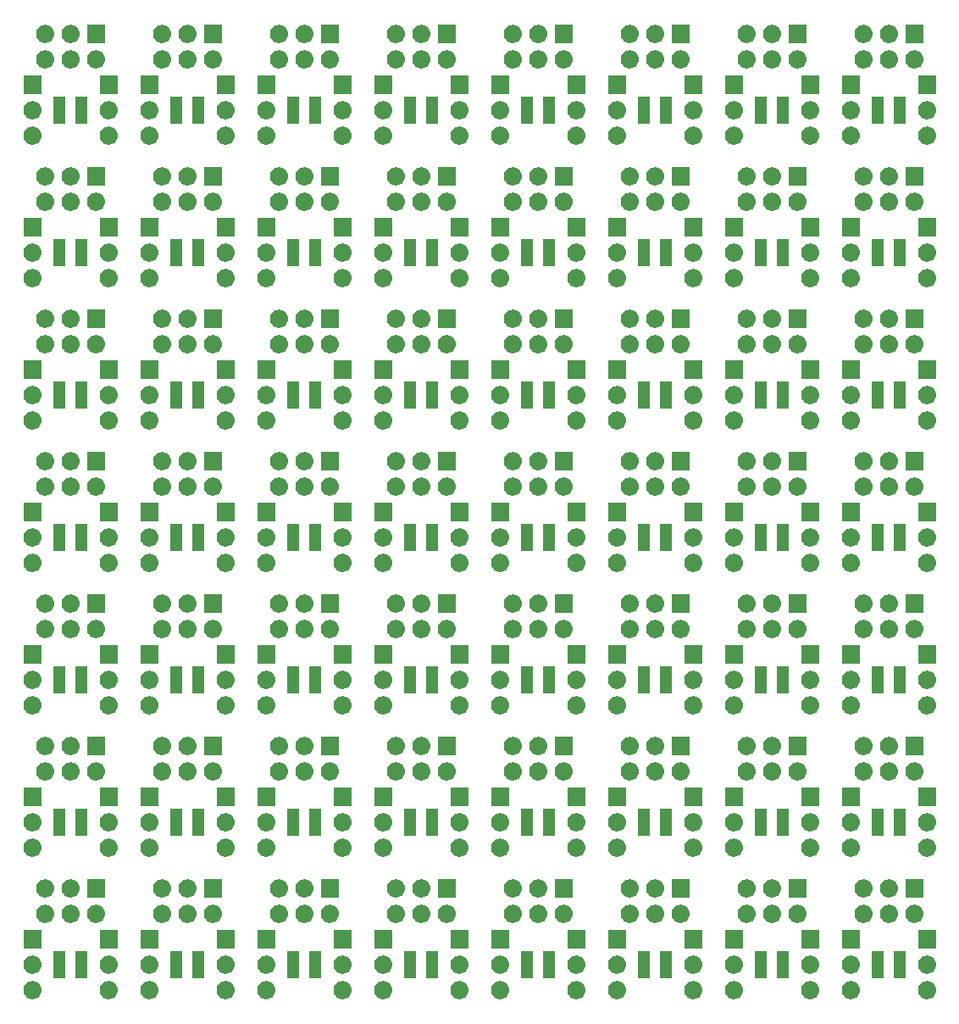
<source format=gbr>
G04 #@! TF.GenerationSoftware,KiCad,Pcbnew,(5.1.4)-1*
G04 #@! TF.CreationDate,2020-04-16T14:11:22+01:00*
G04 #@! TF.ProjectId,sot23Breakout,736f7432-3342-4726-9561-6b6f75742e6b,rev?*
G04 #@! TF.SameCoordinates,Original*
G04 #@! TF.FileFunction,Soldermask,Top*
G04 #@! TF.FilePolarity,Negative*
%FSLAX46Y46*%
G04 Gerber Fmt 4.6, Leading zero omitted, Abs format (unit mm)*
G04 Created by KiCad (PCBNEW (5.1.4)-1) date 2020-04-16 14:11:22*
%MOMM*%
%LPD*%
G04 APERTURE LIST*
%ADD10C,0.100000*%
G04 APERTURE END LIST*
D10*
G36*
X25764442Y-173349518D02*
G01*
X25830627Y-173356037D01*
X26000466Y-173407557D01*
X26156991Y-173491222D01*
X26192729Y-173520552D01*
X26294186Y-173603814D01*
X26377448Y-173705271D01*
X26406778Y-173741009D01*
X26490443Y-173897534D01*
X26541963Y-174067373D01*
X26559359Y-174244000D01*
X26541963Y-174420627D01*
X26490443Y-174590466D01*
X26406778Y-174746991D01*
X26377448Y-174782729D01*
X26294186Y-174884186D01*
X26192729Y-174967448D01*
X26156991Y-174996778D01*
X26000466Y-175080443D01*
X25830627Y-175131963D01*
X25764443Y-175138481D01*
X25698260Y-175145000D01*
X25609740Y-175145000D01*
X25543557Y-175138481D01*
X25477373Y-175131963D01*
X25307534Y-175080443D01*
X25151009Y-174996778D01*
X25115271Y-174967448D01*
X25013814Y-174884186D01*
X24930552Y-174782729D01*
X24901222Y-174746991D01*
X24817557Y-174590466D01*
X24766037Y-174420627D01*
X24748641Y-174244000D01*
X24766037Y-174067373D01*
X24817557Y-173897534D01*
X24901222Y-173741009D01*
X24930552Y-173705271D01*
X25013814Y-173603814D01*
X25115271Y-173520552D01*
X25151009Y-173491222D01*
X25307534Y-173407557D01*
X25477373Y-173356037D01*
X25543558Y-173349518D01*
X25609740Y-173343000D01*
X25698260Y-173343000D01*
X25764442Y-173349518D01*
X25764442Y-173349518D01*
G37*
G36*
X72500442Y-173349518D02*
G01*
X72566627Y-173356037D01*
X72736466Y-173407557D01*
X72892991Y-173491222D01*
X72928729Y-173520552D01*
X73030186Y-173603814D01*
X73113448Y-173705271D01*
X73142778Y-173741009D01*
X73226443Y-173897534D01*
X73277963Y-174067373D01*
X73295359Y-174244000D01*
X73277963Y-174420627D01*
X73226443Y-174590466D01*
X73142778Y-174746991D01*
X73113448Y-174782729D01*
X73030186Y-174884186D01*
X72928729Y-174967448D01*
X72892991Y-174996778D01*
X72736466Y-175080443D01*
X72566627Y-175131963D01*
X72500443Y-175138481D01*
X72434260Y-175145000D01*
X72345740Y-175145000D01*
X72279557Y-175138481D01*
X72213373Y-175131963D01*
X72043534Y-175080443D01*
X71887009Y-174996778D01*
X71851271Y-174967448D01*
X71749814Y-174884186D01*
X71666552Y-174782729D01*
X71637222Y-174746991D01*
X71553557Y-174590466D01*
X71502037Y-174420627D01*
X71484641Y-174244000D01*
X71502037Y-174067373D01*
X71553557Y-173897534D01*
X71637222Y-173741009D01*
X71666552Y-173705271D01*
X71749814Y-173603814D01*
X71851271Y-173520552D01*
X71887009Y-173491222D01*
X72043534Y-173407557D01*
X72213373Y-173356037D01*
X72279558Y-173349518D01*
X72345740Y-173343000D01*
X72434260Y-173343000D01*
X72500442Y-173349518D01*
X72500442Y-173349518D01*
G37*
G36*
X80120442Y-173349518D02*
G01*
X80186627Y-173356037D01*
X80356466Y-173407557D01*
X80512991Y-173491222D01*
X80548729Y-173520552D01*
X80650186Y-173603814D01*
X80733448Y-173705271D01*
X80762778Y-173741009D01*
X80846443Y-173897534D01*
X80897963Y-174067373D01*
X80915359Y-174244000D01*
X80897963Y-174420627D01*
X80846443Y-174590466D01*
X80762778Y-174746991D01*
X80733448Y-174782729D01*
X80650186Y-174884186D01*
X80548729Y-174967448D01*
X80512991Y-174996778D01*
X80356466Y-175080443D01*
X80186627Y-175131963D01*
X80120443Y-175138481D01*
X80054260Y-175145000D01*
X79965740Y-175145000D01*
X79899557Y-175138481D01*
X79833373Y-175131963D01*
X79663534Y-175080443D01*
X79507009Y-174996778D01*
X79471271Y-174967448D01*
X79369814Y-174884186D01*
X79286552Y-174782729D01*
X79257222Y-174746991D01*
X79173557Y-174590466D01*
X79122037Y-174420627D01*
X79104641Y-174244000D01*
X79122037Y-174067373D01*
X79173557Y-173897534D01*
X79257222Y-173741009D01*
X79286552Y-173705271D01*
X79369814Y-173603814D01*
X79471271Y-173520552D01*
X79507009Y-173491222D01*
X79663534Y-173407557D01*
X79833373Y-173356037D01*
X79899558Y-173349518D01*
X79965740Y-173343000D01*
X80054260Y-173343000D01*
X80120442Y-173349518D01*
X80120442Y-173349518D01*
G37*
G36*
X60816442Y-173349518D02*
G01*
X60882627Y-173356037D01*
X61052466Y-173407557D01*
X61208991Y-173491222D01*
X61244729Y-173520552D01*
X61346186Y-173603814D01*
X61429448Y-173705271D01*
X61458778Y-173741009D01*
X61542443Y-173897534D01*
X61593963Y-174067373D01*
X61611359Y-174244000D01*
X61593963Y-174420627D01*
X61542443Y-174590466D01*
X61458778Y-174746991D01*
X61429448Y-174782729D01*
X61346186Y-174884186D01*
X61244729Y-174967448D01*
X61208991Y-174996778D01*
X61052466Y-175080443D01*
X60882627Y-175131963D01*
X60816443Y-175138481D01*
X60750260Y-175145000D01*
X60661740Y-175145000D01*
X60595557Y-175138481D01*
X60529373Y-175131963D01*
X60359534Y-175080443D01*
X60203009Y-174996778D01*
X60167271Y-174967448D01*
X60065814Y-174884186D01*
X59982552Y-174782729D01*
X59953222Y-174746991D01*
X59869557Y-174590466D01*
X59818037Y-174420627D01*
X59800641Y-174244000D01*
X59818037Y-174067373D01*
X59869557Y-173897534D01*
X59953222Y-173741009D01*
X59982552Y-173705271D01*
X60065814Y-173603814D01*
X60167271Y-173520552D01*
X60203009Y-173491222D01*
X60359534Y-173407557D01*
X60529373Y-173356037D01*
X60595558Y-173349518D01*
X60661740Y-173343000D01*
X60750260Y-173343000D01*
X60816442Y-173349518D01*
X60816442Y-173349518D01*
G37*
G36*
X107552442Y-173349518D02*
G01*
X107618627Y-173356037D01*
X107788466Y-173407557D01*
X107944991Y-173491222D01*
X107980729Y-173520552D01*
X108082186Y-173603814D01*
X108165448Y-173705271D01*
X108194778Y-173741009D01*
X108278443Y-173897534D01*
X108329963Y-174067373D01*
X108347359Y-174244000D01*
X108329963Y-174420627D01*
X108278443Y-174590466D01*
X108194778Y-174746991D01*
X108165448Y-174782729D01*
X108082186Y-174884186D01*
X107980729Y-174967448D01*
X107944991Y-174996778D01*
X107788466Y-175080443D01*
X107618627Y-175131963D01*
X107552443Y-175138481D01*
X107486260Y-175145000D01*
X107397740Y-175145000D01*
X107331557Y-175138481D01*
X107265373Y-175131963D01*
X107095534Y-175080443D01*
X106939009Y-174996778D01*
X106903271Y-174967448D01*
X106801814Y-174884186D01*
X106718552Y-174782729D01*
X106689222Y-174746991D01*
X106605557Y-174590466D01*
X106554037Y-174420627D01*
X106536641Y-174244000D01*
X106554037Y-174067373D01*
X106605557Y-173897534D01*
X106689222Y-173741009D01*
X106718552Y-173705271D01*
X106801814Y-173603814D01*
X106903271Y-173520552D01*
X106939009Y-173491222D01*
X107095534Y-173407557D01*
X107265373Y-173356037D01*
X107331558Y-173349518D01*
X107397740Y-173343000D01*
X107486260Y-173343000D01*
X107552442Y-173349518D01*
X107552442Y-173349518D01*
G37*
G36*
X95868442Y-173349518D02*
G01*
X95934627Y-173356037D01*
X96104466Y-173407557D01*
X96260991Y-173491222D01*
X96296729Y-173520552D01*
X96398186Y-173603814D01*
X96481448Y-173705271D01*
X96510778Y-173741009D01*
X96594443Y-173897534D01*
X96645963Y-174067373D01*
X96663359Y-174244000D01*
X96645963Y-174420627D01*
X96594443Y-174590466D01*
X96510778Y-174746991D01*
X96481448Y-174782729D01*
X96398186Y-174884186D01*
X96296729Y-174967448D01*
X96260991Y-174996778D01*
X96104466Y-175080443D01*
X95934627Y-175131963D01*
X95868443Y-175138481D01*
X95802260Y-175145000D01*
X95713740Y-175145000D01*
X95647557Y-175138481D01*
X95581373Y-175131963D01*
X95411534Y-175080443D01*
X95255009Y-174996778D01*
X95219271Y-174967448D01*
X95117814Y-174884186D01*
X95034552Y-174782729D01*
X95005222Y-174746991D01*
X94921557Y-174590466D01*
X94870037Y-174420627D01*
X94852641Y-174244000D01*
X94870037Y-174067373D01*
X94921557Y-173897534D01*
X95005222Y-173741009D01*
X95034552Y-173705271D01*
X95117814Y-173603814D01*
X95219271Y-173520552D01*
X95255009Y-173491222D01*
X95411534Y-173407557D01*
X95581373Y-173356037D01*
X95647558Y-173349518D01*
X95713740Y-173343000D01*
X95802260Y-173343000D01*
X95868442Y-173349518D01*
X95868442Y-173349518D01*
G37*
G36*
X103488442Y-173349518D02*
G01*
X103554627Y-173356037D01*
X103724466Y-173407557D01*
X103880991Y-173491222D01*
X103916729Y-173520552D01*
X104018186Y-173603814D01*
X104101448Y-173705271D01*
X104130778Y-173741009D01*
X104214443Y-173897534D01*
X104265963Y-174067373D01*
X104283359Y-174244000D01*
X104265963Y-174420627D01*
X104214443Y-174590466D01*
X104130778Y-174746991D01*
X104101448Y-174782729D01*
X104018186Y-174884186D01*
X103916729Y-174967448D01*
X103880991Y-174996778D01*
X103724466Y-175080443D01*
X103554627Y-175131963D01*
X103488443Y-175138481D01*
X103422260Y-175145000D01*
X103333740Y-175145000D01*
X103267557Y-175138481D01*
X103201373Y-175131963D01*
X103031534Y-175080443D01*
X102875009Y-174996778D01*
X102839271Y-174967448D01*
X102737814Y-174884186D01*
X102654552Y-174782729D01*
X102625222Y-174746991D01*
X102541557Y-174590466D01*
X102490037Y-174420627D01*
X102472641Y-174244000D01*
X102490037Y-174067373D01*
X102541557Y-173897534D01*
X102625222Y-173741009D01*
X102654552Y-173705271D01*
X102737814Y-173603814D01*
X102839271Y-173520552D01*
X102875009Y-173491222D01*
X103031534Y-173407557D01*
X103201373Y-173356037D01*
X103267558Y-173349518D01*
X103333740Y-173343000D01*
X103422260Y-173343000D01*
X103488442Y-173349518D01*
X103488442Y-173349518D01*
G37*
G36*
X56752442Y-173349518D02*
G01*
X56818627Y-173356037D01*
X56988466Y-173407557D01*
X57144991Y-173491222D01*
X57180729Y-173520552D01*
X57282186Y-173603814D01*
X57365448Y-173705271D01*
X57394778Y-173741009D01*
X57478443Y-173897534D01*
X57529963Y-174067373D01*
X57547359Y-174244000D01*
X57529963Y-174420627D01*
X57478443Y-174590466D01*
X57394778Y-174746991D01*
X57365448Y-174782729D01*
X57282186Y-174884186D01*
X57180729Y-174967448D01*
X57144991Y-174996778D01*
X56988466Y-175080443D01*
X56818627Y-175131963D01*
X56752443Y-175138481D01*
X56686260Y-175145000D01*
X56597740Y-175145000D01*
X56531557Y-175138481D01*
X56465373Y-175131963D01*
X56295534Y-175080443D01*
X56139009Y-174996778D01*
X56103271Y-174967448D01*
X56001814Y-174884186D01*
X55918552Y-174782729D01*
X55889222Y-174746991D01*
X55805557Y-174590466D01*
X55754037Y-174420627D01*
X55736641Y-174244000D01*
X55754037Y-174067373D01*
X55805557Y-173897534D01*
X55889222Y-173741009D01*
X55918552Y-173705271D01*
X56001814Y-173603814D01*
X56103271Y-173520552D01*
X56139009Y-173491222D01*
X56295534Y-173407557D01*
X56465373Y-173356037D01*
X56531558Y-173349518D01*
X56597740Y-173343000D01*
X56686260Y-173343000D01*
X56752442Y-173349518D01*
X56752442Y-173349518D01*
G37*
G36*
X68436442Y-173349518D02*
G01*
X68502627Y-173356037D01*
X68672466Y-173407557D01*
X68828991Y-173491222D01*
X68864729Y-173520552D01*
X68966186Y-173603814D01*
X69049448Y-173705271D01*
X69078778Y-173741009D01*
X69162443Y-173897534D01*
X69213963Y-174067373D01*
X69231359Y-174244000D01*
X69213963Y-174420627D01*
X69162443Y-174590466D01*
X69078778Y-174746991D01*
X69049448Y-174782729D01*
X68966186Y-174884186D01*
X68864729Y-174967448D01*
X68828991Y-174996778D01*
X68672466Y-175080443D01*
X68502627Y-175131963D01*
X68436443Y-175138481D01*
X68370260Y-175145000D01*
X68281740Y-175145000D01*
X68215557Y-175138481D01*
X68149373Y-175131963D01*
X67979534Y-175080443D01*
X67823009Y-174996778D01*
X67787271Y-174967448D01*
X67685814Y-174884186D01*
X67602552Y-174782729D01*
X67573222Y-174746991D01*
X67489557Y-174590466D01*
X67438037Y-174420627D01*
X67420641Y-174244000D01*
X67438037Y-174067373D01*
X67489557Y-173897534D01*
X67573222Y-173741009D01*
X67602552Y-173705271D01*
X67685814Y-173603814D01*
X67787271Y-173520552D01*
X67823009Y-173491222D01*
X67979534Y-173407557D01*
X68149373Y-173356037D01*
X68215558Y-173349518D01*
X68281740Y-173343000D01*
X68370260Y-173343000D01*
X68436442Y-173349518D01*
X68436442Y-173349518D01*
G37*
G36*
X49132442Y-173349518D02*
G01*
X49198627Y-173356037D01*
X49368466Y-173407557D01*
X49524991Y-173491222D01*
X49560729Y-173520552D01*
X49662186Y-173603814D01*
X49745448Y-173705271D01*
X49774778Y-173741009D01*
X49858443Y-173897534D01*
X49909963Y-174067373D01*
X49927359Y-174244000D01*
X49909963Y-174420627D01*
X49858443Y-174590466D01*
X49774778Y-174746991D01*
X49745448Y-174782729D01*
X49662186Y-174884186D01*
X49560729Y-174967448D01*
X49524991Y-174996778D01*
X49368466Y-175080443D01*
X49198627Y-175131963D01*
X49132443Y-175138481D01*
X49066260Y-175145000D01*
X48977740Y-175145000D01*
X48911557Y-175138481D01*
X48845373Y-175131963D01*
X48675534Y-175080443D01*
X48519009Y-174996778D01*
X48483271Y-174967448D01*
X48381814Y-174884186D01*
X48298552Y-174782729D01*
X48269222Y-174746991D01*
X48185557Y-174590466D01*
X48134037Y-174420627D01*
X48116641Y-174244000D01*
X48134037Y-174067373D01*
X48185557Y-173897534D01*
X48269222Y-173741009D01*
X48298552Y-173705271D01*
X48381814Y-173603814D01*
X48483271Y-173520552D01*
X48519009Y-173491222D01*
X48675534Y-173407557D01*
X48845373Y-173356037D01*
X48911558Y-173349518D01*
X48977740Y-173343000D01*
X49066260Y-173343000D01*
X49132442Y-173349518D01*
X49132442Y-173349518D01*
G37*
G36*
X115172442Y-173349518D02*
G01*
X115238627Y-173356037D01*
X115408466Y-173407557D01*
X115564991Y-173491222D01*
X115600729Y-173520552D01*
X115702186Y-173603814D01*
X115785448Y-173705271D01*
X115814778Y-173741009D01*
X115898443Y-173897534D01*
X115949963Y-174067373D01*
X115967359Y-174244000D01*
X115949963Y-174420627D01*
X115898443Y-174590466D01*
X115814778Y-174746991D01*
X115785448Y-174782729D01*
X115702186Y-174884186D01*
X115600729Y-174967448D01*
X115564991Y-174996778D01*
X115408466Y-175080443D01*
X115238627Y-175131963D01*
X115172443Y-175138481D01*
X115106260Y-175145000D01*
X115017740Y-175145000D01*
X114951557Y-175138481D01*
X114885373Y-175131963D01*
X114715534Y-175080443D01*
X114559009Y-174996778D01*
X114523271Y-174967448D01*
X114421814Y-174884186D01*
X114338552Y-174782729D01*
X114309222Y-174746991D01*
X114225557Y-174590466D01*
X114174037Y-174420627D01*
X114156641Y-174244000D01*
X114174037Y-174067373D01*
X114225557Y-173897534D01*
X114309222Y-173741009D01*
X114338552Y-173705271D01*
X114421814Y-173603814D01*
X114523271Y-173520552D01*
X114559009Y-173491222D01*
X114715534Y-173407557D01*
X114885373Y-173356037D01*
X114951558Y-173349518D01*
X115017740Y-173343000D01*
X115106260Y-173343000D01*
X115172442Y-173349518D01*
X115172442Y-173349518D01*
G37*
G36*
X45068442Y-173349518D02*
G01*
X45134627Y-173356037D01*
X45304466Y-173407557D01*
X45460991Y-173491222D01*
X45496729Y-173520552D01*
X45598186Y-173603814D01*
X45681448Y-173705271D01*
X45710778Y-173741009D01*
X45794443Y-173897534D01*
X45845963Y-174067373D01*
X45863359Y-174244000D01*
X45845963Y-174420627D01*
X45794443Y-174590466D01*
X45710778Y-174746991D01*
X45681448Y-174782729D01*
X45598186Y-174884186D01*
X45496729Y-174967448D01*
X45460991Y-174996778D01*
X45304466Y-175080443D01*
X45134627Y-175131963D01*
X45068443Y-175138481D01*
X45002260Y-175145000D01*
X44913740Y-175145000D01*
X44847557Y-175138481D01*
X44781373Y-175131963D01*
X44611534Y-175080443D01*
X44455009Y-174996778D01*
X44419271Y-174967448D01*
X44317814Y-174884186D01*
X44234552Y-174782729D01*
X44205222Y-174746991D01*
X44121557Y-174590466D01*
X44070037Y-174420627D01*
X44052641Y-174244000D01*
X44070037Y-174067373D01*
X44121557Y-173897534D01*
X44205222Y-173741009D01*
X44234552Y-173705271D01*
X44317814Y-173603814D01*
X44419271Y-173520552D01*
X44455009Y-173491222D01*
X44611534Y-173407557D01*
X44781373Y-173356037D01*
X44847558Y-173349518D01*
X44913740Y-173343000D01*
X45002260Y-173343000D01*
X45068442Y-173349518D01*
X45068442Y-173349518D01*
G37*
G36*
X84184442Y-173349518D02*
G01*
X84250627Y-173356037D01*
X84420466Y-173407557D01*
X84576991Y-173491222D01*
X84612729Y-173520552D01*
X84714186Y-173603814D01*
X84797448Y-173705271D01*
X84826778Y-173741009D01*
X84910443Y-173897534D01*
X84961963Y-174067373D01*
X84979359Y-174244000D01*
X84961963Y-174420627D01*
X84910443Y-174590466D01*
X84826778Y-174746991D01*
X84797448Y-174782729D01*
X84714186Y-174884186D01*
X84612729Y-174967448D01*
X84576991Y-174996778D01*
X84420466Y-175080443D01*
X84250627Y-175131963D01*
X84184443Y-175138481D01*
X84118260Y-175145000D01*
X84029740Y-175145000D01*
X83963557Y-175138481D01*
X83897373Y-175131963D01*
X83727534Y-175080443D01*
X83571009Y-174996778D01*
X83535271Y-174967448D01*
X83433814Y-174884186D01*
X83350552Y-174782729D01*
X83321222Y-174746991D01*
X83237557Y-174590466D01*
X83186037Y-174420627D01*
X83168641Y-174244000D01*
X83186037Y-174067373D01*
X83237557Y-173897534D01*
X83321222Y-173741009D01*
X83350552Y-173705271D01*
X83433814Y-173603814D01*
X83535271Y-173520552D01*
X83571009Y-173491222D01*
X83727534Y-173407557D01*
X83897373Y-173356037D01*
X83963558Y-173349518D01*
X84029740Y-173343000D01*
X84118260Y-173343000D01*
X84184442Y-173349518D01*
X84184442Y-173349518D01*
G37*
G36*
X37448442Y-173349518D02*
G01*
X37514627Y-173356037D01*
X37684466Y-173407557D01*
X37840991Y-173491222D01*
X37876729Y-173520552D01*
X37978186Y-173603814D01*
X38061448Y-173705271D01*
X38090778Y-173741009D01*
X38174443Y-173897534D01*
X38225963Y-174067373D01*
X38243359Y-174244000D01*
X38225963Y-174420627D01*
X38174443Y-174590466D01*
X38090778Y-174746991D01*
X38061448Y-174782729D01*
X37978186Y-174884186D01*
X37876729Y-174967448D01*
X37840991Y-174996778D01*
X37684466Y-175080443D01*
X37514627Y-175131963D01*
X37448443Y-175138481D01*
X37382260Y-175145000D01*
X37293740Y-175145000D01*
X37227557Y-175138481D01*
X37161373Y-175131963D01*
X36991534Y-175080443D01*
X36835009Y-174996778D01*
X36799271Y-174967448D01*
X36697814Y-174884186D01*
X36614552Y-174782729D01*
X36585222Y-174746991D01*
X36501557Y-174590466D01*
X36450037Y-174420627D01*
X36432641Y-174244000D01*
X36450037Y-174067373D01*
X36501557Y-173897534D01*
X36585222Y-173741009D01*
X36614552Y-173705271D01*
X36697814Y-173603814D01*
X36799271Y-173520552D01*
X36835009Y-173491222D01*
X36991534Y-173407557D01*
X37161373Y-173356037D01*
X37227558Y-173349518D01*
X37293740Y-173343000D01*
X37382260Y-173343000D01*
X37448442Y-173349518D01*
X37448442Y-173349518D01*
G37*
G36*
X33384442Y-173349518D02*
G01*
X33450627Y-173356037D01*
X33620466Y-173407557D01*
X33776991Y-173491222D01*
X33812729Y-173520552D01*
X33914186Y-173603814D01*
X33997448Y-173705271D01*
X34026778Y-173741009D01*
X34110443Y-173897534D01*
X34161963Y-174067373D01*
X34179359Y-174244000D01*
X34161963Y-174420627D01*
X34110443Y-174590466D01*
X34026778Y-174746991D01*
X33997448Y-174782729D01*
X33914186Y-174884186D01*
X33812729Y-174967448D01*
X33776991Y-174996778D01*
X33620466Y-175080443D01*
X33450627Y-175131963D01*
X33384443Y-175138481D01*
X33318260Y-175145000D01*
X33229740Y-175145000D01*
X33163557Y-175138481D01*
X33097373Y-175131963D01*
X32927534Y-175080443D01*
X32771009Y-174996778D01*
X32735271Y-174967448D01*
X32633814Y-174884186D01*
X32550552Y-174782729D01*
X32521222Y-174746991D01*
X32437557Y-174590466D01*
X32386037Y-174420627D01*
X32368641Y-174244000D01*
X32386037Y-174067373D01*
X32437557Y-173897534D01*
X32521222Y-173741009D01*
X32550552Y-173705271D01*
X32633814Y-173603814D01*
X32735271Y-173520552D01*
X32771009Y-173491222D01*
X32927534Y-173407557D01*
X33097373Y-173356037D01*
X33163558Y-173349518D01*
X33229740Y-173343000D01*
X33318260Y-173343000D01*
X33384442Y-173349518D01*
X33384442Y-173349518D01*
G37*
G36*
X91804442Y-173349518D02*
G01*
X91870627Y-173356037D01*
X92040466Y-173407557D01*
X92196991Y-173491222D01*
X92232729Y-173520552D01*
X92334186Y-173603814D01*
X92417448Y-173705271D01*
X92446778Y-173741009D01*
X92530443Y-173897534D01*
X92581963Y-174067373D01*
X92599359Y-174244000D01*
X92581963Y-174420627D01*
X92530443Y-174590466D01*
X92446778Y-174746991D01*
X92417448Y-174782729D01*
X92334186Y-174884186D01*
X92232729Y-174967448D01*
X92196991Y-174996778D01*
X92040466Y-175080443D01*
X91870627Y-175131963D01*
X91804443Y-175138481D01*
X91738260Y-175145000D01*
X91649740Y-175145000D01*
X91583557Y-175138481D01*
X91517373Y-175131963D01*
X91347534Y-175080443D01*
X91191009Y-174996778D01*
X91155271Y-174967448D01*
X91053814Y-174884186D01*
X90970552Y-174782729D01*
X90941222Y-174746991D01*
X90857557Y-174590466D01*
X90806037Y-174420627D01*
X90788641Y-174244000D01*
X90806037Y-174067373D01*
X90857557Y-173897534D01*
X90941222Y-173741009D01*
X90970552Y-173705271D01*
X91053814Y-173603814D01*
X91155271Y-173520552D01*
X91191009Y-173491222D01*
X91347534Y-173407557D01*
X91517373Y-173356037D01*
X91583558Y-173349518D01*
X91649740Y-173343000D01*
X91738260Y-173343000D01*
X91804442Y-173349518D01*
X91804442Y-173349518D01*
G37*
G36*
X54513000Y-173030000D02*
G01*
X53351000Y-173030000D01*
X53351000Y-170378000D01*
X54513000Y-170378000D01*
X54513000Y-173030000D01*
X54513000Y-173030000D01*
G37*
G36*
X77881000Y-173030000D02*
G01*
X76719000Y-173030000D01*
X76719000Y-170378000D01*
X77881000Y-170378000D01*
X77881000Y-173030000D01*
X77881000Y-173030000D01*
G37*
G36*
X75681000Y-173030000D02*
G01*
X74519000Y-173030000D01*
X74519000Y-170378000D01*
X75681000Y-170378000D01*
X75681000Y-173030000D01*
X75681000Y-173030000D01*
G37*
G36*
X63997000Y-173030000D02*
G01*
X62835000Y-173030000D01*
X62835000Y-170378000D01*
X63997000Y-170378000D01*
X63997000Y-173030000D01*
X63997000Y-173030000D01*
G37*
G36*
X66197000Y-173030000D02*
G01*
X65035000Y-173030000D01*
X65035000Y-170378000D01*
X66197000Y-170378000D01*
X66197000Y-173030000D01*
X66197000Y-173030000D01*
G37*
G36*
X89565000Y-173030000D02*
G01*
X88403000Y-173030000D01*
X88403000Y-170378000D01*
X89565000Y-170378000D01*
X89565000Y-173030000D01*
X89565000Y-173030000D01*
G37*
G36*
X87365000Y-173030000D02*
G01*
X86203000Y-173030000D01*
X86203000Y-170378000D01*
X87365000Y-170378000D01*
X87365000Y-173030000D01*
X87365000Y-173030000D01*
G37*
G36*
X52313000Y-173030000D02*
G01*
X51151000Y-173030000D01*
X51151000Y-170378000D01*
X52313000Y-170378000D01*
X52313000Y-173030000D01*
X52313000Y-173030000D01*
G37*
G36*
X40629000Y-173030000D02*
G01*
X39467000Y-173030000D01*
X39467000Y-170378000D01*
X40629000Y-170378000D01*
X40629000Y-173030000D01*
X40629000Y-173030000D01*
G37*
G36*
X42829000Y-173030000D02*
G01*
X41667000Y-173030000D01*
X41667000Y-170378000D01*
X42829000Y-170378000D01*
X42829000Y-173030000D01*
X42829000Y-173030000D01*
G37*
G36*
X31145000Y-173030000D02*
G01*
X29983000Y-173030000D01*
X29983000Y-170378000D01*
X31145000Y-170378000D01*
X31145000Y-173030000D01*
X31145000Y-173030000D01*
G37*
G36*
X28945000Y-173030000D02*
G01*
X27783000Y-173030000D01*
X27783000Y-170378000D01*
X28945000Y-170378000D01*
X28945000Y-173030000D01*
X28945000Y-173030000D01*
G37*
G36*
X101249000Y-173030000D02*
G01*
X100087000Y-173030000D01*
X100087000Y-170378000D01*
X101249000Y-170378000D01*
X101249000Y-173030000D01*
X101249000Y-173030000D01*
G37*
G36*
X112933000Y-173030000D02*
G01*
X111771000Y-173030000D01*
X111771000Y-170378000D01*
X112933000Y-170378000D01*
X112933000Y-173030000D01*
X112933000Y-173030000D01*
G37*
G36*
X99049000Y-173030000D02*
G01*
X97887000Y-173030000D01*
X97887000Y-170378000D01*
X99049000Y-170378000D01*
X99049000Y-173030000D01*
X99049000Y-173030000D01*
G37*
G36*
X110733000Y-173030000D02*
G01*
X109571000Y-173030000D01*
X109571000Y-170378000D01*
X110733000Y-170378000D01*
X110733000Y-173030000D01*
X110733000Y-173030000D01*
G37*
G36*
X91804442Y-170809518D02*
G01*
X91870627Y-170816037D01*
X92040466Y-170867557D01*
X92196991Y-170951222D01*
X92232729Y-170980552D01*
X92334186Y-171063814D01*
X92417448Y-171165271D01*
X92446778Y-171201009D01*
X92530443Y-171357534D01*
X92581963Y-171527373D01*
X92599359Y-171704000D01*
X92581963Y-171880627D01*
X92530443Y-172050466D01*
X92446778Y-172206991D01*
X92417448Y-172242729D01*
X92334186Y-172344186D01*
X92232729Y-172427448D01*
X92196991Y-172456778D01*
X92040466Y-172540443D01*
X91870627Y-172591963D01*
X91804443Y-172598481D01*
X91738260Y-172605000D01*
X91649740Y-172605000D01*
X91583557Y-172598481D01*
X91517373Y-172591963D01*
X91347534Y-172540443D01*
X91191009Y-172456778D01*
X91155271Y-172427448D01*
X91053814Y-172344186D01*
X90970552Y-172242729D01*
X90941222Y-172206991D01*
X90857557Y-172050466D01*
X90806037Y-171880627D01*
X90788641Y-171704000D01*
X90806037Y-171527373D01*
X90857557Y-171357534D01*
X90941222Y-171201009D01*
X90970552Y-171165271D01*
X91053814Y-171063814D01*
X91155271Y-170980552D01*
X91191009Y-170951222D01*
X91347534Y-170867557D01*
X91517373Y-170816037D01*
X91583558Y-170809518D01*
X91649740Y-170803000D01*
X91738260Y-170803000D01*
X91804442Y-170809518D01*
X91804442Y-170809518D01*
G37*
G36*
X45068442Y-170809518D02*
G01*
X45134627Y-170816037D01*
X45304466Y-170867557D01*
X45460991Y-170951222D01*
X45496729Y-170980552D01*
X45598186Y-171063814D01*
X45681448Y-171165271D01*
X45710778Y-171201009D01*
X45794443Y-171357534D01*
X45845963Y-171527373D01*
X45863359Y-171704000D01*
X45845963Y-171880627D01*
X45794443Y-172050466D01*
X45710778Y-172206991D01*
X45681448Y-172242729D01*
X45598186Y-172344186D01*
X45496729Y-172427448D01*
X45460991Y-172456778D01*
X45304466Y-172540443D01*
X45134627Y-172591963D01*
X45068443Y-172598481D01*
X45002260Y-172605000D01*
X44913740Y-172605000D01*
X44847557Y-172598481D01*
X44781373Y-172591963D01*
X44611534Y-172540443D01*
X44455009Y-172456778D01*
X44419271Y-172427448D01*
X44317814Y-172344186D01*
X44234552Y-172242729D01*
X44205222Y-172206991D01*
X44121557Y-172050466D01*
X44070037Y-171880627D01*
X44052641Y-171704000D01*
X44070037Y-171527373D01*
X44121557Y-171357534D01*
X44205222Y-171201009D01*
X44234552Y-171165271D01*
X44317814Y-171063814D01*
X44419271Y-170980552D01*
X44455009Y-170951222D01*
X44611534Y-170867557D01*
X44781373Y-170816037D01*
X44847558Y-170809518D01*
X44913740Y-170803000D01*
X45002260Y-170803000D01*
X45068442Y-170809518D01*
X45068442Y-170809518D01*
G37*
G36*
X49132442Y-170809518D02*
G01*
X49198627Y-170816037D01*
X49368466Y-170867557D01*
X49524991Y-170951222D01*
X49560729Y-170980552D01*
X49662186Y-171063814D01*
X49745448Y-171165271D01*
X49774778Y-171201009D01*
X49858443Y-171357534D01*
X49909963Y-171527373D01*
X49927359Y-171704000D01*
X49909963Y-171880627D01*
X49858443Y-172050466D01*
X49774778Y-172206991D01*
X49745448Y-172242729D01*
X49662186Y-172344186D01*
X49560729Y-172427448D01*
X49524991Y-172456778D01*
X49368466Y-172540443D01*
X49198627Y-172591963D01*
X49132443Y-172598481D01*
X49066260Y-172605000D01*
X48977740Y-172605000D01*
X48911557Y-172598481D01*
X48845373Y-172591963D01*
X48675534Y-172540443D01*
X48519009Y-172456778D01*
X48483271Y-172427448D01*
X48381814Y-172344186D01*
X48298552Y-172242729D01*
X48269222Y-172206991D01*
X48185557Y-172050466D01*
X48134037Y-171880627D01*
X48116641Y-171704000D01*
X48134037Y-171527373D01*
X48185557Y-171357534D01*
X48269222Y-171201009D01*
X48298552Y-171165271D01*
X48381814Y-171063814D01*
X48483271Y-170980552D01*
X48519009Y-170951222D01*
X48675534Y-170867557D01*
X48845373Y-170816037D01*
X48911558Y-170809518D01*
X48977740Y-170803000D01*
X49066260Y-170803000D01*
X49132442Y-170809518D01*
X49132442Y-170809518D01*
G37*
G36*
X68436442Y-170809518D02*
G01*
X68502627Y-170816037D01*
X68672466Y-170867557D01*
X68828991Y-170951222D01*
X68864729Y-170980552D01*
X68966186Y-171063814D01*
X69049448Y-171165271D01*
X69078778Y-171201009D01*
X69162443Y-171357534D01*
X69213963Y-171527373D01*
X69231359Y-171704000D01*
X69213963Y-171880627D01*
X69162443Y-172050466D01*
X69078778Y-172206991D01*
X69049448Y-172242729D01*
X68966186Y-172344186D01*
X68864729Y-172427448D01*
X68828991Y-172456778D01*
X68672466Y-172540443D01*
X68502627Y-172591963D01*
X68436443Y-172598481D01*
X68370260Y-172605000D01*
X68281740Y-172605000D01*
X68215557Y-172598481D01*
X68149373Y-172591963D01*
X67979534Y-172540443D01*
X67823009Y-172456778D01*
X67787271Y-172427448D01*
X67685814Y-172344186D01*
X67602552Y-172242729D01*
X67573222Y-172206991D01*
X67489557Y-172050466D01*
X67438037Y-171880627D01*
X67420641Y-171704000D01*
X67438037Y-171527373D01*
X67489557Y-171357534D01*
X67573222Y-171201009D01*
X67602552Y-171165271D01*
X67685814Y-171063814D01*
X67787271Y-170980552D01*
X67823009Y-170951222D01*
X67979534Y-170867557D01*
X68149373Y-170816037D01*
X68215558Y-170809518D01*
X68281740Y-170803000D01*
X68370260Y-170803000D01*
X68436442Y-170809518D01*
X68436442Y-170809518D01*
G37*
G36*
X107552442Y-170809518D02*
G01*
X107618627Y-170816037D01*
X107788466Y-170867557D01*
X107944991Y-170951222D01*
X107980729Y-170980552D01*
X108082186Y-171063814D01*
X108165448Y-171165271D01*
X108194778Y-171201009D01*
X108278443Y-171357534D01*
X108329963Y-171527373D01*
X108347359Y-171704000D01*
X108329963Y-171880627D01*
X108278443Y-172050466D01*
X108194778Y-172206991D01*
X108165448Y-172242729D01*
X108082186Y-172344186D01*
X107980729Y-172427448D01*
X107944991Y-172456778D01*
X107788466Y-172540443D01*
X107618627Y-172591963D01*
X107552443Y-172598481D01*
X107486260Y-172605000D01*
X107397740Y-172605000D01*
X107331557Y-172598481D01*
X107265373Y-172591963D01*
X107095534Y-172540443D01*
X106939009Y-172456778D01*
X106903271Y-172427448D01*
X106801814Y-172344186D01*
X106718552Y-172242729D01*
X106689222Y-172206991D01*
X106605557Y-172050466D01*
X106554037Y-171880627D01*
X106536641Y-171704000D01*
X106554037Y-171527373D01*
X106605557Y-171357534D01*
X106689222Y-171201009D01*
X106718552Y-171165271D01*
X106801814Y-171063814D01*
X106903271Y-170980552D01*
X106939009Y-170951222D01*
X107095534Y-170867557D01*
X107265373Y-170816037D01*
X107331558Y-170809518D01*
X107397740Y-170803000D01*
X107486260Y-170803000D01*
X107552442Y-170809518D01*
X107552442Y-170809518D01*
G37*
G36*
X37448442Y-170809518D02*
G01*
X37514627Y-170816037D01*
X37684466Y-170867557D01*
X37840991Y-170951222D01*
X37876729Y-170980552D01*
X37978186Y-171063814D01*
X38061448Y-171165271D01*
X38090778Y-171201009D01*
X38174443Y-171357534D01*
X38225963Y-171527373D01*
X38243359Y-171704000D01*
X38225963Y-171880627D01*
X38174443Y-172050466D01*
X38090778Y-172206991D01*
X38061448Y-172242729D01*
X37978186Y-172344186D01*
X37876729Y-172427448D01*
X37840991Y-172456778D01*
X37684466Y-172540443D01*
X37514627Y-172591963D01*
X37448443Y-172598481D01*
X37382260Y-172605000D01*
X37293740Y-172605000D01*
X37227557Y-172598481D01*
X37161373Y-172591963D01*
X36991534Y-172540443D01*
X36835009Y-172456778D01*
X36799271Y-172427448D01*
X36697814Y-172344186D01*
X36614552Y-172242729D01*
X36585222Y-172206991D01*
X36501557Y-172050466D01*
X36450037Y-171880627D01*
X36432641Y-171704000D01*
X36450037Y-171527373D01*
X36501557Y-171357534D01*
X36585222Y-171201009D01*
X36614552Y-171165271D01*
X36697814Y-171063814D01*
X36799271Y-170980552D01*
X36835009Y-170951222D01*
X36991534Y-170867557D01*
X37161373Y-170816037D01*
X37227558Y-170809518D01*
X37293740Y-170803000D01*
X37382260Y-170803000D01*
X37448442Y-170809518D01*
X37448442Y-170809518D01*
G37*
G36*
X103488442Y-170809518D02*
G01*
X103554627Y-170816037D01*
X103724466Y-170867557D01*
X103880991Y-170951222D01*
X103916729Y-170980552D01*
X104018186Y-171063814D01*
X104101448Y-171165271D01*
X104130778Y-171201009D01*
X104214443Y-171357534D01*
X104265963Y-171527373D01*
X104283359Y-171704000D01*
X104265963Y-171880627D01*
X104214443Y-172050466D01*
X104130778Y-172206991D01*
X104101448Y-172242729D01*
X104018186Y-172344186D01*
X103916729Y-172427448D01*
X103880991Y-172456778D01*
X103724466Y-172540443D01*
X103554627Y-172591963D01*
X103488443Y-172598481D01*
X103422260Y-172605000D01*
X103333740Y-172605000D01*
X103267557Y-172598481D01*
X103201373Y-172591963D01*
X103031534Y-172540443D01*
X102875009Y-172456778D01*
X102839271Y-172427448D01*
X102737814Y-172344186D01*
X102654552Y-172242729D01*
X102625222Y-172206991D01*
X102541557Y-172050466D01*
X102490037Y-171880627D01*
X102472641Y-171704000D01*
X102490037Y-171527373D01*
X102541557Y-171357534D01*
X102625222Y-171201009D01*
X102654552Y-171165271D01*
X102737814Y-171063814D01*
X102839271Y-170980552D01*
X102875009Y-170951222D01*
X103031534Y-170867557D01*
X103201373Y-170816037D01*
X103267558Y-170809518D01*
X103333740Y-170803000D01*
X103422260Y-170803000D01*
X103488442Y-170809518D01*
X103488442Y-170809518D01*
G37*
G36*
X25764442Y-170809518D02*
G01*
X25830627Y-170816037D01*
X26000466Y-170867557D01*
X26156991Y-170951222D01*
X26192729Y-170980552D01*
X26294186Y-171063814D01*
X26377448Y-171165271D01*
X26406778Y-171201009D01*
X26490443Y-171357534D01*
X26541963Y-171527373D01*
X26559359Y-171704000D01*
X26541963Y-171880627D01*
X26490443Y-172050466D01*
X26406778Y-172206991D01*
X26377448Y-172242729D01*
X26294186Y-172344186D01*
X26192729Y-172427448D01*
X26156991Y-172456778D01*
X26000466Y-172540443D01*
X25830627Y-172591963D01*
X25764443Y-172598481D01*
X25698260Y-172605000D01*
X25609740Y-172605000D01*
X25543557Y-172598481D01*
X25477373Y-172591963D01*
X25307534Y-172540443D01*
X25151009Y-172456778D01*
X25115271Y-172427448D01*
X25013814Y-172344186D01*
X24930552Y-172242729D01*
X24901222Y-172206991D01*
X24817557Y-172050466D01*
X24766037Y-171880627D01*
X24748641Y-171704000D01*
X24766037Y-171527373D01*
X24817557Y-171357534D01*
X24901222Y-171201009D01*
X24930552Y-171165271D01*
X25013814Y-171063814D01*
X25115271Y-170980552D01*
X25151009Y-170951222D01*
X25307534Y-170867557D01*
X25477373Y-170816037D01*
X25543558Y-170809518D01*
X25609740Y-170803000D01*
X25698260Y-170803000D01*
X25764442Y-170809518D01*
X25764442Y-170809518D01*
G37*
G36*
X56752442Y-170809518D02*
G01*
X56818627Y-170816037D01*
X56988466Y-170867557D01*
X57144991Y-170951222D01*
X57180729Y-170980552D01*
X57282186Y-171063814D01*
X57365448Y-171165271D01*
X57394778Y-171201009D01*
X57478443Y-171357534D01*
X57529963Y-171527373D01*
X57547359Y-171704000D01*
X57529963Y-171880627D01*
X57478443Y-172050466D01*
X57394778Y-172206991D01*
X57365448Y-172242729D01*
X57282186Y-172344186D01*
X57180729Y-172427448D01*
X57144991Y-172456778D01*
X56988466Y-172540443D01*
X56818627Y-172591963D01*
X56752443Y-172598481D01*
X56686260Y-172605000D01*
X56597740Y-172605000D01*
X56531557Y-172598481D01*
X56465373Y-172591963D01*
X56295534Y-172540443D01*
X56139009Y-172456778D01*
X56103271Y-172427448D01*
X56001814Y-172344186D01*
X55918552Y-172242729D01*
X55889222Y-172206991D01*
X55805557Y-172050466D01*
X55754037Y-171880627D01*
X55736641Y-171704000D01*
X55754037Y-171527373D01*
X55805557Y-171357534D01*
X55889222Y-171201009D01*
X55918552Y-171165271D01*
X56001814Y-171063814D01*
X56103271Y-170980552D01*
X56139009Y-170951222D01*
X56295534Y-170867557D01*
X56465373Y-170816037D01*
X56531558Y-170809518D01*
X56597740Y-170803000D01*
X56686260Y-170803000D01*
X56752442Y-170809518D01*
X56752442Y-170809518D01*
G37*
G36*
X60816442Y-170809518D02*
G01*
X60882627Y-170816037D01*
X61052466Y-170867557D01*
X61208991Y-170951222D01*
X61244729Y-170980552D01*
X61346186Y-171063814D01*
X61429448Y-171165271D01*
X61458778Y-171201009D01*
X61542443Y-171357534D01*
X61593963Y-171527373D01*
X61611359Y-171704000D01*
X61593963Y-171880627D01*
X61542443Y-172050466D01*
X61458778Y-172206991D01*
X61429448Y-172242729D01*
X61346186Y-172344186D01*
X61244729Y-172427448D01*
X61208991Y-172456778D01*
X61052466Y-172540443D01*
X60882627Y-172591963D01*
X60816443Y-172598481D01*
X60750260Y-172605000D01*
X60661740Y-172605000D01*
X60595557Y-172598481D01*
X60529373Y-172591963D01*
X60359534Y-172540443D01*
X60203009Y-172456778D01*
X60167271Y-172427448D01*
X60065814Y-172344186D01*
X59982552Y-172242729D01*
X59953222Y-172206991D01*
X59869557Y-172050466D01*
X59818037Y-171880627D01*
X59800641Y-171704000D01*
X59818037Y-171527373D01*
X59869557Y-171357534D01*
X59953222Y-171201009D01*
X59982552Y-171165271D01*
X60065814Y-171063814D01*
X60167271Y-170980552D01*
X60203009Y-170951222D01*
X60359534Y-170867557D01*
X60529373Y-170816037D01*
X60595558Y-170809518D01*
X60661740Y-170803000D01*
X60750260Y-170803000D01*
X60816442Y-170809518D01*
X60816442Y-170809518D01*
G37*
G36*
X115172442Y-170809518D02*
G01*
X115238627Y-170816037D01*
X115408466Y-170867557D01*
X115564991Y-170951222D01*
X115600729Y-170980552D01*
X115702186Y-171063814D01*
X115785448Y-171165271D01*
X115814778Y-171201009D01*
X115898443Y-171357534D01*
X115949963Y-171527373D01*
X115967359Y-171704000D01*
X115949963Y-171880627D01*
X115898443Y-172050466D01*
X115814778Y-172206991D01*
X115785448Y-172242729D01*
X115702186Y-172344186D01*
X115600729Y-172427448D01*
X115564991Y-172456778D01*
X115408466Y-172540443D01*
X115238627Y-172591963D01*
X115172443Y-172598481D01*
X115106260Y-172605000D01*
X115017740Y-172605000D01*
X114951557Y-172598481D01*
X114885373Y-172591963D01*
X114715534Y-172540443D01*
X114559009Y-172456778D01*
X114523271Y-172427448D01*
X114421814Y-172344186D01*
X114338552Y-172242729D01*
X114309222Y-172206991D01*
X114225557Y-172050466D01*
X114174037Y-171880627D01*
X114156641Y-171704000D01*
X114174037Y-171527373D01*
X114225557Y-171357534D01*
X114309222Y-171201009D01*
X114338552Y-171165271D01*
X114421814Y-171063814D01*
X114523271Y-170980552D01*
X114559009Y-170951222D01*
X114715534Y-170867557D01*
X114885373Y-170816037D01*
X114951558Y-170809518D01*
X115017740Y-170803000D01*
X115106260Y-170803000D01*
X115172442Y-170809518D01*
X115172442Y-170809518D01*
G37*
G36*
X33384442Y-170809518D02*
G01*
X33450627Y-170816037D01*
X33620466Y-170867557D01*
X33776991Y-170951222D01*
X33812729Y-170980552D01*
X33914186Y-171063814D01*
X33997448Y-171165271D01*
X34026778Y-171201009D01*
X34110443Y-171357534D01*
X34161963Y-171527373D01*
X34179359Y-171704000D01*
X34161963Y-171880627D01*
X34110443Y-172050466D01*
X34026778Y-172206991D01*
X33997448Y-172242729D01*
X33914186Y-172344186D01*
X33812729Y-172427448D01*
X33776991Y-172456778D01*
X33620466Y-172540443D01*
X33450627Y-172591963D01*
X33384443Y-172598481D01*
X33318260Y-172605000D01*
X33229740Y-172605000D01*
X33163557Y-172598481D01*
X33097373Y-172591963D01*
X32927534Y-172540443D01*
X32771009Y-172456778D01*
X32735271Y-172427448D01*
X32633814Y-172344186D01*
X32550552Y-172242729D01*
X32521222Y-172206991D01*
X32437557Y-172050466D01*
X32386037Y-171880627D01*
X32368641Y-171704000D01*
X32386037Y-171527373D01*
X32437557Y-171357534D01*
X32521222Y-171201009D01*
X32550552Y-171165271D01*
X32633814Y-171063814D01*
X32735271Y-170980552D01*
X32771009Y-170951222D01*
X32927534Y-170867557D01*
X33097373Y-170816037D01*
X33163558Y-170809518D01*
X33229740Y-170803000D01*
X33318260Y-170803000D01*
X33384442Y-170809518D01*
X33384442Y-170809518D01*
G37*
G36*
X72500442Y-170809518D02*
G01*
X72566627Y-170816037D01*
X72736466Y-170867557D01*
X72892991Y-170951222D01*
X72928729Y-170980552D01*
X73030186Y-171063814D01*
X73113448Y-171165271D01*
X73142778Y-171201009D01*
X73226443Y-171357534D01*
X73277963Y-171527373D01*
X73295359Y-171704000D01*
X73277963Y-171880627D01*
X73226443Y-172050466D01*
X73142778Y-172206991D01*
X73113448Y-172242729D01*
X73030186Y-172344186D01*
X72928729Y-172427448D01*
X72892991Y-172456778D01*
X72736466Y-172540443D01*
X72566627Y-172591963D01*
X72500443Y-172598481D01*
X72434260Y-172605000D01*
X72345740Y-172605000D01*
X72279557Y-172598481D01*
X72213373Y-172591963D01*
X72043534Y-172540443D01*
X71887009Y-172456778D01*
X71851271Y-172427448D01*
X71749814Y-172344186D01*
X71666552Y-172242729D01*
X71637222Y-172206991D01*
X71553557Y-172050466D01*
X71502037Y-171880627D01*
X71484641Y-171704000D01*
X71502037Y-171527373D01*
X71553557Y-171357534D01*
X71637222Y-171201009D01*
X71666552Y-171165271D01*
X71749814Y-171063814D01*
X71851271Y-170980552D01*
X71887009Y-170951222D01*
X72043534Y-170867557D01*
X72213373Y-170816037D01*
X72279558Y-170809518D01*
X72345740Y-170803000D01*
X72434260Y-170803000D01*
X72500442Y-170809518D01*
X72500442Y-170809518D01*
G37*
G36*
X80120442Y-170809518D02*
G01*
X80186627Y-170816037D01*
X80356466Y-170867557D01*
X80512991Y-170951222D01*
X80548729Y-170980552D01*
X80650186Y-171063814D01*
X80733448Y-171165271D01*
X80762778Y-171201009D01*
X80846443Y-171357534D01*
X80897963Y-171527373D01*
X80915359Y-171704000D01*
X80897963Y-171880627D01*
X80846443Y-172050466D01*
X80762778Y-172206991D01*
X80733448Y-172242729D01*
X80650186Y-172344186D01*
X80548729Y-172427448D01*
X80512991Y-172456778D01*
X80356466Y-172540443D01*
X80186627Y-172591963D01*
X80120443Y-172598481D01*
X80054260Y-172605000D01*
X79965740Y-172605000D01*
X79899557Y-172598481D01*
X79833373Y-172591963D01*
X79663534Y-172540443D01*
X79507009Y-172456778D01*
X79471271Y-172427448D01*
X79369814Y-172344186D01*
X79286552Y-172242729D01*
X79257222Y-172206991D01*
X79173557Y-172050466D01*
X79122037Y-171880627D01*
X79104641Y-171704000D01*
X79122037Y-171527373D01*
X79173557Y-171357534D01*
X79257222Y-171201009D01*
X79286552Y-171165271D01*
X79369814Y-171063814D01*
X79471271Y-170980552D01*
X79507009Y-170951222D01*
X79663534Y-170867557D01*
X79833373Y-170816037D01*
X79899558Y-170809518D01*
X79965740Y-170803000D01*
X80054260Y-170803000D01*
X80120442Y-170809518D01*
X80120442Y-170809518D01*
G37*
G36*
X84184442Y-170809518D02*
G01*
X84250627Y-170816037D01*
X84420466Y-170867557D01*
X84576991Y-170951222D01*
X84612729Y-170980552D01*
X84714186Y-171063814D01*
X84797448Y-171165271D01*
X84826778Y-171201009D01*
X84910443Y-171357534D01*
X84961963Y-171527373D01*
X84979359Y-171704000D01*
X84961963Y-171880627D01*
X84910443Y-172050466D01*
X84826778Y-172206991D01*
X84797448Y-172242729D01*
X84714186Y-172344186D01*
X84612729Y-172427448D01*
X84576991Y-172456778D01*
X84420466Y-172540443D01*
X84250627Y-172591963D01*
X84184443Y-172598481D01*
X84118260Y-172605000D01*
X84029740Y-172605000D01*
X83963557Y-172598481D01*
X83897373Y-172591963D01*
X83727534Y-172540443D01*
X83571009Y-172456778D01*
X83535271Y-172427448D01*
X83433814Y-172344186D01*
X83350552Y-172242729D01*
X83321222Y-172206991D01*
X83237557Y-172050466D01*
X83186037Y-171880627D01*
X83168641Y-171704000D01*
X83186037Y-171527373D01*
X83237557Y-171357534D01*
X83321222Y-171201009D01*
X83350552Y-171165271D01*
X83433814Y-171063814D01*
X83535271Y-170980552D01*
X83571009Y-170951222D01*
X83727534Y-170867557D01*
X83897373Y-170816037D01*
X83963558Y-170809518D01*
X84029740Y-170803000D01*
X84118260Y-170803000D01*
X84184442Y-170809518D01*
X84184442Y-170809518D01*
G37*
G36*
X95868442Y-170809518D02*
G01*
X95934627Y-170816037D01*
X96104466Y-170867557D01*
X96260991Y-170951222D01*
X96296729Y-170980552D01*
X96398186Y-171063814D01*
X96481448Y-171165271D01*
X96510778Y-171201009D01*
X96594443Y-171357534D01*
X96645963Y-171527373D01*
X96663359Y-171704000D01*
X96645963Y-171880627D01*
X96594443Y-172050466D01*
X96510778Y-172206991D01*
X96481448Y-172242729D01*
X96398186Y-172344186D01*
X96296729Y-172427448D01*
X96260991Y-172456778D01*
X96104466Y-172540443D01*
X95934627Y-172591963D01*
X95868443Y-172598481D01*
X95802260Y-172605000D01*
X95713740Y-172605000D01*
X95647557Y-172598481D01*
X95581373Y-172591963D01*
X95411534Y-172540443D01*
X95255009Y-172456778D01*
X95219271Y-172427448D01*
X95117814Y-172344186D01*
X95034552Y-172242729D01*
X95005222Y-172206991D01*
X94921557Y-172050466D01*
X94870037Y-171880627D01*
X94852641Y-171704000D01*
X94870037Y-171527373D01*
X94921557Y-171357534D01*
X95005222Y-171201009D01*
X95034552Y-171165271D01*
X95117814Y-171063814D01*
X95219271Y-170980552D01*
X95255009Y-170951222D01*
X95411534Y-170867557D01*
X95581373Y-170816037D01*
X95647558Y-170809518D01*
X95713740Y-170803000D01*
X95802260Y-170803000D01*
X95868442Y-170809518D01*
X95868442Y-170809518D01*
G37*
G36*
X115963000Y-170065000D02*
G01*
X114161000Y-170065000D01*
X114161000Y-168263000D01*
X115963000Y-168263000D01*
X115963000Y-170065000D01*
X115963000Y-170065000D01*
G37*
G36*
X26555000Y-170065000D02*
G01*
X24753000Y-170065000D01*
X24753000Y-168263000D01*
X26555000Y-168263000D01*
X26555000Y-170065000D01*
X26555000Y-170065000D01*
G37*
G36*
X34175000Y-170065000D02*
G01*
X32373000Y-170065000D01*
X32373000Y-168263000D01*
X34175000Y-168263000D01*
X34175000Y-170065000D01*
X34175000Y-170065000D01*
G37*
G36*
X38239000Y-170065000D02*
G01*
X36437000Y-170065000D01*
X36437000Y-168263000D01*
X38239000Y-168263000D01*
X38239000Y-170065000D01*
X38239000Y-170065000D01*
G37*
G36*
X49923000Y-170065000D02*
G01*
X48121000Y-170065000D01*
X48121000Y-168263000D01*
X49923000Y-168263000D01*
X49923000Y-170065000D01*
X49923000Y-170065000D01*
G37*
G36*
X84975000Y-170065000D02*
G01*
X83173000Y-170065000D01*
X83173000Y-168263000D01*
X84975000Y-168263000D01*
X84975000Y-170065000D01*
X84975000Y-170065000D01*
G37*
G36*
X96659000Y-170065000D02*
G01*
X94857000Y-170065000D01*
X94857000Y-168263000D01*
X96659000Y-168263000D01*
X96659000Y-170065000D01*
X96659000Y-170065000D01*
G37*
G36*
X104279000Y-170065000D02*
G01*
X102477000Y-170065000D01*
X102477000Y-168263000D01*
X104279000Y-168263000D01*
X104279000Y-170065000D01*
X104279000Y-170065000D01*
G37*
G36*
X45859000Y-170065000D02*
G01*
X44057000Y-170065000D01*
X44057000Y-168263000D01*
X45859000Y-168263000D01*
X45859000Y-170065000D01*
X45859000Y-170065000D01*
G37*
G36*
X69227000Y-170065000D02*
G01*
X67425000Y-170065000D01*
X67425000Y-168263000D01*
X69227000Y-168263000D01*
X69227000Y-170065000D01*
X69227000Y-170065000D01*
G37*
G36*
X61607000Y-170065000D02*
G01*
X59805000Y-170065000D01*
X59805000Y-168263000D01*
X61607000Y-168263000D01*
X61607000Y-170065000D01*
X61607000Y-170065000D01*
G37*
G36*
X92595000Y-170065000D02*
G01*
X90793000Y-170065000D01*
X90793000Y-168263000D01*
X92595000Y-168263000D01*
X92595000Y-170065000D01*
X92595000Y-170065000D01*
G37*
G36*
X73291000Y-170065000D02*
G01*
X71489000Y-170065000D01*
X71489000Y-168263000D01*
X73291000Y-168263000D01*
X73291000Y-170065000D01*
X73291000Y-170065000D01*
G37*
G36*
X57543000Y-170065000D02*
G01*
X55741000Y-170065000D01*
X55741000Y-168263000D01*
X57543000Y-168263000D01*
X57543000Y-170065000D01*
X57543000Y-170065000D01*
G37*
G36*
X80911000Y-170065000D02*
G01*
X79109000Y-170065000D01*
X79109000Y-168263000D01*
X80911000Y-168263000D01*
X80911000Y-170065000D01*
X80911000Y-170065000D01*
G37*
G36*
X108343000Y-170065000D02*
G01*
X106541000Y-170065000D01*
X106541000Y-168263000D01*
X108343000Y-168263000D01*
X108343000Y-170065000D01*
X108343000Y-170065000D01*
G37*
G36*
X32114443Y-165729519D02*
G01*
X32180627Y-165736037D01*
X32350466Y-165787557D01*
X32506991Y-165871222D01*
X32542729Y-165900552D01*
X32644186Y-165983814D01*
X32727448Y-166085271D01*
X32756778Y-166121009D01*
X32840443Y-166277534D01*
X32891963Y-166447373D01*
X32909359Y-166624000D01*
X32891963Y-166800627D01*
X32840443Y-166970466D01*
X32756778Y-167126991D01*
X32727448Y-167162729D01*
X32644186Y-167264186D01*
X32542729Y-167347448D01*
X32506991Y-167376778D01*
X32350466Y-167460443D01*
X32180627Y-167511963D01*
X32114442Y-167518482D01*
X32048260Y-167525000D01*
X31959740Y-167525000D01*
X31893558Y-167518482D01*
X31827373Y-167511963D01*
X31657534Y-167460443D01*
X31501009Y-167376778D01*
X31465271Y-167347448D01*
X31363814Y-167264186D01*
X31280552Y-167162729D01*
X31251222Y-167126991D01*
X31167557Y-166970466D01*
X31116037Y-166800627D01*
X31098641Y-166624000D01*
X31116037Y-166447373D01*
X31167557Y-166277534D01*
X31251222Y-166121009D01*
X31280552Y-166085271D01*
X31363814Y-165983814D01*
X31465271Y-165900552D01*
X31501009Y-165871222D01*
X31657534Y-165787557D01*
X31827373Y-165736037D01*
X31893557Y-165729519D01*
X31959740Y-165723000D01*
X32048260Y-165723000D01*
X32114443Y-165729519D01*
X32114443Y-165729519D01*
G37*
G36*
X76310443Y-165729519D02*
G01*
X76376627Y-165736037D01*
X76546466Y-165787557D01*
X76702991Y-165871222D01*
X76738729Y-165900552D01*
X76840186Y-165983814D01*
X76923448Y-166085271D01*
X76952778Y-166121009D01*
X77036443Y-166277534D01*
X77087963Y-166447373D01*
X77105359Y-166624000D01*
X77087963Y-166800627D01*
X77036443Y-166970466D01*
X76952778Y-167126991D01*
X76923448Y-167162729D01*
X76840186Y-167264186D01*
X76738729Y-167347448D01*
X76702991Y-167376778D01*
X76546466Y-167460443D01*
X76376627Y-167511963D01*
X76310442Y-167518482D01*
X76244260Y-167525000D01*
X76155740Y-167525000D01*
X76089558Y-167518482D01*
X76023373Y-167511963D01*
X75853534Y-167460443D01*
X75697009Y-167376778D01*
X75661271Y-167347448D01*
X75559814Y-167264186D01*
X75476552Y-167162729D01*
X75447222Y-167126991D01*
X75363557Y-166970466D01*
X75312037Y-166800627D01*
X75294641Y-166624000D01*
X75312037Y-166447373D01*
X75363557Y-166277534D01*
X75447222Y-166121009D01*
X75476552Y-166085271D01*
X75559814Y-165983814D01*
X75661271Y-165900552D01*
X75697009Y-165871222D01*
X75853534Y-165787557D01*
X76023373Y-165736037D01*
X76089557Y-165729519D01*
X76155740Y-165723000D01*
X76244260Y-165723000D01*
X76310443Y-165729519D01*
X76310443Y-165729519D01*
G37*
G36*
X78850443Y-165729519D02*
G01*
X78916627Y-165736037D01*
X79086466Y-165787557D01*
X79242991Y-165871222D01*
X79278729Y-165900552D01*
X79380186Y-165983814D01*
X79463448Y-166085271D01*
X79492778Y-166121009D01*
X79576443Y-166277534D01*
X79627963Y-166447373D01*
X79645359Y-166624000D01*
X79627963Y-166800627D01*
X79576443Y-166970466D01*
X79492778Y-167126991D01*
X79463448Y-167162729D01*
X79380186Y-167264186D01*
X79278729Y-167347448D01*
X79242991Y-167376778D01*
X79086466Y-167460443D01*
X78916627Y-167511963D01*
X78850442Y-167518482D01*
X78784260Y-167525000D01*
X78695740Y-167525000D01*
X78629558Y-167518482D01*
X78563373Y-167511963D01*
X78393534Y-167460443D01*
X78237009Y-167376778D01*
X78201271Y-167347448D01*
X78099814Y-167264186D01*
X78016552Y-167162729D01*
X77987222Y-167126991D01*
X77903557Y-166970466D01*
X77852037Y-166800627D01*
X77834641Y-166624000D01*
X77852037Y-166447373D01*
X77903557Y-166277534D01*
X77987222Y-166121009D01*
X78016552Y-166085271D01*
X78099814Y-165983814D01*
X78201271Y-165900552D01*
X78237009Y-165871222D01*
X78393534Y-165787557D01*
X78563373Y-165736037D01*
X78629557Y-165729519D01*
X78695740Y-165723000D01*
X78784260Y-165723000D01*
X78850443Y-165729519D01*
X78850443Y-165729519D01*
G37*
G36*
X38718443Y-165729519D02*
G01*
X38784627Y-165736037D01*
X38954466Y-165787557D01*
X39110991Y-165871222D01*
X39146729Y-165900552D01*
X39248186Y-165983814D01*
X39331448Y-166085271D01*
X39360778Y-166121009D01*
X39444443Y-166277534D01*
X39495963Y-166447373D01*
X39513359Y-166624000D01*
X39495963Y-166800627D01*
X39444443Y-166970466D01*
X39360778Y-167126991D01*
X39331448Y-167162729D01*
X39248186Y-167264186D01*
X39146729Y-167347448D01*
X39110991Y-167376778D01*
X38954466Y-167460443D01*
X38784627Y-167511963D01*
X38718442Y-167518482D01*
X38652260Y-167525000D01*
X38563740Y-167525000D01*
X38497558Y-167518482D01*
X38431373Y-167511963D01*
X38261534Y-167460443D01*
X38105009Y-167376778D01*
X38069271Y-167347448D01*
X37967814Y-167264186D01*
X37884552Y-167162729D01*
X37855222Y-167126991D01*
X37771557Y-166970466D01*
X37720037Y-166800627D01*
X37702641Y-166624000D01*
X37720037Y-166447373D01*
X37771557Y-166277534D01*
X37855222Y-166121009D01*
X37884552Y-166085271D01*
X37967814Y-165983814D01*
X38069271Y-165900552D01*
X38105009Y-165871222D01*
X38261534Y-165787557D01*
X38431373Y-165736037D01*
X38497557Y-165729519D01*
X38563740Y-165723000D01*
X38652260Y-165723000D01*
X38718443Y-165729519D01*
X38718443Y-165729519D01*
G37*
G36*
X27034443Y-165729519D02*
G01*
X27100627Y-165736037D01*
X27270466Y-165787557D01*
X27426991Y-165871222D01*
X27462729Y-165900552D01*
X27564186Y-165983814D01*
X27647448Y-166085271D01*
X27676778Y-166121009D01*
X27760443Y-166277534D01*
X27811963Y-166447373D01*
X27829359Y-166624000D01*
X27811963Y-166800627D01*
X27760443Y-166970466D01*
X27676778Y-167126991D01*
X27647448Y-167162729D01*
X27564186Y-167264186D01*
X27462729Y-167347448D01*
X27426991Y-167376778D01*
X27270466Y-167460443D01*
X27100627Y-167511963D01*
X27034442Y-167518482D01*
X26968260Y-167525000D01*
X26879740Y-167525000D01*
X26813558Y-167518482D01*
X26747373Y-167511963D01*
X26577534Y-167460443D01*
X26421009Y-167376778D01*
X26385271Y-167347448D01*
X26283814Y-167264186D01*
X26200552Y-167162729D01*
X26171222Y-167126991D01*
X26087557Y-166970466D01*
X26036037Y-166800627D01*
X26018641Y-166624000D01*
X26036037Y-166447373D01*
X26087557Y-166277534D01*
X26171222Y-166121009D01*
X26200552Y-166085271D01*
X26283814Y-165983814D01*
X26385271Y-165900552D01*
X26421009Y-165871222D01*
X26577534Y-165787557D01*
X26747373Y-165736037D01*
X26813557Y-165729519D01*
X26879740Y-165723000D01*
X26968260Y-165723000D01*
X27034443Y-165729519D01*
X27034443Y-165729519D01*
G37*
G36*
X73770443Y-165729519D02*
G01*
X73836627Y-165736037D01*
X74006466Y-165787557D01*
X74162991Y-165871222D01*
X74198729Y-165900552D01*
X74300186Y-165983814D01*
X74383448Y-166085271D01*
X74412778Y-166121009D01*
X74496443Y-166277534D01*
X74547963Y-166447373D01*
X74565359Y-166624000D01*
X74547963Y-166800627D01*
X74496443Y-166970466D01*
X74412778Y-167126991D01*
X74383448Y-167162729D01*
X74300186Y-167264186D01*
X74198729Y-167347448D01*
X74162991Y-167376778D01*
X74006466Y-167460443D01*
X73836627Y-167511963D01*
X73770442Y-167518482D01*
X73704260Y-167525000D01*
X73615740Y-167525000D01*
X73549558Y-167518482D01*
X73483373Y-167511963D01*
X73313534Y-167460443D01*
X73157009Y-167376778D01*
X73121271Y-167347448D01*
X73019814Y-167264186D01*
X72936552Y-167162729D01*
X72907222Y-167126991D01*
X72823557Y-166970466D01*
X72772037Y-166800627D01*
X72754641Y-166624000D01*
X72772037Y-166447373D01*
X72823557Y-166277534D01*
X72907222Y-166121009D01*
X72936552Y-166085271D01*
X73019814Y-165983814D01*
X73121271Y-165900552D01*
X73157009Y-165871222D01*
X73313534Y-165787557D01*
X73483373Y-165736037D01*
X73549557Y-165729519D01*
X73615740Y-165723000D01*
X73704260Y-165723000D01*
X73770443Y-165729519D01*
X73770443Y-165729519D01*
G37*
G36*
X29574443Y-165729519D02*
G01*
X29640627Y-165736037D01*
X29810466Y-165787557D01*
X29966991Y-165871222D01*
X30002729Y-165900552D01*
X30104186Y-165983814D01*
X30187448Y-166085271D01*
X30216778Y-166121009D01*
X30300443Y-166277534D01*
X30351963Y-166447373D01*
X30369359Y-166624000D01*
X30351963Y-166800627D01*
X30300443Y-166970466D01*
X30216778Y-167126991D01*
X30187448Y-167162729D01*
X30104186Y-167264186D01*
X30002729Y-167347448D01*
X29966991Y-167376778D01*
X29810466Y-167460443D01*
X29640627Y-167511963D01*
X29574442Y-167518482D01*
X29508260Y-167525000D01*
X29419740Y-167525000D01*
X29353558Y-167518482D01*
X29287373Y-167511963D01*
X29117534Y-167460443D01*
X28961009Y-167376778D01*
X28925271Y-167347448D01*
X28823814Y-167264186D01*
X28740552Y-167162729D01*
X28711222Y-167126991D01*
X28627557Y-166970466D01*
X28576037Y-166800627D01*
X28558641Y-166624000D01*
X28576037Y-166447373D01*
X28627557Y-166277534D01*
X28711222Y-166121009D01*
X28740552Y-166085271D01*
X28823814Y-165983814D01*
X28925271Y-165900552D01*
X28961009Y-165871222D01*
X29117534Y-165787557D01*
X29287373Y-165736037D01*
X29353557Y-165729519D01*
X29419740Y-165723000D01*
X29508260Y-165723000D01*
X29574443Y-165729519D01*
X29574443Y-165729519D01*
G37*
G36*
X41258443Y-165729519D02*
G01*
X41324627Y-165736037D01*
X41494466Y-165787557D01*
X41650991Y-165871222D01*
X41686729Y-165900552D01*
X41788186Y-165983814D01*
X41871448Y-166085271D01*
X41900778Y-166121009D01*
X41984443Y-166277534D01*
X42035963Y-166447373D01*
X42053359Y-166624000D01*
X42035963Y-166800627D01*
X41984443Y-166970466D01*
X41900778Y-167126991D01*
X41871448Y-167162729D01*
X41788186Y-167264186D01*
X41686729Y-167347448D01*
X41650991Y-167376778D01*
X41494466Y-167460443D01*
X41324627Y-167511963D01*
X41258442Y-167518482D01*
X41192260Y-167525000D01*
X41103740Y-167525000D01*
X41037558Y-167518482D01*
X40971373Y-167511963D01*
X40801534Y-167460443D01*
X40645009Y-167376778D01*
X40609271Y-167347448D01*
X40507814Y-167264186D01*
X40424552Y-167162729D01*
X40395222Y-167126991D01*
X40311557Y-166970466D01*
X40260037Y-166800627D01*
X40242641Y-166624000D01*
X40260037Y-166447373D01*
X40311557Y-166277534D01*
X40395222Y-166121009D01*
X40424552Y-166085271D01*
X40507814Y-165983814D01*
X40609271Y-165900552D01*
X40645009Y-165871222D01*
X40801534Y-165787557D01*
X40971373Y-165736037D01*
X41037557Y-165729519D01*
X41103740Y-165723000D01*
X41192260Y-165723000D01*
X41258443Y-165729519D01*
X41258443Y-165729519D01*
G37*
G36*
X43798443Y-165729519D02*
G01*
X43864627Y-165736037D01*
X44034466Y-165787557D01*
X44190991Y-165871222D01*
X44226729Y-165900552D01*
X44328186Y-165983814D01*
X44411448Y-166085271D01*
X44440778Y-166121009D01*
X44524443Y-166277534D01*
X44575963Y-166447373D01*
X44593359Y-166624000D01*
X44575963Y-166800627D01*
X44524443Y-166970466D01*
X44440778Y-167126991D01*
X44411448Y-167162729D01*
X44328186Y-167264186D01*
X44226729Y-167347448D01*
X44190991Y-167376778D01*
X44034466Y-167460443D01*
X43864627Y-167511963D01*
X43798442Y-167518482D01*
X43732260Y-167525000D01*
X43643740Y-167525000D01*
X43577558Y-167518482D01*
X43511373Y-167511963D01*
X43341534Y-167460443D01*
X43185009Y-167376778D01*
X43149271Y-167347448D01*
X43047814Y-167264186D01*
X42964552Y-167162729D01*
X42935222Y-167126991D01*
X42851557Y-166970466D01*
X42800037Y-166800627D01*
X42782641Y-166624000D01*
X42800037Y-166447373D01*
X42851557Y-166277534D01*
X42935222Y-166121009D01*
X42964552Y-166085271D01*
X43047814Y-165983814D01*
X43149271Y-165900552D01*
X43185009Y-165871222D01*
X43341534Y-165787557D01*
X43511373Y-165736037D01*
X43577557Y-165729519D01*
X43643740Y-165723000D01*
X43732260Y-165723000D01*
X43798443Y-165729519D01*
X43798443Y-165729519D01*
G37*
G36*
X50402443Y-165729519D02*
G01*
X50468627Y-165736037D01*
X50638466Y-165787557D01*
X50794991Y-165871222D01*
X50830729Y-165900552D01*
X50932186Y-165983814D01*
X51015448Y-166085271D01*
X51044778Y-166121009D01*
X51128443Y-166277534D01*
X51179963Y-166447373D01*
X51197359Y-166624000D01*
X51179963Y-166800627D01*
X51128443Y-166970466D01*
X51044778Y-167126991D01*
X51015448Y-167162729D01*
X50932186Y-167264186D01*
X50830729Y-167347448D01*
X50794991Y-167376778D01*
X50638466Y-167460443D01*
X50468627Y-167511963D01*
X50402442Y-167518482D01*
X50336260Y-167525000D01*
X50247740Y-167525000D01*
X50181558Y-167518482D01*
X50115373Y-167511963D01*
X49945534Y-167460443D01*
X49789009Y-167376778D01*
X49753271Y-167347448D01*
X49651814Y-167264186D01*
X49568552Y-167162729D01*
X49539222Y-167126991D01*
X49455557Y-166970466D01*
X49404037Y-166800627D01*
X49386641Y-166624000D01*
X49404037Y-166447373D01*
X49455557Y-166277534D01*
X49539222Y-166121009D01*
X49568552Y-166085271D01*
X49651814Y-165983814D01*
X49753271Y-165900552D01*
X49789009Y-165871222D01*
X49945534Y-165787557D01*
X50115373Y-165736037D01*
X50181557Y-165729519D01*
X50247740Y-165723000D01*
X50336260Y-165723000D01*
X50402443Y-165729519D01*
X50402443Y-165729519D01*
G37*
G36*
X52942443Y-165729519D02*
G01*
X53008627Y-165736037D01*
X53178466Y-165787557D01*
X53334991Y-165871222D01*
X53370729Y-165900552D01*
X53472186Y-165983814D01*
X53555448Y-166085271D01*
X53584778Y-166121009D01*
X53668443Y-166277534D01*
X53719963Y-166447373D01*
X53737359Y-166624000D01*
X53719963Y-166800627D01*
X53668443Y-166970466D01*
X53584778Y-167126991D01*
X53555448Y-167162729D01*
X53472186Y-167264186D01*
X53370729Y-167347448D01*
X53334991Y-167376778D01*
X53178466Y-167460443D01*
X53008627Y-167511963D01*
X52942442Y-167518482D01*
X52876260Y-167525000D01*
X52787740Y-167525000D01*
X52721558Y-167518482D01*
X52655373Y-167511963D01*
X52485534Y-167460443D01*
X52329009Y-167376778D01*
X52293271Y-167347448D01*
X52191814Y-167264186D01*
X52108552Y-167162729D01*
X52079222Y-167126991D01*
X51995557Y-166970466D01*
X51944037Y-166800627D01*
X51926641Y-166624000D01*
X51944037Y-166447373D01*
X51995557Y-166277534D01*
X52079222Y-166121009D01*
X52108552Y-166085271D01*
X52191814Y-165983814D01*
X52293271Y-165900552D01*
X52329009Y-165871222D01*
X52485534Y-165787557D01*
X52655373Y-165736037D01*
X52721557Y-165729519D01*
X52787740Y-165723000D01*
X52876260Y-165723000D01*
X52942443Y-165729519D01*
X52942443Y-165729519D01*
G37*
G36*
X55482443Y-165729519D02*
G01*
X55548627Y-165736037D01*
X55718466Y-165787557D01*
X55874991Y-165871222D01*
X55910729Y-165900552D01*
X56012186Y-165983814D01*
X56095448Y-166085271D01*
X56124778Y-166121009D01*
X56208443Y-166277534D01*
X56259963Y-166447373D01*
X56277359Y-166624000D01*
X56259963Y-166800627D01*
X56208443Y-166970466D01*
X56124778Y-167126991D01*
X56095448Y-167162729D01*
X56012186Y-167264186D01*
X55910729Y-167347448D01*
X55874991Y-167376778D01*
X55718466Y-167460443D01*
X55548627Y-167511963D01*
X55482442Y-167518482D01*
X55416260Y-167525000D01*
X55327740Y-167525000D01*
X55261558Y-167518482D01*
X55195373Y-167511963D01*
X55025534Y-167460443D01*
X54869009Y-167376778D01*
X54833271Y-167347448D01*
X54731814Y-167264186D01*
X54648552Y-167162729D01*
X54619222Y-167126991D01*
X54535557Y-166970466D01*
X54484037Y-166800627D01*
X54466641Y-166624000D01*
X54484037Y-166447373D01*
X54535557Y-166277534D01*
X54619222Y-166121009D01*
X54648552Y-166085271D01*
X54731814Y-165983814D01*
X54833271Y-165900552D01*
X54869009Y-165871222D01*
X55025534Y-165787557D01*
X55195373Y-165736037D01*
X55261557Y-165729519D01*
X55327740Y-165723000D01*
X55416260Y-165723000D01*
X55482443Y-165729519D01*
X55482443Y-165729519D01*
G37*
G36*
X111362443Y-165729519D02*
G01*
X111428627Y-165736037D01*
X111598466Y-165787557D01*
X111754991Y-165871222D01*
X111790729Y-165900552D01*
X111892186Y-165983814D01*
X111975448Y-166085271D01*
X112004778Y-166121009D01*
X112088443Y-166277534D01*
X112139963Y-166447373D01*
X112157359Y-166624000D01*
X112139963Y-166800627D01*
X112088443Y-166970466D01*
X112004778Y-167126991D01*
X111975448Y-167162729D01*
X111892186Y-167264186D01*
X111790729Y-167347448D01*
X111754991Y-167376778D01*
X111598466Y-167460443D01*
X111428627Y-167511963D01*
X111362442Y-167518482D01*
X111296260Y-167525000D01*
X111207740Y-167525000D01*
X111141558Y-167518482D01*
X111075373Y-167511963D01*
X110905534Y-167460443D01*
X110749009Y-167376778D01*
X110713271Y-167347448D01*
X110611814Y-167264186D01*
X110528552Y-167162729D01*
X110499222Y-167126991D01*
X110415557Y-166970466D01*
X110364037Y-166800627D01*
X110346641Y-166624000D01*
X110364037Y-166447373D01*
X110415557Y-166277534D01*
X110499222Y-166121009D01*
X110528552Y-166085271D01*
X110611814Y-165983814D01*
X110713271Y-165900552D01*
X110749009Y-165871222D01*
X110905534Y-165787557D01*
X111075373Y-165736037D01*
X111141557Y-165729519D01*
X111207740Y-165723000D01*
X111296260Y-165723000D01*
X111362443Y-165729519D01*
X111362443Y-165729519D01*
G37*
G36*
X113902443Y-165729519D02*
G01*
X113968627Y-165736037D01*
X114138466Y-165787557D01*
X114294991Y-165871222D01*
X114330729Y-165900552D01*
X114432186Y-165983814D01*
X114515448Y-166085271D01*
X114544778Y-166121009D01*
X114628443Y-166277534D01*
X114679963Y-166447373D01*
X114697359Y-166624000D01*
X114679963Y-166800627D01*
X114628443Y-166970466D01*
X114544778Y-167126991D01*
X114515448Y-167162729D01*
X114432186Y-167264186D01*
X114330729Y-167347448D01*
X114294991Y-167376778D01*
X114138466Y-167460443D01*
X113968627Y-167511963D01*
X113902442Y-167518482D01*
X113836260Y-167525000D01*
X113747740Y-167525000D01*
X113681558Y-167518482D01*
X113615373Y-167511963D01*
X113445534Y-167460443D01*
X113289009Y-167376778D01*
X113253271Y-167347448D01*
X113151814Y-167264186D01*
X113068552Y-167162729D01*
X113039222Y-167126991D01*
X112955557Y-166970466D01*
X112904037Y-166800627D01*
X112886641Y-166624000D01*
X112904037Y-166447373D01*
X112955557Y-166277534D01*
X113039222Y-166121009D01*
X113068552Y-166085271D01*
X113151814Y-165983814D01*
X113253271Y-165900552D01*
X113289009Y-165871222D01*
X113445534Y-165787557D01*
X113615373Y-165736037D01*
X113681557Y-165729519D01*
X113747740Y-165723000D01*
X113836260Y-165723000D01*
X113902443Y-165729519D01*
X113902443Y-165729519D01*
G37*
G36*
X108822443Y-165729519D02*
G01*
X108888627Y-165736037D01*
X109058466Y-165787557D01*
X109214991Y-165871222D01*
X109250729Y-165900552D01*
X109352186Y-165983814D01*
X109435448Y-166085271D01*
X109464778Y-166121009D01*
X109548443Y-166277534D01*
X109599963Y-166447373D01*
X109617359Y-166624000D01*
X109599963Y-166800627D01*
X109548443Y-166970466D01*
X109464778Y-167126991D01*
X109435448Y-167162729D01*
X109352186Y-167264186D01*
X109250729Y-167347448D01*
X109214991Y-167376778D01*
X109058466Y-167460443D01*
X108888627Y-167511963D01*
X108822442Y-167518482D01*
X108756260Y-167525000D01*
X108667740Y-167525000D01*
X108601558Y-167518482D01*
X108535373Y-167511963D01*
X108365534Y-167460443D01*
X108209009Y-167376778D01*
X108173271Y-167347448D01*
X108071814Y-167264186D01*
X107988552Y-167162729D01*
X107959222Y-167126991D01*
X107875557Y-166970466D01*
X107824037Y-166800627D01*
X107806641Y-166624000D01*
X107824037Y-166447373D01*
X107875557Y-166277534D01*
X107959222Y-166121009D01*
X107988552Y-166085271D01*
X108071814Y-165983814D01*
X108173271Y-165900552D01*
X108209009Y-165871222D01*
X108365534Y-165787557D01*
X108535373Y-165736037D01*
X108601557Y-165729519D01*
X108667740Y-165723000D01*
X108756260Y-165723000D01*
X108822443Y-165729519D01*
X108822443Y-165729519D01*
G37*
G36*
X102218443Y-165729519D02*
G01*
X102284627Y-165736037D01*
X102454466Y-165787557D01*
X102610991Y-165871222D01*
X102646729Y-165900552D01*
X102748186Y-165983814D01*
X102831448Y-166085271D01*
X102860778Y-166121009D01*
X102944443Y-166277534D01*
X102995963Y-166447373D01*
X103013359Y-166624000D01*
X102995963Y-166800627D01*
X102944443Y-166970466D01*
X102860778Y-167126991D01*
X102831448Y-167162729D01*
X102748186Y-167264186D01*
X102646729Y-167347448D01*
X102610991Y-167376778D01*
X102454466Y-167460443D01*
X102284627Y-167511963D01*
X102218442Y-167518482D01*
X102152260Y-167525000D01*
X102063740Y-167525000D01*
X101997558Y-167518482D01*
X101931373Y-167511963D01*
X101761534Y-167460443D01*
X101605009Y-167376778D01*
X101569271Y-167347448D01*
X101467814Y-167264186D01*
X101384552Y-167162729D01*
X101355222Y-167126991D01*
X101271557Y-166970466D01*
X101220037Y-166800627D01*
X101202641Y-166624000D01*
X101220037Y-166447373D01*
X101271557Y-166277534D01*
X101355222Y-166121009D01*
X101384552Y-166085271D01*
X101467814Y-165983814D01*
X101569271Y-165900552D01*
X101605009Y-165871222D01*
X101761534Y-165787557D01*
X101931373Y-165736037D01*
X101997557Y-165729519D01*
X102063740Y-165723000D01*
X102152260Y-165723000D01*
X102218443Y-165729519D01*
X102218443Y-165729519D01*
G37*
G36*
X99678443Y-165729519D02*
G01*
X99744627Y-165736037D01*
X99914466Y-165787557D01*
X100070991Y-165871222D01*
X100106729Y-165900552D01*
X100208186Y-165983814D01*
X100291448Y-166085271D01*
X100320778Y-166121009D01*
X100404443Y-166277534D01*
X100455963Y-166447373D01*
X100473359Y-166624000D01*
X100455963Y-166800627D01*
X100404443Y-166970466D01*
X100320778Y-167126991D01*
X100291448Y-167162729D01*
X100208186Y-167264186D01*
X100106729Y-167347448D01*
X100070991Y-167376778D01*
X99914466Y-167460443D01*
X99744627Y-167511963D01*
X99678442Y-167518482D01*
X99612260Y-167525000D01*
X99523740Y-167525000D01*
X99457558Y-167518482D01*
X99391373Y-167511963D01*
X99221534Y-167460443D01*
X99065009Y-167376778D01*
X99029271Y-167347448D01*
X98927814Y-167264186D01*
X98844552Y-167162729D01*
X98815222Y-167126991D01*
X98731557Y-166970466D01*
X98680037Y-166800627D01*
X98662641Y-166624000D01*
X98680037Y-166447373D01*
X98731557Y-166277534D01*
X98815222Y-166121009D01*
X98844552Y-166085271D01*
X98927814Y-165983814D01*
X99029271Y-165900552D01*
X99065009Y-165871222D01*
X99221534Y-165787557D01*
X99391373Y-165736037D01*
X99457557Y-165729519D01*
X99523740Y-165723000D01*
X99612260Y-165723000D01*
X99678443Y-165729519D01*
X99678443Y-165729519D01*
G37*
G36*
X97138443Y-165729519D02*
G01*
X97204627Y-165736037D01*
X97374466Y-165787557D01*
X97530991Y-165871222D01*
X97566729Y-165900552D01*
X97668186Y-165983814D01*
X97751448Y-166085271D01*
X97780778Y-166121009D01*
X97864443Y-166277534D01*
X97915963Y-166447373D01*
X97933359Y-166624000D01*
X97915963Y-166800627D01*
X97864443Y-166970466D01*
X97780778Y-167126991D01*
X97751448Y-167162729D01*
X97668186Y-167264186D01*
X97566729Y-167347448D01*
X97530991Y-167376778D01*
X97374466Y-167460443D01*
X97204627Y-167511963D01*
X97138442Y-167518482D01*
X97072260Y-167525000D01*
X96983740Y-167525000D01*
X96917558Y-167518482D01*
X96851373Y-167511963D01*
X96681534Y-167460443D01*
X96525009Y-167376778D01*
X96489271Y-167347448D01*
X96387814Y-167264186D01*
X96304552Y-167162729D01*
X96275222Y-167126991D01*
X96191557Y-166970466D01*
X96140037Y-166800627D01*
X96122641Y-166624000D01*
X96140037Y-166447373D01*
X96191557Y-166277534D01*
X96275222Y-166121009D01*
X96304552Y-166085271D01*
X96387814Y-165983814D01*
X96489271Y-165900552D01*
X96525009Y-165871222D01*
X96681534Y-165787557D01*
X96851373Y-165736037D01*
X96917557Y-165729519D01*
X96983740Y-165723000D01*
X97072260Y-165723000D01*
X97138443Y-165729519D01*
X97138443Y-165729519D01*
G37*
G36*
X85454443Y-165729519D02*
G01*
X85520627Y-165736037D01*
X85690466Y-165787557D01*
X85846991Y-165871222D01*
X85882729Y-165900552D01*
X85984186Y-165983814D01*
X86067448Y-166085271D01*
X86096778Y-166121009D01*
X86180443Y-166277534D01*
X86231963Y-166447373D01*
X86249359Y-166624000D01*
X86231963Y-166800627D01*
X86180443Y-166970466D01*
X86096778Y-167126991D01*
X86067448Y-167162729D01*
X85984186Y-167264186D01*
X85882729Y-167347448D01*
X85846991Y-167376778D01*
X85690466Y-167460443D01*
X85520627Y-167511963D01*
X85454442Y-167518482D01*
X85388260Y-167525000D01*
X85299740Y-167525000D01*
X85233558Y-167518482D01*
X85167373Y-167511963D01*
X84997534Y-167460443D01*
X84841009Y-167376778D01*
X84805271Y-167347448D01*
X84703814Y-167264186D01*
X84620552Y-167162729D01*
X84591222Y-167126991D01*
X84507557Y-166970466D01*
X84456037Y-166800627D01*
X84438641Y-166624000D01*
X84456037Y-166447373D01*
X84507557Y-166277534D01*
X84591222Y-166121009D01*
X84620552Y-166085271D01*
X84703814Y-165983814D01*
X84805271Y-165900552D01*
X84841009Y-165871222D01*
X84997534Y-165787557D01*
X85167373Y-165736037D01*
X85233557Y-165729519D01*
X85299740Y-165723000D01*
X85388260Y-165723000D01*
X85454443Y-165729519D01*
X85454443Y-165729519D01*
G37*
G36*
X87994443Y-165729519D02*
G01*
X88060627Y-165736037D01*
X88230466Y-165787557D01*
X88386991Y-165871222D01*
X88422729Y-165900552D01*
X88524186Y-165983814D01*
X88607448Y-166085271D01*
X88636778Y-166121009D01*
X88720443Y-166277534D01*
X88771963Y-166447373D01*
X88789359Y-166624000D01*
X88771963Y-166800627D01*
X88720443Y-166970466D01*
X88636778Y-167126991D01*
X88607448Y-167162729D01*
X88524186Y-167264186D01*
X88422729Y-167347448D01*
X88386991Y-167376778D01*
X88230466Y-167460443D01*
X88060627Y-167511963D01*
X87994442Y-167518482D01*
X87928260Y-167525000D01*
X87839740Y-167525000D01*
X87773558Y-167518482D01*
X87707373Y-167511963D01*
X87537534Y-167460443D01*
X87381009Y-167376778D01*
X87345271Y-167347448D01*
X87243814Y-167264186D01*
X87160552Y-167162729D01*
X87131222Y-167126991D01*
X87047557Y-166970466D01*
X86996037Y-166800627D01*
X86978641Y-166624000D01*
X86996037Y-166447373D01*
X87047557Y-166277534D01*
X87131222Y-166121009D01*
X87160552Y-166085271D01*
X87243814Y-165983814D01*
X87345271Y-165900552D01*
X87381009Y-165871222D01*
X87537534Y-165787557D01*
X87707373Y-165736037D01*
X87773557Y-165729519D01*
X87839740Y-165723000D01*
X87928260Y-165723000D01*
X87994443Y-165729519D01*
X87994443Y-165729519D01*
G37*
G36*
X67166443Y-165729519D02*
G01*
X67232627Y-165736037D01*
X67402466Y-165787557D01*
X67558991Y-165871222D01*
X67594729Y-165900552D01*
X67696186Y-165983814D01*
X67779448Y-166085271D01*
X67808778Y-166121009D01*
X67892443Y-166277534D01*
X67943963Y-166447373D01*
X67961359Y-166624000D01*
X67943963Y-166800627D01*
X67892443Y-166970466D01*
X67808778Y-167126991D01*
X67779448Y-167162729D01*
X67696186Y-167264186D01*
X67594729Y-167347448D01*
X67558991Y-167376778D01*
X67402466Y-167460443D01*
X67232627Y-167511963D01*
X67166442Y-167518482D01*
X67100260Y-167525000D01*
X67011740Y-167525000D01*
X66945558Y-167518482D01*
X66879373Y-167511963D01*
X66709534Y-167460443D01*
X66553009Y-167376778D01*
X66517271Y-167347448D01*
X66415814Y-167264186D01*
X66332552Y-167162729D01*
X66303222Y-167126991D01*
X66219557Y-166970466D01*
X66168037Y-166800627D01*
X66150641Y-166624000D01*
X66168037Y-166447373D01*
X66219557Y-166277534D01*
X66303222Y-166121009D01*
X66332552Y-166085271D01*
X66415814Y-165983814D01*
X66517271Y-165900552D01*
X66553009Y-165871222D01*
X66709534Y-165787557D01*
X66879373Y-165736037D01*
X66945557Y-165729519D01*
X67011740Y-165723000D01*
X67100260Y-165723000D01*
X67166443Y-165729519D01*
X67166443Y-165729519D01*
G37*
G36*
X64626443Y-165729519D02*
G01*
X64692627Y-165736037D01*
X64862466Y-165787557D01*
X65018991Y-165871222D01*
X65054729Y-165900552D01*
X65156186Y-165983814D01*
X65239448Y-166085271D01*
X65268778Y-166121009D01*
X65352443Y-166277534D01*
X65403963Y-166447373D01*
X65421359Y-166624000D01*
X65403963Y-166800627D01*
X65352443Y-166970466D01*
X65268778Y-167126991D01*
X65239448Y-167162729D01*
X65156186Y-167264186D01*
X65054729Y-167347448D01*
X65018991Y-167376778D01*
X64862466Y-167460443D01*
X64692627Y-167511963D01*
X64626442Y-167518482D01*
X64560260Y-167525000D01*
X64471740Y-167525000D01*
X64405558Y-167518482D01*
X64339373Y-167511963D01*
X64169534Y-167460443D01*
X64013009Y-167376778D01*
X63977271Y-167347448D01*
X63875814Y-167264186D01*
X63792552Y-167162729D01*
X63763222Y-167126991D01*
X63679557Y-166970466D01*
X63628037Y-166800627D01*
X63610641Y-166624000D01*
X63628037Y-166447373D01*
X63679557Y-166277534D01*
X63763222Y-166121009D01*
X63792552Y-166085271D01*
X63875814Y-165983814D01*
X63977271Y-165900552D01*
X64013009Y-165871222D01*
X64169534Y-165787557D01*
X64339373Y-165736037D01*
X64405557Y-165729519D01*
X64471740Y-165723000D01*
X64560260Y-165723000D01*
X64626443Y-165729519D01*
X64626443Y-165729519D01*
G37*
G36*
X62086443Y-165729519D02*
G01*
X62152627Y-165736037D01*
X62322466Y-165787557D01*
X62478991Y-165871222D01*
X62514729Y-165900552D01*
X62616186Y-165983814D01*
X62699448Y-166085271D01*
X62728778Y-166121009D01*
X62812443Y-166277534D01*
X62863963Y-166447373D01*
X62881359Y-166624000D01*
X62863963Y-166800627D01*
X62812443Y-166970466D01*
X62728778Y-167126991D01*
X62699448Y-167162729D01*
X62616186Y-167264186D01*
X62514729Y-167347448D01*
X62478991Y-167376778D01*
X62322466Y-167460443D01*
X62152627Y-167511963D01*
X62086442Y-167518482D01*
X62020260Y-167525000D01*
X61931740Y-167525000D01*
X61865558Y-167518482D01*
X61799373Y-167511963D01*
X61629534Y-167460443D01*
X61473009Y-167376778D01*
X61437271Y-167347448D01*
X61335814Y-167264186D01*
X61252552Y-167162729D01*
X61223222Y-167126991D01*
X61139557Y-166970466D01*
X61088037Y-166800627D01*
X61070641Y-166624000D01*
X61088037Y-166447373D01*
X61139557Y-166277534D01*
X61223222Y-166121009D01*
X61252552Y-166085271D01*
X61335814Y-165983814D01*
X61437271Y-165900552D01*
X61473009Y-165871222D01*
X61629534Y-165787557D01*
X61799373Y-165736037D01*
X61865557Y-165729519D01*
X61931740Y-165723000D01*
X62020260Y-165723000D01*
X62086443Y-165729519D01*
X62086443Y-165729519D01*
G37*
G36*
X90534443Y-165729519D02*
G01*
X90600627Y-165736037D01*
X90770466Y-165787557D01*
X90926991Y-165871222D01*
X90962729Y-165900552D01*
X91064186Y-165983814D01*
X91147448Y-166085271D01*
X91176778Y-166121009D01*
X91260443Y-166277534D01*
X91311963Y-166447373D01*
X91329359Y-166624000D01*
X91311963Y-166800627D01*
X91260443Y-166970466D01*
X91176778Y-167126991D01*
X91147448Y-167162729D01*
X91064186Y-167264186D01*
X90962729Y-167347448D01*
X90926991Y-167376778D01*
X90770466Y-167460443D01*
X90600627Y-167511963D01*
X90534442Y-167518482D01*
X90468260Y-167525000D01*
X90379740Y-167525000D01*
X90313558Y-167518482D01*
X90247373Y-167511963D01*
X90077534Y-167460443D01*
X89921009Y-167376778D01*
X89885271Y-167347448D01*
X89783814Y-167264186D01*
X89700552Y-167162729D01*
X89671222Y-167126991D01*
X89587557Y-166970466D01*
X89536037Y-166800627D01*
X89518641Y-166624000D01*
X89536037Y-166447373D01*
X89587557Y-166277534D01*
X89671222Y-166121009D01*
X89700552Y-166085271D01*
X89783814Y-165983814D01*
X89885271Y-165900552D01*
X89921009Y-165871222D01*
X90077534Y-165787557D01*
X90247373Y-165736037D01*
X90313557Y-165729519D01*
X90379740Y-165723000D01*
X90468260Y-165723000D01*
X90534443Y-165729519D01*
X90534443Y-165729519D01*
G37*
G36*
X56273000Y-164985000D02*
G01*
X54471000Y-164985000D01*
X54471000Y-163183000D01*
X56273000Y-163183000D01*
X56273000Y-164985000D01*
X56273000Y-164985000D01*
G37*
G36*
X52942443Y-163189519D02*
G01*
X53008627Y-163196037D01*
X53178466Y-163247557D01*
X53334991Y-163331222D01*
X53370729Y-163360552D01*
X53472186Y-163443814D01*
X53555448Y-163545271D01*
X53584778Y-163581009D01*
X53668443Y-163737534D01*
X53719963Y-163907373D01*
X53737359Y-164084000D01*
X53719963Y-164260627D01*
X53668443Y-164430466D01*
X53584778Y-164586991D01*
X53555448Y-164622729D01*
X53472186Y-164724186D01*
X53370729Y-164807448D01*
X53334991Y-164836778D01*
X53178466Y-164920443D01*
X53008627Y-164971963D01*
X52942442Y-164978482D01*
X52876260Y-164985000D01*
X52787740Y-164985000D01*
X52721558Y-164978482D01*
X52655373Y-164971963D01*
X52485534Y-164920443D01*
X52329009Y-164836778D01*
X52293271Y-164807448D01*
X52191814Y-164724186D01*
X52108552Y-164622729D01*
X52079222Y-164586991D01*
X51995557Y-164430466D01*
X51944037Y-164260627D01*
X51926641Y-164084000D01*
X51944037Y-163907373D01*
X51995557Y-163737534D01*
X52079222Y-163581009D01*
X52108552Y-163545271D01*
X52191814Y-163443814D01*
X52293271Y-163360552D01*
X52329009Y-163331222D01*
X52485534Y-163247557D01*
X52655373Y-163196037D01*
X52721557Y-163189519D01*
X52787740Y-163183000D01*
X52876260Y-163183000D01*
X52942443Y-163189519D01*
X52942443Y-163189519D01*
G37*
G36*
X50402443Y-163189519D02*
G01*
X50468627Y-163196037D01*
X50638466Y-163247557D01*
X50794991Y-163331222D01*
X50830729Y-163360552D01*
X50932186Y-163443814D01*
X51015448Y-163545271D01*
X51044778Y-163581009D01*
X51128443Y-163737534D01*
X51179963Y-163907373D01*
X51197359Y-164084000D01*
X51179963Y-164260627D01*
X51128443Y-164430466D01*
X51044778Y-164586991D01*
X51015448Y-164622729D01*
X50932186Y-164724186D01*
X50830729Y-164807448D01*
X50794991Y-164836778D01*
X50638466Y-164920443D01*
X50468627Y-164971963D01*
X50402442Y-164978482D01*
X50336260Y-164985000D01*
X50247740Y-164985000D01*
X50181558Y-164978482D01*
X50115373Y-164971963D01*
X49945534Y-164920443D01*
X49789009Y-164836778D01*
X49753271Y-164807448D01*
X49651814Y-164724186D01*
X49568552Y-164622729D01*
X49539222Y-164586991D01*
X49455557Y-164430466D01*
X49404037Y-164260627D01*
X49386641Y-164084000D01*
X49404037Y-163907373D01*
X49455557Y-163737534D01*
X49539222Y-163581009D01*
X49568552Y-163545271D01*
X49651814Y-163443814D01*
X49753271Y-163360552D01*
X49789009Y-163331222D01*
X49945534Y-163247557D01*
X50115373Y-163196037D01*
X50181557Y-163189519D01*
X50247740Y-163183000D01*
X50336260Y-163183000D01*
X50402443Y-163189519D01*
X50402443Y-163189519D01*
G37*
G36*
X99678443Y-163189519D02*
G01*
X99744627Y-163196037D01*
X99914466Y-163247557D01*
X100070991Y-163331222D01*
X100106729Y-163360552D01*
X100208186Y-163443814D01*
X100291448Y-163545271D01*
X100320778Y-163581009D01*
X100404443Y-163737534D01*
X100455963Y-163907373D01*
X100473359Y-164084000D01*
X100455963Y-164260627D01*
X100404443Y-164430466D01*
X100320778Y-164586991D01*
X100291448Y-164622729D01*
X100208186Y-164724186D01*
X100106729Y-164807448D01*
X100070991Y-164836778D01*
X99914466Y-164920443D01*
X99744627Y-164971963D01*
X99678442Y-164978482D01*
X99612260Y-164985000D01*
X99523740Y-164985000D01*
X99457558Y-164978482D01*
X99391373Y-164971963D01*
X99221534Y-164920443D01*
X99065009Y-164836778D01*
X99029271Y-164807448D01*
X98927814Y-164724186D01*
X98844552Y-164622729D01*
X98815222Y-164586991D01*
X98731557Y-164430466D01*
X98680037Y-164260627D01*
X98662641Y-164084000D01*
X98680037Y-163907373D01*
X98731557Y-163737534D01*
X98815222Y-163581009D01*
X98844552Y-163545271D01*
X98927814Y-163443814D01*
X99029271Y-163360552D01*
X99065009Y-163331222D01*
X99221534Y-163247557D01*
X99391373Y-163196037D01*
X99457557Y-163189519D01*
X99523740Y-163183000D01*
X99612260Y-163183000D01*
X99678443Y-163189519D01*
X99678443Y-163189519D01*
G37*
G36*
X41258443Y-163189519D02*
G01*
X41324627Y-163196037D01*
X41494466Y-163247557D01*
X41650991Y-163331222D01*
X41686729Y-163360552D01*
X41788186Y-163443814D01*
X41871448Y-163545271D01*
X41900778Y-163581009D01*
X41984443Y-163737534D01*
X42035963Y-163907373D01*
X42053359Y-164084000D01*
X42035963Y-164260627D01*
X41984443Y-164430466D01*
X41900778Y-164586991D01*
X41871448Y-164622729D01*
X41788186Y-164724186D01*
X41686729Y-164807448D01*
X41650991Y-164836778D01*
X41494466Y-164920443D01*
X41324627Y-164971963D01*
X41258442Y-164978482D01*
X41192260Y-164985000D01*
X41103740Y-164985000D01*
X41037558Y-164978482D01*
X40971373Y-164971963D01*
X40801534Y-164920443D01*
X40645009Y-164836778D01*
X40609271Y-164807448D01*
X40507814Y-164724186D01*
X40424552Y-164622729D01*
X40395222Y-164586991D01*
X40311557Y-164430466D01*
X40260037Y-164260627D01*
X40242641Y-164084000D01*
X40260037Y-163907373D01*
X40311557Y-163737534D01*
X40395222Y-163581009D01*
X40424552Y-163545271D01*
X40507814Y-163443814D01*
X40609271Y-163360552D01*
X40645009Y-163331222D01*
X40801534Y-163247557D01*
X40971373Y-163196037D01*
X41037557Y-163189519D01*
X41103740Y-163183000D01*
X41192260Y-163183000D01*
X41258443Y-163189519D01*
X41258443Y-163189519D01*
G37*
G36*
X91325000Y-164985000D02*
G01*
X89523000Y-164985000D01*
X89523000Y-163183000D01*
X91325000Y-163183000D01*
X91325000Y-164985000D01*
X91325000Y-164985000D01*
G37*
G36*
X87994443Y-163189519D02*
G01*
X88060627Y-163196037D01*
X88230466Y-163247557D01*
X88386991Y-163331222D01*
X88422729Y-163360552D01*
X88524186Y-163443814D01*
X88607448Y-163545271D01*
X88636778Y-163581009D01*
X88720443Y-163737534D01*
X88771963Y-163907373D01*
X88789359Y-164084000D01*
X88771963Y-164260627D01*
X88720443Y-164430466D01*
X88636778Y-164586991D01*
X88607448Y-164622729D01*
X88524186Y-164724186D01*
X88422729Y-164807448D01*
X88386991Y-164836778D01*
X88230466Y-164920443D01*
X88060627Y-164971963D01*
X87994442Y-164978482D01*
X87928260Y-164985000D01*
X87839740Y-164985000D01*
X87773558Y-164978482D01*
X87707373Y-164971963D01*
X87537534Y-164920443D01*
X87381009Y-164836778D01*
X87345271Y-164807448D01*
X87243814Y-164724186D01*
X87160552Y-164622729D01*
X87131222Y-164586991D01*
X87047557Y-164430466D01*
X86996037Y-164260627D01*
X86978641Y-164084000D01*
X86996037Y-163907373D01*
X87047557Y-163737534D01*
X87131222Y-163581009D01*
X87160552Y-163545271D01*
X87243814Y-163443814D01*
X87345271Y-163360552D01*
X87381009Y-163331222D01*
X87537534Y-163247557D01*
X87707373Y-163196037D01*
X87773557Y-163189519D01*
X87839740Y-163183000D01*
X87928260Y-163183000D01*
X87994443Y-163189519D01*
X87994443Y-163189519D01*
G37*
G36*
X38718443Y-163189519D02*
G01*
X38784627Y-163196037D01*
X38954466Y-163247557D01*
X39110991Y-163331222D01*
X39146729Y-163360552D01*
X39248186Y-163443814D01*
X39331448Y-163545271D01*
X39360778Y-163581009D01*
X39444443Y-163737534D01*
X39495963Y-163907373D01*
X39513359Y-164084000D01*
X39495963Y-164260627D01*
X39444443Y-164430466D01*
X39360778Y-164586991D01*
X39331448Y-164622729D01*
X39248186Y-164724186D01*
X39146729Y-164807448D01*
X39110991Y-164836778D01*
X38954466Y-164920443D01*
X38784627Y-164971963D01*
X38718442Y-164978482D01*
X38652260Y-164985000D01*
X38563740Y-164985000D01*
X38497558Y-164978482D01*
X38431373Y-164971963D01*
X38261534Y-164920443D01*
X38105009Y-164836778D01*
X38069271Y-164807448D01*
X37967814Y-164724186D01*
X37884552Y-164622729D01*
X37855222Y-164586991D01*
X37771557Y-164430466D01*
X37720037Y-164260627D01*
X37702641Y-164084000D01*
X37720037Y-163907373D01*
X37771557Y-163737534D01*
X37855222Y-163581009D01*
X37884552Y-163545271D01*
X37967814Y-163443814D01*
X38069271Y-163360552D01*
X38105009Y-163331222D01*
X38261534Y-163247557D01*
X38431373Y-163196037D01*
X38497557Y-163189519D01*
X38563740Y-163183000D01*
X38652260Y-163183000D01*
X38718443Y-163189519D01*
X38718443Y-163189519D01*
G37*
G36*
X85454443Y-163189519D02*
G01*
X85520627Y-163196037D01*
X85690466Y-163247557D01*
X85846991Y-163331222D01*
X85882729Y-163360552D01*
X85984186Y-163443814D01*
X86067448Y-163545271D01*
X86096778Y-163581009D01*
X86180443Y-163737534D01*
X86231963Y-163907373D01*
X86249359Y-164084000D01*
X86231963Y-164260627D01*
X86180443Y-164430466D01*
X86096778Y-164586991D01*
X86067448Y-164622729D01*
X85984186Y-164724186D01*
X85882729Y-164807448D01*
X85846991Y-164836778D01*
X85690466Y-164920443D01*
X85520627Y-164971963D01*
X85454442Y-164978482D01*
X85388260Y-164985000D01*
X85299740Y-164985000D01*
X85233558Y-164978482D01*
X85167373Y-164971963D01*
X84997534Y-164920443D01*
X84841009Y-164836778D01*
X84805271Y-164807448D01*
X84703814Y-164724186D01*
X84620552Y-164622729D01*
X84591222Y-164586991D01*
X84507557Y-164430466D01*
X84456037Y-164260627D01*
X84438641Y-164084000D01*
X84456037Y-163907373D01*
X84507557Y-163737534D01*
X84591222Y-163581009D01*
X84620552Y-163545271D01*
X84703814Y-163443814D01*
X84805271Y-163360552D01*
X84841009Y-163331222D01*
X84997534Y-163247557D01*
X85167373Y-163196037D01*
X85233557Y-163189519D01*
X85299740Y-163183000D01*
X85388260Y-163183000D01*
X85454443Y-163189519D01*
X85454443Y-163189519D01*
G37*
G36*
X27034443Y-163189519D02*
G01*
X27100627Y-163196037D01*
X27270466Y-163247557D01*
X27426991Y-163331222D01*
X27462729Y-163360552D01*
X27564186Y-163443814D01*
X27647448Y-163545271D01*
X27676778Y-163581009D01*
X27760443Y-163737534D01*
X27811963Y-163907373D01*
X27829359Y-164084000D01*
X27811963Y-164260627D01*
X27760443Y-164430466D01*
X27676778Y-164586991D01*
X27647448Y-164622729D01*
X27564186Y-164724186D01*
X27462729Y-164807448D01*
X27426991Y-164836778D01*
X27270466Y-164920443D01*
X27100627Y-164971963D01*
X27034442Y-164978482D01*
X26968260Y-164985000D01*
X26879740Y-164985000D01*
X26813558Y-164978482D01*
X26747373Y-164971963D01*
X26577534Y-164920443D01*
X26421009Y-164836778D01*
X26385271Y-164807448D01*
X26283814Y-164724186D01*
X26200552Y-164622729D01*
X26171222Y-164586991D01*
X26087557Y-164430466D01*
X26036037Y-164260627D01*
X26018641Y-164084000D01*
X26036037Y-163907373D01*
X26087557Y-163737534D01*
X26171222Y-163581009D01*
X26200552Y-163545271D01*
X26283814Y-163443814D01*
X26385271Y-163360552D01*
X26421009Y-163331222D01*
X26577534Y-163247557D01*
X26747373Y-163196037D01*
X26813557Y-163189519D01*
X26879740Y-163183000D01*
X26968260Y-163183000D01*
X27034443Y-163189519D01*
X27034443Y-163189519D01*
G37*
G36*
X103009000Y-164985000D02*
G01*
X101207000Y-164985000D01*
X101207000Y-163183000D01*
X103009000Y-163183000D01*
X103009000Y-164985000D01*
X103009000Y-164985000D01*
G37*
G36*
X29574443Y-163189519D02*
G01*
X29640627Y-163196037D01*
X29810466Y-163247557D01*
X29966991Y-163331222D01*
X30002729Y-163360552D01*
X30104186Y-163443814D01*
X30187448Y-163545271D01*
X30216778Y-163581009D01*
X30300443Y-163737534D01*
X30351963Y-163907373D01*
X30369359Y-164084000D01*
X30351963Y-164260627D01*
X30300443Y-164430466D01*
X30216778Y-164586991D01*
X30187448Y-164622729D01*
X30104186Y-164724186D01*
X30002729Y-164807448D01*
X29966991Y-164836778D01*
X29810466Y-164920443D01*
X29640627Y-164971963D01*
X29574442Y-164978482D01*
X29508260Y-164985000D01*
X29419740Y-164985000D01*
X29353558Y-164978482D01*
X29287373Y-164971963D01*
X29117534Y-164920443D01*
X28961009Y-164836778D01*
X28925271Y-164807448D01*
X28823814Y-164724186D01*
X28740552Y-164622729D01*
X28711222Y-164586991D01*
X28627557Y-164430466D01*
X28576037Y-164260627D01*
X28558641Y-164084000D01*
X28576037Y-163907373D01*
X28627557Y-163737534D01*
X28711222Y-163581009D01*
X28740552Y-163545271D01*
X28823814Y-163443814D01*
X28925271Y-163360552D01*
X28961009Y-163331222D01*
X29117534Y-163247557D01*
X29287373Y-163196037D01*
X29353557Y-163189519D01*
X29419740Y-163183000D01*
X29508260Y-163183000D01*
X29574443Y-163189519D01*
X29574443Y-163189519D01*
G37*
G36*
X79641000Y-164985000D02*
G01*
X77839000Y-164985000D01*
X77839000Y-163183000D01*
X79641000Y-163183000D01*
X79641000Y-164985000D01*
X79641000Y-164985000D01*
G37*
G36*
X67957000Y-164985000D02*
G01*
X66155000Y-164985000D01*
X66155000Y-163183000D01*
X67957000Y-163183000D01*
X67957000Y-164985000D01*
X67957000Y-164985000D01*
G37*
G36*
X97138443Y-163189519D02*
G01*
X97204627Y-163196037D01*
X97374466Y-163247557D01*
X97530991Y-163331222D01*
X97566729Y-163360552D01*
X97668186Y-163443814D01*
X97751448Y-163545271D01*
X97780778Y-163581009D01*
X97864443Y-163737534D01*
X97915963Y-163907373D01*
X97933359Y-164084000D01*
X97915963Y-164260627D01*
X97864443Y-164430466D01*
X97780778Y-164586991D01*
X97751448Y-164622729D01*
X97668186Y-164724186D01*
X97566729Y-164807448D01*
X97530991Y-164836778D01*
X97374466Y-164920443D01*
X97204627Y-164971963D01*
X97138442Y-164978482D01*
X97072260Y-164985000D01*
X96983740Y-164985000D01*
X96917558Y-164978482D01*
X96851373Y-164971963D01*
X96681534Y-164920443D01*
X96525009Y-164836778D01*
X96489271Y-164807448D01*
X96387814Y-164724186D01*
X96304552Y-164622729D01*
X96275222Y-164586991D01*
X96191557Y-164430466D01*
X96140037Y-164260627D01*
X96122641Y-164084000D01*
X96140037Y-163907373D01*
X96191557Y-163737534D01*
X96275222Y-163581009D01*
X96304552Y-163545271D01*
X96387814Y-163443814D01*
X96489271Y-163360552D01*
X96525009Y-163331222D01*
X96681534Y-163247557D01*
X96851373Y-163196037D01*
X96917557Y-163189519D01*
X96983740Y-163183000D01*
X97072260Y-163183000D01*
X97138443Y-163189519D01*
X97138443Y-163189519D01*
G37*
G36*
X32905000Y-164985000D02*
G01*
X31103000Y-164985000D01*
X31103000Y-163183000D01*
X32905000Y-163183000D01*
X32905000Y-164985000D01*
X32905000Y-164985000D01*
G37*
G36*
X114693000Y-164985000D02*
G01*
X112891000Y-164985000D01*
X112891000Y-163183000D01*
X114693000Y-163183000D01*
X114693000Y-164985000D01*
X114693000Y-164985000D01*
G37*
G36*
X111362443Y-163189519D02*
G01*
X111428627Y-163196037D01*
X111598466Y-163247557D01*
X111754991Y-163331222D01*
X111790729Y-163360552D01*
X111892186Y-163443814D01*
X111975448Y-163545271D01*
X112004778Y-163581009D01*
X112088443Y-163737534D01*
X112139963Y-163907373D01*
X112157359Y-164084000D01*
X112139963Y-164260627D01*
X112088443Y-164430466D01*
X112004778Y-164586991D01*
X111975448Y-164622729D01*
X111892186Y-164724186D01*
X111790729Y-164807448D01*
X111754991Y-164836778D01*
X111598466Y-164920443D01*
X111428627Y-164971963D01*
X111362442Y-164978482D01*
X111296260Y-164985000D01*
X111207740Y-164985000D01*
X111141558Y-164978482D01*
X111075373Y-164971963D01*
X110905534Y-164920443D01*
X110749009Y-164836778D01*
X110713271Y-164807448D01*
X110611814Y-164724186D01*
X110528552Y-164622729D01*
X110499222Y-164586991D01*
X110415557Y-164430466D01*
X110364037Y-164260627D01*
X110346641Y-164084000D01*
X110364037Y-163907373D01*
X110415557Y-163737534D01*
X110499222Y-163581009D01*
X110528552Y-163545271D01*
X110611814Y-163443814D01*
X110713271Y-163360552D01*
X110749009Y-163331222D01*
X110905534Y-163247557D01*
X111075373Y-163196037D01*
X111141557Y-163189519D01*
X111207740Y-163183000D01*
X111296260Y-163183000D01*
X111362443Y-163189519D01*
X111362443Y-163189519D01*
G37*
G36*
X108822443Y-163189519D02*
G01*
X108888627Y-163196037D01*
X109058466Y-163247557D01*
X109214991Y-163331222D01*
X109250729Y-163360552D01*
X109352186Y-163443814D01*
X109435448Y-163545271D01*
X109464778Y-163581009D01*
X109548443Y-163737534D01*
X109599963Y-163907373D01*
X109617359Y-164084000D01*
X109599963Y-164260627D01*
X109548443Y-164430466D01*
X109464778Y-164586991D01*
X109435448Y-164622729D01*
X109352186Y-164724186D01*
X109250729Y-164807448D01*
X109214991Y-164836778D01*
X109058466Y-164920443D01*
X108888627Y-164971963D01*
X108822442Y-164978482D01*
X108756260Y-164985000D01*
X108667740Y-164985000D01*
X108601558Y-164978482D01*
X108535373Y-164971963D01*
X108365534Y-164920443D01*
X108209009Y-164836778D01*
X108173271Y-164807448D01*
X108071814Y-164724186D01*
X107988552Y-164622729D01*
X107959222Y-164586991D01*
X107875557Y-164430466D01*
X107824037Y-164260627D01*
X107806641Y-164084000D01*
X107824037Y-163907373D01*
X107875557Y-163737534D01*
X107959222Y-163581009D01*
X107988552Y-163545271D01*
X108071814Y-163443814D01*
X108173271Y-163360552D01*
X108209009Y-163331222D01*
X108365534Y-163247557D01*
X108535373Y-163196037D01*
X108601557Y-163189519D01*
X108667740Y-163183000D01*
X108756260Y-163183000D01*
X108822443Y-163189519D01*
X108822443Y-163189519D01*
G37*
G36*
X44589000Y-164985000D02*
G01*
X42787000Y-164985000D01*
X42787000Y-163183000D01*
X44589000Y-163183000D01*
X44589000Y-164985000D01*
X44589000Y-164985000D01*
G37*
G36*
X73770443Y-163189519D02*
G01*
X73836627Y-163196037D01*
X74006466Y-163247557D01*
X74162991Y-163331222D01*
X74198729Y-163360552D01*
X74300186Y-163443814D01*
X74383448Y-163545271D01*
X74412778Y-163581009D01*
X74496443Y-163737534D01*
X74547963Y-163907373D01*
X74565359Y-164084000D01*
X74547963Y-164260627D01*
X74496443Y-164430466D01*
X74412778Y-164586991D01*
X74383448Y-164622729D01*
X74300186Y-164724186D01*
X74198729Y-164807448D01*
X74162991Y-164836778D01*
X74006466Y-164920443D01*
X73836627Y-164971963D01*
X73770442Y-164978482D01*
X73704260Y-164985000D01*
X73615740Y-164985000D01*
X73549558Y-164978482D01*
X73483373Y-164971963D01*
X73313534Y-164920443D01*
X73157009Y-164836778D01*
X73121271Y-164807448D01*
X73019814Y-164724186D01*
X72936552Y-164622729D01*
X72907222Y-164586991D01*
X72823557Y-164430466D01*
X72772037Y-164260627D01*
X72754641Y-164084000D01*
X72772037Y-163907373D01*
X72823557Y-163737534D01*
X72907222Y-163581009D01*
X72936552Y-163545271D01*
X73019814Y-163443814D01*
X73121271Y-163360552D01*
X73157009Y-163331222D01*
X73313534Y-163247557D01*
X73483373Y-163196037D01*
X73549557Y-163189519D01*
X73615740Y-163183000D01*
X73704260Y-163183000D01*
X73770443Y-163189519D01*
X73770443Y-163189519D01*
G37*
G36*
X76310443Y-163189519D02*
G01*
X76376627Y-163196037D01*
X76546466Y-163247557D01*
X76702991Y-163331222D01*
X76738729Y-163360552D01*
X76840186Y-163443814D01*
X76923448Y-163545271D01*
X76952778Y-163581009D01*
X77036443Y-163737534D01*
X77087963Y-163907373D01*
X77105359Y-164084000D01*
X77087963Y-164260627D01*
X77036443Y-164430466D01*
X76952778Y-164586991D01*
X76923448Y-164622729D01*
X76840186Y-164724186D01*
X76738729Y-164807448D01*
X76702991Y-164836778D01*
X76546466Y-164920443D01*
X76376627Y-164971963D01*
X76310442Y-164978482D01*
X76244260Y-164985000D01*
X76155740Y-164985000D01*
X76089558Y-164978482D01*
X76023373Y-164971963D01*
X75853534Y-164920443D01*
X75697009Y-164836778D01*
X75661271Y-164807448D01*
X75559814Y-164724186D01*
X75476552Y-164622729D01*
X75447222Y-164586991D01*
X75363557Y-164430466D01*
X75312037Y-164260627D01*
X75294641Y-164084000D01*
X75312037Y-163907373D01*
X75363557Y-163737534D01*
X75447222Y-163581009D01*
X75476552Y-163545271D01*
X75559814Y-163443814D01*
X75661271Y-163360552D01*
X75697009Y-163331222D01*
X75853534Y-163247557D01*
X76023373Y-163196037D01*
X76089557Y-163189519D01*
X76155740Y-163183000D01*
X76244260Y-163183000D01*
X76310443Y-163189519D01*
X76310443Y-163189519D01*
G37*
G36*
X62086443Y-163189519D02*
G01*
X62152627Y-163196037D01*
X62322466Y-163247557D01*
X62478991Y-163331222D01*
X62514729Y-163360552D01*
X62616186Y-163443814D01*
X62699448Y-163545271D01*
X62728778Y-163581009D01*
X62812443Y-163737534D01*
X62863963Y-163907373D01*
X62881359Y-164084000D01*
X62863963Y-164260627D01*
X62812443Y-164430466D01*
X62728778Y-164586991D01*
X62699448Y-164622729D01*
X62616186Y-164724186D01*
X62514729Y-164807448D01*
X62478991Y-164836778D01*
X62322466Y-164920443D01*
X62152627Y-164971963D01*
X62086442Y-164978482D01*
X62020260Y-164985000D01*
X61931740Y-164985000D01*
X61865558Y-164978482D01*
X61799373Y-164971963D01*
X61629534Y-164920443D01*
X61473009Y-164836778D01*
X61437271Y-164807448D01*
X61335814Y-164724186D01*
X61252552Y-164622729D01*
X61223222Y-164586991D01*
X61139557Y-164430466D01*
X61088037Y-164260627D01*
X61070641Y-164084000D01*
X61088037Y-163907373D01*
X61139557Y-163737534D01*
X61223222Y-163581009D01*
X61252552Y-163545271D01*
X61335814Y-163443814D01*
X61437271Y-163360552D01*
X61473009Y-163331222D01*
X61629534Y-163247557D01*
X61799373Y-163196037D01*
X61865557Y-163189519D01*
X61931740Y-163183000D01*
X62020260Y-163183000D01*
X62086443Y-163189519D01*
X62086443Y-163189519D01*
G37*
G36*
X64626443Y-163189519D02*
G01*
X64692627Y-163196037D01*
X64862466Y-163247557D01*
X65018991Y-163331222D01*
X65054729Y-163360552D01*
X65156186Y-163443814D01*
X65239448Y-163545271D01*
X65268778Y-163581009D01*
X65352443Y-163737534D01*
X65403963Y-163907373D01*
X65421359Y-164084000D01*
X65403963Y-164260627D01*
X65352443Y-164430466D01*
X65268778Y-164586991D01*
X65239448Y-164622729D01*
X65156186Y-164724186D01*
X65054729Y-164807448D01*
X65018991Y-164836778D01*
X64862466Y-164920443D01*
X64692627Y-164971963D01*
X64626442Y-164978482D01*
X64560260Y-164985000D01*
X64471740Y-164985000D01*
X64405558Y-164978482D01*
X64339373Y-164971963D01*
X64169534Y-164920443D01*
X64013009Y-164836778D01*
X63977271Y-164807448D01*
X63875814Y-164724186D01*
X63792552Y-164622729D01*
X63763222Y-164586991D01*
X63679557Y-164430466D01*
X63628037Y-164260627D01*
X63610641Y-164084000D01*
X63628037Y-163907373D01*
X63679557Y-163737534D01*
X63763222Y-163581009D01*
X63792552Y-163545271D01*
X63875814Y-163443814D01*
X63977271Y-163360552D01*
X64013009Y-163331222D01*
X64169534Y-163247557D01*
X64339373Y-163196037D01*
X64405557Y-163189519D01*
X64471740Y-163183000D01*
X64560260Y-163183000D01*
X64626443Y-163189519D01*
X64626443Y-163189519D01*
G37*
G36*
X95868442Y-159125518D02*
G01*
X95934627Y-159132037D01*
X96104466Y-159183557D01*
X96260991Y-159267222D01*
X96296729Y-159296552D01*
X96398186Y-159379814D01*
X96481448Y-159481271D01*
X96510778Y-159517009D01*
X96594443Y-159673534D01*
X96645963Y-159843373D01*
X96663359Y-160020000D01*
X96645963Y-160196627D01*
X96594443Y-160366466D01*
X96510778Y-160522991D01*
X96481448Y-160558729D01*
X96398186Y-160660186D01*
X96296729Y-160743448D01*
X96260991Y-160772778D01*
X96104466Y-160856443D01*
X95934627Y-160907963D01*
X95868442Y-160914482D01*
X95802260Y-160921000D01*
X95713740Y-160921000D01*
X95647558Y-160914482D01*
X95581373Y-160907963D01*
X95411534Y-160856443D01*
X95255009Y-160772778D01*
X95219271Y-160743448D01*
X95117814Y-160660186D01*
X95034552Y-160558729D01*
X95005222Y-160522991D01*
X94921557Y-160366466D01*
X94870037Y-160196627D01*
X94852641Y-160020000D01*
X94870037Y-159843373D01*
X94921557Y-159673534D01*
X95005222Y-159517009D01*
X95034552Y-159481271D01*
X95117814Y-159379814D01*
X95219271Y-159296552D01*
X95255009Y-159267222D01*
X95411534Y-159183557D01*
X95581373Y-159132037D01*
X95647558Y-159125518D01*
X95713740Y-159119000D01*
X95802260Y-159119000D01*
X95868442Y-159125518D01*
X95868442Y-159125518D01*
G37*
G36*
X60816442Y-159125518D02*
G01*
X60882627Y-159132037D01*
X61052466Y-159183557D01*
X61208991Y-159267222D01*
X61244729Y-159296552D01*
X61346186Y-159379814D01*
X61429448Y-159481271D01*
X61458778Y-159517009D01*
X61542443Y-159673534D01*
X61593963Y-159843373D01*
X61611359Y-160020000D01*
X61593963Y-160196627D01*
X61542443Y-160366466D01*
X61458778Y-160522991D01*
X61429448Y-160558729D01*
X61346186Y-160660186D01*
X61244729Y-160743448D01*
X61208991Y-160772778D01*
X61052466Y-160856443D01*
X60882627Y-160907963D01*
X60816442Y-160914482D01*
X60750260Y-160921000D01*
X60661740Y-160921000D01*
X60595558Y-160914482D01*
X60529373Y-160907963D01*
X60359534Y-160856443D01*
X60203009Y-160772778D01*
X60167271Y-160743448D01*
X60065814Y-160660186D01*
X59982552Y-160558729D01*
X59953222Y-160522991D01*
X59869557Y-160366466D01*
X59818037Y-160196627D01*
X59800641Y-160020000D01*
X59818037Y-159843373D01*
X59869557Y-159673534D01*
X59953222Y-159517009D01*
X59982552Y-159481271D01*
X60065814Y-159379814D01*
X60167271Y-159296552D01*
X60203009Y-159267222D01*
X60359534Y-159183557D01*
X60529373Y-159132037D01*
X60595558Y-159125518D01*
X60661740Y-159119000D01*
X60750260Y-159119000D01*
X60816442Y-159125518D01*
X60816442Y-159125518D01*
G37*
G36*
X84184442Y-159125518D02*
G01*
X84250627Y-159132037D01*
X84420466Y-159183557D01*
X84576991Y-159267222D01*
X84612729Y-159296552D01*
X84714186Y-159379814D01*
X84797448Y-159481271D01*
X84826778Y-159517009D01*
X84910443Y-159673534D01*
X84961963Y-159843373D01*
X84979359Y-160020000D01*
X84961963Y-160196627D01*
X84910443Y-160366466D01*
X84826778Y-160522991D01*
X84797448Y-160558729D01*
X84714186Y-160660186D01*
X84612729Y-160743448D01*
X84576991Y-160772778D01*
X84420466Y-160856443D01*
X84250627Y-160907963D01*
X84184442Y-160914482D01*
X84118260Y-160921000D01*
X84029740Y-160921000D01*
X83963558Y-160914482D01*
X83897373Y-160907963D01*
X83727534Y-160856443D01*
X83571009Y-160772778D01*
X83535271Y-160743448D01*
X83433814Y-160660186D01*
X83350552Y-160558729D01*
X83321222Y-160522991D01*
X83237557Y-160366466D01*
X83186037Y-160196627D01*
X83168641Y-160020000D01*
X83186037Y-159843373D01*
X83237557Y-159673534D01*
X83321222Y-159517009D01*
X83350552Y-159481271D01*
X83433814Y-159379814D01*
X83535271Y-159296552D01*
X83571009Y-159267222D01*
X83727534Y-159183557D01*
X83897373Y-159132037D01*
X83963558Y-159125518D01*
X84029740Y-159119000D01*
X84118260Y-159119000D01*
X84184442Y-159125518D01*
X84184442Y-159125518D01*
G37*
G36*
X72500442Y-159125518D02*
G01*
X72566627Y-159132037D01*
X72736466Y-159183557D01*
X72892991Y-159267222D01*
X72928729Y-159296552D01*
X73030186Y-159379814D01*
X73113448Y-159481271D01*
X73142778Y-159517009D01*
X73226443Y-159673534D01*
X73277963Y-159843373D01*
X73295359Y-160020000D01*
X73277963Y-160196627D01*
X73226443Y-160366466D01*
X73142778Y-160522991D01*
X73113448Y-160558729D01*
X73030186Y-160660186D01*
X72928729Y-160743448D01*
X72892991Y-160772778D01*
X72736466Y-160856443D01*
X72566627Y-160907963D01*
X72500442Y-160914482D01*
X72434260Y-160921000D01*
X72345740Y-160921000D01*
X72279558Y-160914482D01*
X72213373Y-160907963D01*
X72043534Y-160856443D01*
X71887009Y-160772778D01*
X71851271Y-160743448D01*
X71749814Y-160660186D01*
X71666552Y-160558729D01*
X71637222Y-160522991D01*
X71553557Y-160366466D01*
X71502037Y-160196627D01*
X71484641Y-160020000D01*
X71502037Y-159843373D01*
X71553557Y-159673534D01*
X71637222Y-159517009D01*
X71666552Y-159481271D01*
X71749814Y-159379814D01*
X71851271Y-159296552D01*
X71887009Y-159267222D01*
X72043534Y-159183557D01*
X72213373Y-159132037D01*
X72279558Y-159125518D01*
X72345740Y-159119000D01*
X72434260Y-159119000D01*
X72500442Y-159125518D01*
X72500442Y-159125518D01*
G37*
G36*
X115172442Y-159125518D02*
G01*
X115238627Y-159132037D01*
X115408466Y-159183557D01*
X115564991Y-159267222D01*
X115600729Y-159296552D01*
X115702186Y-159379814D01*
X115785448Y-159481271D01*
X115814778Y-159517009D01*
X115898443Y-159673534D01*
X115949963Y-159843373D01*
X115967359Y-160020000D01*
X115949963Y-160196627D01*
X115898443Y-160366466D01*
X115814778Y-160522991D01*
X115785448Y-160558729D01*
X115702186Y-160660186D01*
X115600729Y-160743448D01*
X115564991Y-160772778D01*
X115408466Y-160856443D01*
X115238627Y-160907963D01*
X115172442Y-160914482D01*
X115106260Y-160921000D01*
X115017740Y-160921000D01*
X114951558Y-160914482D01*
X114885373Y-160907963D01*
X114715534Y-160856443D01*
X114559009Y-160772778D01*
X114523271Y-160743448D01*
X114421814Y-160660186D01*
X114338552Y-160558729D01*
X114309222Y-160522991D01*
X114225557Y-160366466D01*
X114174037Y-160196627D01*
X114156641Y-160020000D01*
X114174037Y-159843373D01*
X114225557Y-159673534D01*
X114309222Y-159517009D01*
X114338552Y-159481271D01*
X114421814Y-159379814D01*
X114523271Y-159296552D01*
X114559009Y-159267222D01*
X114715534Y-159183557D01*
X114885373Y-159132037D01*
X114951558Y-159125518D01*
X115017740Y-159119000D01*
X115106260Y-159119000D01*
X115172442Y-159125518D01*
X115172442Y-159125518D01*
G37*
G36*
X68436442Y-159125518D02*
G01*
X68502627Y-159132037D01*
X68672466Y-159183557D01*
X68828991Y-159267222D01*
X68864729Y-159296552D01*
X68966186Y-159379814D01*
X69049448Y-159481271D01*
X69078778Y-159517009D01*
X69162443Y-159673534D01*
X69213963Y-159843373D01*
X69231359Y-160020000D01*
X69213963Y-160196627D01*
X69162443Y-160366466D01*
X69078778Y-160522991D01*
X69049448Y-160558729D01*
X68966186Y-160660186D01*
X68864729Y-160743448D01*
X68828991Y-160772778D01*
X68672466Y-160856443D01*
X68502627Y-160907963D01*
X68436442Y-160914482D01*
X68370260Y-160921000D01*
X68281740Y-160921000D01*
X68215558Y-160914482D01*
X68149373Y-160907963D01*
X67979534Y-160856443D01*
X67823009Y-160772778D01*
X67787271Y-160743448D01*
X67685814Y-160660186D01*
X67602552Y-160558729D01*
X67573222Y-160522991D01*
X67489557Y-160366466D01*
X67438037Y-160196627D01*
X67420641Y-160020000D01*
X67438037Y-159843373D01*
X67489557Y-159673534D01*
X67573222Y-159517009D01*
X67602552Y-159481271D01*
X67685814Y-159379814D01*
X67787271Y-159296552D01*
X67823009Y-159267222D01*
X67979534Y-159183557D01*
X68149373Y-159132037D01*
X68215558Y-159125518D01*
X68281740Y-159119000D01*
X68370260Y-159119000D01*
X68436442Y-159125518D01*
X68436442Y-159125518D01*
G37*
G36*
X80120442Y-159125518D02*
G01*
X80186627Y-159132037D01*
X80356466Y-159183557D01*
X80512991Y-159267222D01*
X80548729Y-159296552D01*
X80650186Y-159379814D01*
X80733448Y-159481271D01*
X80762778Y-159517009D01*
X80846443Y-159673534D01*
X80897963Y-159843373D01*
X80915359Y-160020000D01*
X80897963Y-160196627D01*
X80846443Y-160366466D01*
X80762778Y-160522991D01*
X80733448Y-160558729D01*
X80650186Y-160660186D01*
X80548729Y-160743448D01*
X80512991Y-160772778D01*
X80356466Y-160856443D01*
X80186627Y-160907963D01*
X80120442Y-160914482D01*
X80054260Y-160921000D01*
X79965740Y-160921000D01*
X79899558Y-160914482D01*
X79833373Y-160907963D01*
X79663534Y-160856443D01*
X79507009Y-160772778D01*
X79471271Y-160743448D01*
X79369814Y-160660186D01*
X79286552Y-160558729D01*
X79257222Y-160522991D01*
X79173557Y-160366466D01*
X79122037Y-160196627D01*
X79104641Y-160020000D01*
X79122037Y-159843373D01*
X79173557Y-159673534D01*
X79257222Y-159517009D01*
X79286552Y-159481271D01*
X79369814Y-159379814D01*
X79471271Y-159296552D01*
X79507009Y-159267222D01*
X79663534Y-159183557D01*
X79833373Y-159132037D01*
X79899558Y-159125518D01*
X79965740Y-159119000D01*
X80054260Y-159119000D01*
X80120442Y-159125518D01*
X80120442Y-159125518D01*
G37*
G36*
X103488442Y-159125518D02*
G01*
X103554627Y-159132037D01*
X103724466Y-159183557D01*
X103880991Y-159267222D01*
X103916729Y-159296552D01*
X104018186Y-159379814D01*
X104101448Y-159481271D01*
X104130778Y-159517009D01*
X104214443Y-159673534D01*
X104265963Y-159843373D01*
X104283359Y-160020000D01*
X104265963Y-160196627D01*
X104214443Y-160366466D01*
X104130778Y-160522991D01*
X104101448Y-160558729D01*
X104018186Y-160660186D01*
X103916729Y-160743448D01*
X103880991Y-160772778D01*
X103724466Y-160856443D01*
X103554627Y-160907963D01*
X103488442Y-160914482D01*
X103422260Y-160921000D01*
X103333740Y-160921000D01*
X103267558Y-160914482D01*
X103201373Y-160907963D01*
X103031534Y-160856443D01*
X102875009Y-160772778D01*
X102839271Y-160743448D01*
X102737814Y-160660186D01*
X102654552Y-160558729D01*
X102625222Y-160522991D01*
X102541557Y-160366466D01*
X102490037Y-160196627D01*
X102472641Y-160020000D01*
X102490037Y-159843373D01*
X102541557Y-159673534D01*
X102625222Y-159517009D01*
X102654552Y-159481271D01*
X102737814Y-159379814D01*
X102839271Y-159296552D01*
X102875009Y-159267222D01*
X103031534Y-159183557D01*
X103201373Y-159132037D01*
X103267558Y-159125518D01*
X103333740Y-159119000D01*
X103422260Y-159119000D01*
X103488442Y-159125518D01*
X103488442Y-159125518D01*
G37*
G36*
X49132442Y-159125518D02*
G01*
X49198627Y-159132037D01*
X49368466Y-159183557D01*
X49524991Y-159267222D01*
X49560729Y-159296552D01*
X49662186Y-159379814D01*
X49745448Y-159481271D01*
X49774778Y-159517009D01*
X49858443Y-159673534D01*
X49909963Y-159843373D01*
X49927359Y-160020000D01*
X49909963Y-160196627D01*
X49858443Y-160366466D01*
X49774778Y-160522991D01*
X49745448Y-160558729D01*
X49662186Y-160660186D01*
X49560729Y-160743448D01*
X49524991Y-160772778D01*
X49368466Y-160856443D01*
X49198627Y-160907963D01*
X49132442Y-160914482D01*
X49066260Y-160921000D01*
X48977740Y-160921000D01*
X48911558Y-160914482D01*
X48845373Y-160907963D01*
X48675534Y-160856443D01*
X48519009Y-160772778D01*
X48483271Y-160743448D01*
X48381814Y-160660186D01*
X48298552Y-160558729D01*
X48269222Y-160522991D01*
X48185557Y-160366466D01*
X48134037Y-160196627D01*
X48116641Y-160020000D01*
X48134037Y-159843373D01*
X48185557Y-159673534D01*
X48269222Y-159517009D01*
X48298552Y-159481271D01*
X48381814Y-159379814D01*
X48483271Y-159296552D01*
X48519009Y-159267222D01*
X48675534Y-159183557D01*
X48845373Y-159132037D01*
X48911558Y-159125518D01*
X48977740Y-159119000D01*
X49066260Y-159119000D01*
X49132442Y-159125518D01*
X49132442Y-159125518D01*
G37*
G36*
X107552442Y-159125518D02*
G01*
X107618627Y-159132037D01*
X107788466Y-159183557D01*
X107944991Y-159267222D01*
X107980729Y-159296552D01*
X108082186Y-159379814D01*
X108165448Y-159481271D01*
X108194778Y-159517009D01*
X108278443Y-159673534D01*
X108329963Y-159843373D01*
X108347359Y-160020000D01*
X108329963Y-160196627D01*
X108278443Y-160366466D01*
X108194778Y-160522991D01*
X108165448Y-160558729D01*
X108082186Y-160660186D01*
X107980729Y-160743448D01*
X107944991Y-160772778D01*
X107788466Y-160856443D01*
X107618627Y-160907963D01*
X107552442Y-160914482D01*
X107486260Y-160921000D01*
X107397740Y-160921000D01*
X107331558Y-160914482D01*
X107265373Y-160907963D01*
X107095534Y-160856443D01*
X106939009Y-160772778D01*
X106903271Y-160743448D01*
X106801814Y-160660186D01*
X106718552Y-160558729D01*
X106689222Y-160522991D01*
X106605557Y-160366466D01*
X106554037Y-160196627D01*
X106536641Y-160020000D01*
X106554037Y-159843373D01*
X106605557Y-159673534D01*
X106689222Y-159517009D01*
X106718552Y-159481271D01*
X106801814Y-159379814D01*
X106903271Y-159296552D01*
X106939009Y-159267222D01*
X107095534Y-159183557D01*
X107265373Y-159132037D01*
X107331558Y-159125518D01*
X107397740Y-159119000D01*
X107486260Y-159119000D01*
X107552442Y-159125518D01*
X107552442Y-159125518D01*
G37*
G36*
X56752442Y-159125518D02*
G01*
X56818627Y-159132037D01*
X56988466Y-159183557D01*
X57144991Y-159267222D01*
X57180729Y-159296552D01*
X57282186Y-159379814D01*
X57365448Y-159481271D01*
X57394778Y-159517009D01*
X57478443Y-159673534D01*
X57529963Y-159843373D01*
X57547359Y-160020000D01*
X57529963Y-160196627D01*
X57478443Y-160366466D01*
X57394778Y-160522991D01*
X57365448Y-160558729D01*
X57282186Y-160660186D01*
X57180729Y-160743448D01*
X57144991Y-160772778D01*
X56988466Y-160856443D01*
X56818627Y-160907963D01*
X56752442Y-160914482D01*
X56686260Y-160921000D01*
X56597740Y-160921000D01*
X56531558Y-160914482D01*
X56465373Y-160907963D01*
X56295534Y-160856443D01*
X56139009Y-160772778D01*
X56103271Y-160743448D01*
X56001814Y-160660186D01*
X55918552Y-160558729D01*
X55889222Y-160522991D01*
X55805557Y-160366466D01*
X55754037Y-160196627D01*
X55736641Y-160020000D01*
X55754037Y-159843373D01*
X55805557Y-159673534D01*
X55889222Y-159517009D01*
X55918552Y-159481271D01*
X56001814Y-159379814D01*
X56103271Y-159296552D01*
X56139009Y-159267222D01*
X56295534Y-159183557D01*
X56465373Y-159132037D01*
X56531558Y-159125518D01*
X56597740Y-159119000D01*
X56686260Y-159119000D01*
X56752442Y-159125518D01*
X56752442Y-159125518D01*
G37*
G36*
X33384442Y-159125518D02*
G01*
X33450627Y-159132037D01*
X33620466Y-159183557D01*
X33776991Y-159267222D01*
X33812729Y-159296552D01*
X33914186Y-159379814D01*
X33997448Y-159481271D01*
X34026778Y-159517009D01*
X34110443Y-159673534D01*
X34161963Y-159843373D01*
X34179359Y-160020000D01*
X34161963Y-160196627D01*
X34110443Y-160366466D01*
X34026778Y-160522991D01*
X33997448Y-160558729D01*
X33914186Y-160660186D01*
X33812729Y-160743448D01*
X33776991Y-160772778D01*
X33620466Y-160856443D01*
X33450627Y-160907963D01*
X33384442Y-160914482D01*
X33318260Y-160921000D01*
X33229740Y-160921000D01*
X33163558Y-160914482D01*
X33097373Y-160907963D01*
X32927534Y-160856443D01*
X32771009Y-160772778D01*
X32735271Y-160743448D01*
X32633814Y-160660186D01*
X32550552Y-160558729D01*
X32521222Y-160522991D01*
X32437557Y-160366466D01*
X32386037Y-160196627D01*
X32368641Y-160020000D01*
X32386037Y-159843373D01*
X32437557Y-159673534D01*
X32521222Y-159517009D01*
X32550552Y-159481271D01*
X32633814Y-159379814D01*
X32735271Y-159296552D01*
X32771009Y-159267222D01*
X32927534Y-159183557D01*
X33097373Y-159132037D01*
X33163558Y-159125518D01*
X33229740Y-159119000D01*
X33318260Y-159119000D01*
X33384442Y-159125518D01*
X33384442Y-159125518D01*
G37*
G36*
X45068442Y-159125518D02*
G01*
X45134627Y-159132037D01*
X45304466Y-159183557D01*
X45460991Y-159267222D01*
X45496729Y-159296552D01*
X45598186Y-159379814D01*
X45681448Y-159481271D01*
X45710778Y-159517009D01*
X45794443Y-159673534D01*
X45845963Y-159843373D01*
X45863359Y-160020000D01*
X45845963Y-160196627D01*
X45794443Y-160366466D01*
X45710778Y-160522991D01*
X45681448Y-160558729D01*
X45598186Y-160660186D01*
X45496729Y-160743448D01*
X45460991Y-160772778D01*
X45304466Y-160856443D01*
X45134627Y-160907963D01*
X45068442Y-160914482D01*
X45002260Y-160921000D01*
X44913740Y-160921000D01*
X44847558Y-160914482D01*
X44781373Y-160907963D01*
X44611534Y-160856443D01*
X44455009Y-160772778D01*
X44419271Y-160743448D01*
X44317814Y-160660186D01*
X44234552Y-160558729D01*
X44205222Y-160522991D01*
X44121557Y-160366466D01*
X44070037Y-160196627D01*
X44052641Y-160020000D01*
X44070037Y-159843373D01*
X44121557Y-159673534D01*
X44205222Y-159517009D01*
X44234552Y-159481271D01*
X44317814Y-159379814D01*
X44419271Y-159296552D01*
X44455009Y-159267222D01*
X44611534Y-159183557D01*
X44781373Y-159132037D01*
X44847558Y-159125518D01*
X44913740Y-159119000D01*
X45002260Y-159119000D01*
X45068442Y-159125518D01*
X45068442Y-159125518D01*
G37*
G36*
X37448442Y-159125518D02*
G01*
X37514627Y-159132037D01*
X37684466Y-159183557D01*
X37840991Y-159267222D01*
X37876729Y-159296552D01*
X37978186Y-159379814D01*
X38061448Y-159481271D01*
X38090778Y-159517009D01*
X38174443Y-159673534D01*
X38225963Y-159843373D01*
X38243359Y-160020000D01*
X38225963Y-160196627D01*
X38174443Y-160366466D01*
X38090778Y-160522991D01*
X38061448Y-160558729D01*
X37978186Y-160660186D01*
X37876729Y-160743448D01*
X37840991Y-160772778D01*
X37684466Y-160856443D01*
X37514627Y-160907963D01*
X37448442Y-160914482D01*
X37382260Y-160921000D01*
X37293740Y-160921000D01*
X37227558Y-160914482D01*
X37161373Y-160907963D01*
X36991534Y-160856443D01*
X36835009Y-160772778D01*
X36799271Y-160743448D01*
X36697814Y-160660186D01*
X36614552Y-160558729D01*
X36585222Y-160522991D01*
X36501557Y-160366466D01*
X36450037Y-160196627D01*
X36432641Y-160020000D01*
X36450037Y-159843373D01*
X36501557Y-159673534D01*
X36585222Y-159517009D01*
X36614552Y-159481271D01*
X36697814Y-159379814D01*
X36799271Y-159296552D01*
X36835009Y-159267222D01*
X36991534Y-159183557D01*
X37161373Y-159132037D01*
X37227558Y-159125518D01*
X37293740Y-159119000D01*
X37382260Y-159119000D01*
X37448442Y-159125518D01*
X37448442Y-159125518D01*
G37*
G36*
X25764442Y-159125518D02*
G01*
X25830627Y-159132037D01*
X26000466Y-159183557D01*
X26156991Y-159267222D01*
X26192729Y-159296552D01*
X26294186Y-159379814D01*
X26377448Y-159481271D01*
X26406778Y-159517009D01*
X26490443Y-159673534D01*
X26541963Y-159843373D01*
X26559359Y-160020000D01*
X26541963Y-160196627D01*
X26490443Y-160366466D01*
X26406778Y-160522991D01*
X26377448Y-160558729D01*
X26294186Y-160660186D01*
X26192729Y-160743448D01*
X26156991Y-160772778D01*
X26000466Y-160856443D01*
X25830627Y-160907963D01*
X25764442Y-160914482D01*
X25698260Y-160921000D01*
X25609740Y-160921000D01*
X25543558Y-160914482D01*
X25477373Y-160907963D01*
X25307534Y-160856443D01*
X25151009Y-160772778D01*
X25115271Y-160743448D01*
X25013814Y-160660186D01*
X24930552Y-160558729D01*
X24901222Y-160522991D01*
X24817557Y-160366466D01*
X24766037Y-160196627D01*
X24748641Y-160020000D01*
X24766037Y-159843373D01*
X24817557Y-159673534D01*
X24901222Y-159517009D01*
X24930552Y-159481271D01*
X25013814Y-159379814D01*
X25115271Y-159296552D01*
X25151009Y-159267222D01*
X25307534Y-159183557D01*
X25477373Y-159132037D01*
X25543558Y-159125518D01*
X25609740Y-159119000D01*
X25698260Y-159119000D01*
X25764442Y-159125518D01*
X25764442Y-159125518D01*
G37*
G36*
X91804442Y-159125518D02*
G01*
X91870627Y-159132037D01*
X92040466Y-159183557D01*
X92196991Y-159267222D01*
X92232729Y-159296552D01*
X92334186Y-159379814D01*
X92417448Y-159481271D01*
X92446778Y-159517009D01*
X92530443Y-159673534D01*
X92581963Y-159843373D01*
X92599359Y-160020000D01*
X92581963Y-160196627D01*
X92530443Y-160366466D01*
X92446778Y-160522991D01*
X92417448Y-160558729D01*
X92334186Y-160660186D01*
X92232729Y-160743448D01*
X92196991Y-160772778D01*
X92040466Y-160856443D01*
X91870627Y-160907963D01*
X91804442Y-160914482D01*
X91738260Y-160921000D01*
X91649740Y-160921000D01*
X91583558Y-160914482D01*
X91517373Y-160907963D01*
X91347534Y-160856443D01*
X91191009Y-160772778D01*
X91155271Y-160743448D01*
X91053814Y-160660186D01*
X90970552Y-160558729D01*
X90941222Y-160522991D01*
X90857557Y-160366466D01*
X90806037Y-160196627D01*
X90788641Y-160020000D01*
X90806037Y-159843373D01*
X90857557Y-159673534D01*
X90941222Y-159517009D01*
X90970552Y-159481271D01*
X91053814Y-159379814D01*
X91155271Y-159296552D01*
X91191009Y-159267222D01*
X91347534Y-159183557D01*
X91517373Y-159132037D01*
X91583558Y-159125518D01*
X91649740Y-159119000D01*
X91738260Y-159119000D01*
X91804442Y-159125518D01*
X91804442Y-159125518D01*
G37*
G36*
X75681000Y-158806000D02*
G01*
X74519000Y-158806000D01*
X74519000Y-156154000D01*
X75681000Y-156154000D01*
X75681000Y-158806000D01*
X75681000Y-158806000D01*
G37*
G36*
X52313000Y-158806000D02*
G01*
X51151000Y-158806000D01*
X51151000Y-156154000D01*
X52313000Y-156154000D01*
X52313000Y-158806000D01*
X52313000Y-158806000D01*
G37*
G36*
X31145000Y-158806000D02*
G01*
X29983000Y-158806000D01*
X29983000Y-156154000D01*
X31145000Y-156154000D01*
X31145000Y-158806000D01*
X31145000Y-158806000D01*
G37*
G36*
X28945000Y-158806000D02*
G01*
X27783000Y-158806000D01*
X27783000Y-156154000D01*
X28945000Y-156154000D01*
X28945000Y-158806000D01*
X28945000Y-158806000D01*
G37*
G36*
X40629000Y-158806000D02*
G01*
X39467000Y-158806000D01*
X39467000Y-156154000D01*
X40629000Y-156154000D01*
X40629000Y-158806000D01*
X40629000Y-158806000D01*
G37*
G36*
X42829000Y-158806000D02*
G01*
X41667000Y-158806000D01*
X41667000Y-156154000D01*
X42829000Y-156154000D01*
X42829000Y-158806000D01*
X42829000Y-158806000D01*
G37*
G36*
X101249000Y-158806000D02*
G01*
X100087000Y-158806000D01*
X100087000Y-156154000D01*
X101249000Y-156154000D01*
X101249000Y-158806000D01*
X101249000Y-158806000D01*
G37*
G36*
X99049000Y-158806000D02*
G01*
X97887000Y-158806000D01*
X97887000Y-156154000D01*
X99049000Y-156154000D01*
X99049000Y-158806000D01*
X99049000Y-158806000D01*
G37*
G36*
X89565000Y-158806000D02*
G01*
X88403000Y-158806000D01*
X88403000Y-156154000D01*
X89565000Y-156154000D01*
X89565000Y-158806000D01*
X89565000Y-158806000D01*
G37*
G36*
X87365000Y-158806000D02*
G01*
X86203000Y-158806000D01*
X86203000Y-156154000D01*
X87365000Y-156154000D01*
X87365000Y-158806000D01*
X87365000Y-158806000D01*
G37*
G36*
X54513000Y-158806000D02*
G01*
X53351000Y-158806000D01*
X53351000Y-156154000D01*
X54513000Y-156154000D01*
X54513000Y-158806000D01*
X54513000Y-158806000D01*
G37*
G36*
X63997000Y-158806000D02*
G01*
X62835000Y-158806000D01*
X62835000Y-156154000D01*
X63997000Y-156154000D01*
X63997000Y-158806000D01*
X63997000Y-158806000D01*
G37*
G36*
X110733000Y-158806000D02*
G01*
X109571000Y-158806000D01*
X109571000Y-156154000D01*
X110733000Y-156154000D01*
X110733000Y-158806000D01*
X110733000Y-158806000D01*
G37*
G36*
X112933000Y-158806000D02*
G01*
X111771000Y-158806000D01*
X111771000Y-156154000D01*
X112933000Y-156154000D01*
X112933000Y-158806000D01*
X112933000Y-158806000D01*
G37*
G36*
X66197000Y-158806000D02*
G01*
X65035000Y-158806000D01*
X65035000Y-156154000D01*
X66197000Y-156154000D01*
X66197000Y-158806000D01*
X66197000Y-158806000D01*
G37*
G36*
X77881000Y-158806000D02*
G01*
X76719000Y-158806000D01*
X76719000Y-156154000D01*
X77881000Y-156154000D01*
X77881000Y-158806000D01*
X77881000Y-158806000D01*
G37*
G36*
X72500443Y-156585519D02*
G01*
X72566627Y-156592037D01*
X72736466Y-156643557D01*
X72892991Y-156727222D01*
X72928729Y-156756552D01*
X73030186Y-156839814D01*
X73113448Y-156941271D01*
X73142778Y-156977009D01*
X73226443Y-157133534D01*
X73277963Y-157303373D01*
X73295359Y-157480000D01*
X73277963Y-157656627D01*
X73226443Y-157826466D01*
X73142778Y-157982991D01*
X73113448Y-158018729D01*
X73030186Y-158120186D01*
X72928729Y-158203448D01*
X72892991Y-158232778D01*
X72736466Y-158316443D01*
X72566627Y-158367963D01*
X72500442Y-158374482D01*
X72434260Y-158381000D01*
X72345740Y-158381000D01*
X72279558Y-158374482D01*
X72213373Y-158367963D01*
X72043534Y-158316443D01*
X71887009Y-158232778D01*
X71851271Y-158203448D01*
X71749814Y-158120186D01*
X71666552Y-158018729D01*
X71637222Y-157982991D01*
X71553557Y-157826466D01*
X71502037Y-157656627D01*
X71484641Y-157480000D01*
X71502037Y-157303373D01*
X71553557Y-157133534D01*
X71637222Y-156977009D01*
X71666552Y-156941271D01*
X71749814Y-156839814D01*
X71851271Y-156756552D01*
X71887009Y-156727222D01*
X72043534Y-156643557D01*
X72213373Y-156592037D01*
X72279557Y-156585519D01*
X72345740Y-156579000D01*
X72434260Y-156579000D01*
X72500443Y-156585519D01*
X72500443Y-156585519D01*
G37*
G36*
X68436443Y-156585519D02*
G01*
X68502627Y-156592037D01*
X68672466Y-156643557D01*
X68828991Y-156727222D01*
X68864729Y-156756552D01*
X68966186Y-156839814D01*
X69049448Y-156941271D01*
X69078778Y-156977009D01*
X69162443Y-157133534D01*
X69213963Y-157303373D01*
X69231359Y-157480000D01*
X69213963Y-157656627D01*
X69162443Y-157826466D01*
X69078778Y-157982991D01*
X69049448Y-158018729D01*
X68966186Y-158120186D01*
X68864729Y-158203448D01*
X68828991Y-158232778D01*
X68672466Y-158316443D01*
X68502627Y-158367963D01*
X68436442Y-158374482D01*
X68370260Y-158381000D01*
X68281740Y-158381000D01*
X68215558Y-158374482D01*
X68149373Y-158367963D01*
X67979534Y-158316443D01*
X67823009Y-158232778D01*
X67787271Y-158203448D01*
X67685814Y-158120186D01*
X67602552Y-158018729D01*
X67573222Y-157982991D01*
X67489557Y-157826466D01*
X67438037Y-157656627D01*
X67420641Y-157480000D01*
X67438037Y-157303373D01*
X67489557Y-157133534D01*
X67573222Y-156977009D01*
X67602552Y-156941271D01*
X67685814Y-156839814D01*
X67787271Y-156756552D01*
X67823009Y-156727222D01*
X67979534Y-156643557D01*
X68149373Y-156592037D01*
X68215557Y-156585519D01*
X68281740Y-156579000D01*
X68370260Y-156579000D01*
X68436443Y-156585519D01*
X68436443Y-156585519D01*
G37*
G36*
X84184443Y-156585519D02*
G01*
X84250627Y-156592037D01*
X84420466Y-156643557D01*
X84576991Y-156727222D01*
X84612729Y-156756552D01*
X84714186Y-156839814D01*
X84797448Y-156941271D01*
X84826778Y-156977009D01*
X84910443Y-157133534D01*
X84961963Y-157303373D01*
X84979359Y-157480000D01*
X84961963Y-157656627D01*
X84910443Y-157826466D01*
X84826778Y-157982991D01*
X84797448Y-158018729D01*
X84714186Y-158120186D01*
X84612729Y-158203448D01*
X84576991Y-158232778D01*
X84420466Y-158316443D01*
X84250627Y-158367963D01*
X84184442Y-158374482D01*
X84118260Y-158381000D01*
X84029740Y-158381000D01*
X83963558Y-158374482D01*
X83897373Y-158367963D01*
X83727534Y-158316443D01*
X83571009Y-158232778D01*
X83535271Y-158203448D01*
X83433814Y-158120186D01*
X83350552Y-158018729D01*
X83321222Y-157982991D01*
X83237557Y-157826466D01*
X83186037Y-157656627D01*
X83168641Y-157480000D01*
X83186037Y-157303373D01*
X83237557Y-157133534D01*
X83321222Y-156977009D01*
X83350552Y-156941271D01*
X83433814Y-156839814D01*
X83535271Y-156756552D01*
X83571009Y-156727222D01*
X83727534Y-156643557D01*
X83897373Y-156592037D01*
X83963557Y-156585519D01*
X84029740Y-156579000D01*
X84118260Y-156579000D01*
X84184443Y-156585519D01*
X84184443Y-156585519D01*
G37*
G36*
X60816443Y-156585519D02*
G01*
X60882627Y-156592037D01*
X61052466Y-156643557D01*
X61208991Y-156727222D01*
X61244729Y-156756552D01*
X61346186Y-156839814D01*
X61429448Y-156941271D01*
X61458778Y-156977009D01*
X61542443Y-157133534D01*
X61593963Y-157303373D01*
X61611359Y-157480000D01*
X61593963Y-157656627D01*
X61542443Y-157826466D01*
X61458778Y-157982991D01*
X61429448Y-158018729D01*
X61346186Y-158120186D01*
X61244729Y-158203448D01*
X61208991Y-158232778D01*
X61052466Y-158316443D01*
X60882627Y-158367963D01*
X60816442Y-158374482D01*
X60750260Y-158381000D01*
X60661740Y-158381000D01*
X60595558Y-158374482D01*
X60529373Y-158367963D01*
X60359534Y-158316443D01*
X60203009Y-158232778D01*
X60167271Y-158203448D01*
X60065814Y-158120186D01*
X59982552Y-158018729D01*
X59953222Y-157982991D01*
X59869557Y-157826466D01*
X59818037Y-157656627D01*
X59800641Y-157480000D01*
X59818037Y-157303373D01*
X59869557Y-157133534D01*
X59953222Y-156977009D01*
X59982552Y-156941271D01*
X60065814Y-156839814D01*
X60167271Y-156756552D01*
X60203009Y-156727222D01*
X60359534Y-156643557D01*
X60529373Y-156592037D01*
X60595557Y-156585519D01*
X60661740Y-156579000D01*
X60750260Y-156579000D01*
X60816443Y-156585519D01*
X60816443Y-156585519D01*
G37*
G36*
X33384443Y-156585519D02*
G01*
X33450627Y-156592037D01*
X33620466Y-156643557D01*
X33776991Y-156727222D01*
X33812729Y-156756552D01*
X33914186Y-156839814D01*
X33997448Y-156941271D01*
X34026778Y-156977009D01*
X34110443Y-157133534D01*
X34161963Y-157303373D01*
X34179359Y-157480000D01*
X34161963Y-157656627D01*
X34110443Y-157826466D01*
X34026778Y-157982991D01*
X33997448Y-158018729D01*
X33914186Y-158120186D01*
X33812729Y-158203448D01*
X33776991Y-158232778D01*
X33620466Y-158316443D01*
X33450627Y-158367963D01*
X33384442Y-158374482D01*
X33318260Y-158381000D01*
X33229740Y-158381000D01*
X33163558Y-158374482D01*
X33097373Y-158367963D01*
X32927534Y-158316443D01*
X32771009Y-158232778D01*
X32735271Y-158203448D01*
X32633814Y-158120186D01*
X32550552Y-158018729D01*
X32521222Y-157982991D01*
X32437557Y-157826466D01*
X32386037Y-157656627D01*
X32368641Y-157480000D01*
X32386037Y-157303373D01*
X32437557Y-157133534D01*
X32521222Y-156977009D01*
X32550552Y-156941271D01*
X32633814Y-156839814D01*
X32735271Y-156756552D01*
X32771009Y-156727222D01*
X32927534Y-156643557D01*
X33097373Y-156592037D01*
X33163557Y-156585519D01*
X33229740Y-156579000D01*
X33318260Y-156579000D01*
X33384443Y-156585519D01*
X33384443Y-156585519D01*
G37*
G36*
X56752443Y-156585519D02*
G01*
X56818627Y-156592037D01*
X56988466Y-156643557D01*
X57144991Y-156727222D01*
X57180729Y-156756552D01*
X57282186Y-156839814D01*
X57365448Y-156941271D01*
X57394778Y-156977009D01*
X57478443Y-157133534D01*
X57529963Y-157303373D01*
X57547359Y-157480000D01*
X57529963Y-157656627D01*
X57478443Y-157826466D01*
X57394778Y-157982991D01*
X57365448Y-158018729D01*
X57282186Y-158120186D01*
X57180729Y-158203448D01*
X57144991Y-158232778D01*
X56988466Y-158316443D01*
X56818627Y-158367963D01*
X56752442Y-158374482D01*
X56686260Y-158381000D01*
X56597740Y-158381000D01*
X56531558Y-158374482D01*
X56465373Y-158367963D01*
X56295534Y-158316443D01*
X56139009Y-158232778D01*
X56103271Y-158203448D01*
X56001814Y-158120186D01*
X55918552Y-158018729D01*
X55889222Y-157982991D01*
X55805557Y-157826466D01*
X55754037Y-157656627D01*
X55736641Y-157480000D01*
X55754037Y-157303373D01*
X55805557Y-157133534D01*
X55889222Y-156977009D01*
X55918552Y-156941271D01*
X56001814Y-156839814D01*
X56103271Y-156756552D01*
X56139009Y-156727222D01*
X56295534Y-156643557D01*
X56465373Y-156592037D01*
X56531557Y-156585519D01*
X56597740Y-156579000D01*
X56686260Y-156579000D01*
X56752443Y-156585519D01*
X56752443Y-156585519D01*
G37*
G36*
X91804443Y-156585519D02*
G01*
X91870627Y-156592037D01*
X92040466Y-156643557D01*
X92196991Y-156727222D01*
X92232729Y-156756552D01*
X92334186Y-156839814D01*
X92417448Y-156941271D01*
X92446778Y-156977009D01*
X92530443Y-157133534D01*
X92581963Y-157303373D01*
X92599359Y-157480000D01*
X92581963Y-157656627D01*
X92530443Y-157826466D01*
X92446778Y-157982991D01*
X92417448Y-158018729D01*
X92334186Y-158120186D01*
X92232729Y-158203448D01*
X92196991Y-158232778D01*
X92040466Y-158316443D01*
X91870627Y-158367963D01*
X91804442Y-158374482D01*
X91738260Y-158381000D01*
X91649740Y-158381000D01*
X91583558Y-158374482D01*
X91517373Y-158367963D01*
X91347534Y-158316443D01*
X91191009Y-158232778D01*
X91155271Y-158203448D01*
X91053814Y-158120186D01*
X90970552Y-158018729D01*
X90941222Y-157982991D01*
X90857557Y-157826466D01*
X90806037Y-157656627D01*
X90788641Y-157480000D01*
X90806037Y-157303373D01*
X90857557Y-157133534D01*
X90941222Y-156977009D01*
X90970552Y-156941271D01*
X91053814Y-156839814D01*
X91155271Y-156756552D01*
X91191009Y-156727222D01*
X91347534Y-156643557D01*
X91517373Y-156592037D01*
X91583557Y-156585519D01*
X91649740Y-156579000D01*
X91738260Y-156579000D01*
X91804443Y-156585519D01*
X91804443Y-156585519D01*
G37*
G36*
X115172443Y-156585519D02*
G01*
X115238627Y-156592037D01*
X115408466Y-156643557D01*
X115564991Y-156727222D01*
X115600729Y-156756552D01*
X115702186Y-156839814D01*
X115785448Y-156941271D01*
X115814778Y-156977009D01*
X115898443Y-157133534D01*
X115949963Y-157303373D01*
X115967359Y-157480000D01*
X115949963Y-157656627D01*
X115898443Y-157826466D01*
X115814778Y-157982991D01*
X115785448Y-158018729D01*
X115702186Y-158120186D01*
X115600729Y-158203448D01*
X115564991Y-158232778D01*
X115408466Y-158316443D01*
X115238627Y-158367963D01*
X115172442Y-158374482D01*
X115106260Y-158381000D01*
X115017740Y-158381000D01*
X114951558Y-158374482D01*
X114885373Y-158367963D01*
X114715534Y-158316443D01*
X114559009Y-158232778D01*
X114523271Y-158203448D01*
X114421814Y-158120186D01*
X114338552Y-158018729D01*
X114309222Y-157982991D01*
X114225557Y-157826466D01*
X114174037Y-157656627D01*
X114156641Y-157480000D01*
X114174037Y-157303373D01*
X114225557Y-157133534D01*
X114309222Y-156977009D01*
X114338552Y-156941271D01*
X114421814Y-156839814D01*
X114523271Y-156756552D01*
X114559009Y-156727222D01*
X114715534Y-156643557D01*
X114885373Y-156592037D01*
X114951557Y-156585519D01*
X115017740Y-156579000D01*
X115106260Y-156579000D01*
X115172443Y-156585519D01*
X115172443Y-156585519D01*
G37*
G36*
X80120443Y-156585519D02*
G01*
X80186627Y-156592037D01*
X80356466Y-156643557D01*
X80512991Y-156727222D01*
X80548729Y-156756552D01*
X80650186Y-156839814D01*
X80733448Y-156941271D01*
X80762778Y-156977009D01*
X80846443Y-157133534D01*
X80897963Y-157303373D01*
X80915359Y-157480000D01*
X80897963Y-157656627D01*
X80846443Y-157826466D01*
X80762778Y-157982991D01*
X80733448Y-158018729D01*
X80650186Y-158120186D01*
X80548729Y-158203448D01*
X80512991Y-158232778D01*
X80356466Y-158316443D01*
X80186627Y-158367963D01*
X80120442Y-158374482D01*
X80054260Y-158381000D01*
X79965740Y-158381000D01*
X79899558Y-158374482D01*
X79833373Y-158367963D01*
X79663534Y-158316443D01*
X79507009Y-158232778D01*
X79471271Y-158203448D01*
X79369814Y-158120186D01*
X79286552Y-158018729D01*
X79257222Y-157982991D01*
X79173557Y-157826466D01*
X79122037Y-157656627D01*
X79104641Y-157480000D01*
X79122037Y-157303373D01*
X79173557Y-157133534D01*
X79257222Y-156977009D01*
X79286552Y-156941271D01*
X79369814Y-156839814D01*
X79471271Y-156756552D01*
X79507009Y-156727222D01*
X79663534Y-156643557D01*
X79833373Y-156592037D01*
X79899557Y-156585519D01*
X79965740Y-156579000D01*
X80054260Y-156579000D01*
X80120443Y-156585519D01*
X80120443Y-156585519D01*
G37*
G36*
X107552443Y-156585519D02*
G01*
X107618627Y-156592037D01*
X107788466Y-156643557D01*
X107944991Y-156727222D01*
X107980729Y-156756552D01*
X108082186Y-156839814D01*
X108165448Y-156941271D01*
X108194778Y-156977009D01*
X108278443Y-157133534D01*
X108329963Y-157303373D01*
X108347359Y-157480000D01*
X108329963Y-157656627D01*
X108278443Y-157826466D01*
X108194778Y-157982991D01*
X108165448Y-158018729D01*
X108082186Y-158120186D01*
X107980729Y-158203448D01*
X107944991Y-158232778D01*
X107788466Y-158316443D01*
X107618627Y-158367963D01*
X107552442Y-158374482D01*
X107486260Y-158381000D01*
X107397740Y-158381000D01*
X107331558Y-158374482D01*
X107265373Y-158367963D01*
X107095534Y-158316443D01*
X106939009Y-158232778D01*
X106903271Y-158203448D01*
X106801814Y-158120186D01*
X106718552Y-158018729D01*
X106689222Y-157982991D01*
X106605557Y-157826466D01*
X106554037Y-157656627D01*
X106536641Y-157480000D01*
X106554037Y-157303373D01*
X106605557Y-157133534D01*
X106689222Y-156977009D01*
X106718552Y-156941271D01*
X106801814Y-156839814D01*
X106903271Y-156756552D01*
X106939009Y-156727222D01*
X107095534Y-156643557D01*
X107265373Y-156592037D01*
X107331557Y-156585519D01*
X107397740Y-156579000D01*
X107486260Y-156579000D01*
X107552443Y-156585519D01*
X107552443Y-156585519D01*
G37*
G36*
X103488443Y-156585519D02*
G01*
X103554627Y-156592037D01*
X103724466Y-156643557D01*
X103880991Y-156727222D01*
X103916729Y-156756552D01*
X104018186Y-156839814D01*
X104101448Y-156941271D01*
X104130778Y-156977009D01*
X104214443Y-157133534D01*
X104265963Y-157303373D01*
X104283359Y-157480000D01*
X104265963Y-157656627D01*
X104214443Y-157826466D01*
X104130778Y-157982991D01*
X104101448Y-158018729D01*
X104018186Y-158120186D01*
X103916729Y-158203448D01*
X103880991Y-158232778D01*
X103724466Y-158316443D01*
X103554627Y-158367963D01*
X103488442Y-158374482D01*
X103422260Y-158381000D01*
X103333740Y-158381000D01*
X103267558Y-158374482D01*
X103201373Y-158367963D01*
X103031534Y-158316443D01*
X102875009Y-158232778D01*
X102839271Y-158203448D01*
X102737814Y-158120186D01*
X102654552Y-158018729D01*
X102625222Y-157982991D01*
X102541557Y-157826466D01*
X102490037Y-157656627D01*
X102472641Y-157480000D01*
X102490037Y-157303373D01*
X102541557Y-157133534D01*
X102625222Y-156977009D01*
X102654552Y-156941271D01*
X102737814Y-156839814D01*
X102839271Y-156756552D01*
X102875009Y-156727222D01*
X103031534Y-156643557D01*
X103201373Y-156592037D01*
X103267557Y-156585519D01*
X103333740Y-156579000D01*
X103422260Y-156579000D01*
X103488443Y-156585519D01*
X103488443Y-156585519D01*
G37*
G36*
X25764443Y-156585519D02*
G01*
X25830627Y-156592037D01*
X26000466Y-156643557D01*
X26156991Y-156727222D01*
X26192729Y-156756552D01*
X26294186Y-156839814D01*
X26377448Y-156941271D01*
X26406778Y-156977009D01*
X26490443Y-157133534D01*
X26541963Y-157303373D01*
X26559359Y-157480000D01*
X26541963Y-157656627D01*
X26490443Y-157826466D01*
X26406778Y-157982991D01*
X26377448Y-158018729D01*
X26294186Y-158120186D01*
X26192729Y-158203448D01*
X26156991Y-158232778D01*
X26000466Y-158316443D01*
X25830627Y-158367963D01*
X25764442Y-158374482D01*
X25698260Y-158381000D01*
X25609740Y-158381000D01*
X25543558Y-158374482D01*
X25477373Y-158367963D01*
X25307534Y-158316443D01*
X25151009Y-158232778D01*
X25115271Y-158203448D01*
X25013814Y-158120186D01*
X24930552Y-158018729D01*
X24901222Y-157982991D01*
X24817557Y-157826466D01*
X24766037Y-157656627D01*
X24748641Y-157480000D01*
X24766037Y-157303373D01*
X24817557Y-157133534D01*
X24901222Y-156977009D01*
X24930552Y-156941271D01*
X25013814Y-156839814D01*
X25115271Y-156756552D01*
X25151009Y-156727222D01*
X25307534Y-156643557D01*
X25477373Y-156592037D01*
X25543557Y-156585519D01*
X25609740Y-156579000D01*
X25698260Y-156579000D01*
X25764443Y-156585519D01*
X25764443Y-156585519D01*
G37*
G36*
X95868443Y-156585519D02*
G01*
X95934627Y-156592037D01*
X96104466Y-156643557D01*
X96260991Y-156727222D01*
X96296729Y-156756552D01*
X96398186Y-156839814D01*
X96481448Y-156941271D01*
X96510778Y-156977009D01*
X96594443Y-157133534D01*
X96645963Y-157303373D01*
X96663359Y-157480000D01*
X96645963Y-157656627D01*
X96594443Y-157826466D01*
X96510778Y-157982991D01*
X96481448Y-158018729D01*
X96398186Y-158120186D01*
X96296729Y-158203448D01*
X96260991Y-158232778D01*
X96104466Y-158316443D01*
X95934627Y-158367963D01*
X95868442Y-158374482D01*
X95802260Y-158381000D01*
X95713740Y-158381000D01*
X95647558Y-158374482D01*
X95581373Y-158367963D01*
X95411534Y-158316443D01*
X95255009Y-158232778D01*
X95219271Y-158203448D01*
X95117814Y-158120186D01*
X95034552Y-158018729D01*
X95005222Y-157982991D01*
X94921557Y-157826466D01*
X94870037Y-157656627D01*
X94852641Y-157480000D01*
X94870037Y-157303373D01*
X94921557Y-157133534D01*
X95005222Y-156977009D01*
X95034552Y-156941271D01*
X95117814Y-156839814D01*
X95219271Y-156756552D01*
X95255009Y-156727222D01*
X95411534Y-156643557D01*
X95581373Y-156592037D01*
X95647557Y-156585519D01*
X95713740Y-156579000D01*
X95802260Y-156579000D01*
X95868443Y-156585519D01*
X95868443Y-156585519D01*
G37*
G36*
X49132443Y-156585519D02*
G01*
X49198627Y-156592037D01*
X49368466Y-156643557D01*
X49524991Y-156727222D01*
X49560729Y-156756552D01*
X49662186Y-156839814D01*
X49745448Y-156941271D01*
X49774778Y-156977009D01*
X49858443Y-157133534D01*
X49909963Y-157303373D01*
X49927359Y-157480000D01*
X49909963Y-157656627D01*
X49858443Y-157826466D01*
X49774778Y-157982991D01*
X49745448Y-158018729D01*
X49662186Y-158120186D01*
X49560729Y-158203448D01*
X49524991Y-158232778D01*
X49368466Y-158316443D01*
X49198627Y-158367963D01*
X49132442Y-158374482D01*
X49066260Y-158381000D01*
X48977740Y-158381000D01*
X48911558Y-158374482D01*
X48845373Y-158367963D01*
X48675534Y-158316443D01*
X48519009Y-158232778D01*
X48483271Y-158203448D01*
X48381814Y-158120186D01*
X48298552Y-158018729D01*
X48269222Y-157982991D01*
X48185557Y-157826466D01*
X48134037Y-157656627D01*
X48116641Y-157480000D01*
X48134037Y-157303373D01*
X48185557Y-157133534D01*
X48269222Y-156977009D01*
X48298552Y-156941271D01*
X48381814Y-156839814D01*
X48483271Y-156756552D01*
X48519009Y-156727222D01*
X48675534Y-156643557D01*
X48845373Y-156592037D01*
X48911557Y-156585519D01*
X48977740Y-156579000D01*
X49066260Y-156579000D01*
X49132443Y-156585519D01*
X49132443Y-156585519D01*
G37*
G36*
X37448443Y-156585519D02*
G01*
X37514627Y-156592037D01*
X37684466Y-156643557D01*
X37840991Y-156727222D01*
X37876729Y-156756552D01*
X37978186Y-156839814D01*
X38061448Y-156941271D01*
X38090778Y-156977009D01*
X38174443Y-157133534D01*
X38225963Y-157303373D01*
X38243359Y-157480000D01*
X38225963Y-157656627D01*
X38174443Y-157826466D01*
X38090778Y-157982991D01*
X38061448Y-158018729D01*
X37978186Y-158120186D01*
X37876729Y-158203448D01*
X37840991Y-158232778D01*
X37684466Y-158316443D01*
X37514627Y-158367963D01*
X37448442Y-158374482D01*
X37382260Y-158381000D01*
X37293740Y-158381000D01*
X37227558Y-158374482D01*
X37161373Y-158367963D01*
X36991534Y-158316443D01*
X36835009Y-158232778D01*
X36799271Y-158203448D01*
X36697814Y-158120186D01*
X36614552Y-158018729D01*
X36585222Y-157982991D01*
X36501557Y-157826466D01*
X36450037Y-157656627D01*
X36432641Y-157480000D01*
X36450037Y-157303373D01*
X36501557Y-157133534D01*
X36585222Y-156977009D01*
X36614552Y-156941271D01*
X36697814Y-156839814D01*
X36799271Y-156756552D01*
X36835009Y-156727222D01*
X36991534Y-156643557D01*
X37161373Y-156592037D01*
X37227557Y-156585519D01*
X37293740Y-156579000D01*
X37382260Y-156579000D01*
X37448443Y-156585519D01*
X37448443Y-156585519D01*
G37*
G36*
X45068443Y-156585519D02*
G01*
X45134627Y-156592037D01*
X45304466Y-156643557D01*
X45460991Y-156727222D01*
X45496729Y-156756552D01*
X45598186Y-156839814D01*
X45681448Y-156941271D01*
X45710778Y-156977009D01*
X45794443Y-157133534D01*
X45845963Y-157303373D01*
X45863359Y-157480000D01*
X45845963Y-157656627D01*
X45794443Y-157826466D01*
X45710778Y-157982991D01*
X45681448Y-158018729D01*
X45598186Y-158120186D01*
X45496729Y-158203448D01*
X45460991Y-158232778D01*
X45304466Y-158316443D01*
X45134627Y-158367963D01*
X45068442Y-158374482D01*
X45002260Y-158381000D01*
X44913740Y-158381000D01*
X44847558Y-158374482D01*
X44781373Y-158367963D01*
X44611534Y-158316443D01*
X44455009Y-158232778D01*
X44419271Y-158203448D01*
X44317814Y-158120186D01*
X44234552Y-158018729D01*
X44205222Y-157982991D01*
X44121557Y-157826466D01*
X44070037Y-157656627D01*
X44052641Y-157480000D01*
X44070037Y-157303373D01*
X44121557Y-157133534D01*
X44205222Y-156977009D01*
X44234552Y-156941271D01*
X44317814Y-156839814D01*
X44419271Y-156756552D01*
X44455009Y-156727222D01*
X44611534Y-156643557D01*
X44781373Y-156592037D01*
X44847557Y-156585519D01*
X44913740Y-156579000D01*
X45002260Y-156579000D01*
X45068443Y-156585519D01*
X45068443Y-156585519D01*
G37*
G36*
X73291000Y-155841000D02*
G01*
X71489000Y-155841000D01*
X71489000Y-154039000D01*
X73291000Y-154039000D01*
X73291000Y-155841000D01*
X73291000Y-155841000D01*
G37*
G36*
X92595000Y-155841000D02*
G01*
X90793000Y-155841000D01*
X90793000Y-154039000D01*
X92595000Y-154039000D01*
X92595000Y-155841000D01*
X92595000Y-155841000D01*
G37*
G36*
X80911000Y-155841000D02*
G01*
X79109000Y-155841000D01*
X79109000Y-154039000D01*
X80911000Y-154039000D01*
X80911000Y-155841000D01*
X80911000Y-155841000D01*
G37*
G36*
X69227000Y-155841000D02*
G01*
X67425000Y-155841000D01*
X67425000Y-154039000D01*
X69227000Y-154039000D01*
X69227000Y-155841000D01*
X69227000Y-155841000D01*
G37*
G36*
X115963000Y-155841000D02*
G01*
X114161000Y-155841000D01*
X114161000Y-154039000D01*
X115963000Y-154039000D01*
X115963000Y-155841000D01*
X115963000Y-155841000D01*
G37*
G36*
X108343000Y-155841000D02*
G01*
X106541000Y-155841000D01*
X106541000Y-154039000D01*
X108343000Y-154039000D01*
X108343000Y-155841000D01*
X108343000Y-155841000D01*
G37*
G36*
X84975000Y-155841000D02*
G01*
X83173000Y-155841000D01*
X83173000Y-154039000D01*
X84975000Y-154039000D01*
X84975000Y-155841000D01*
X84975000Y-155841000D01*
G37*
G36*
X26555000Y-155841000D02*
G01*
X24753000Y-155841000D01*
X24753000Y-154039000D01*
X26555000Y-154039000D01*
X26555000Y-155841000D01*
X26555000Y-155841000D01*
G37*
G36*
X38239000Y-155841000D02*
G01*
X36437000Y-155841000D01*
X36437000Y-154039000D01*
X38239000Y-154039000D01*
X38239000Y-155841000D01*
X38239000Y-155841000D01*
G37*
G36*
X34175000Y-155841000D02*
G01*
X32373000Y-155841000D01*
X32373000Y-154039000D01*
X34175000Y-154039000D01*
X34175000Y-155841000D01*
X34175000Y-155841000D01*
G37*
G36*
X49923000Y-155841000D02*
G01*
X48121000Y-155841000D01*
X48121000Y-154039000D01*
X49923000Y-154039000D01*
X49923000Y-155841000D01*
X49923000Y-155841000D01*
G37*
G36*
X57543000Y-155841000D02*
G01*
X55741000Y-155841000D01*
X55741000Y-154039000D01*
X57543000Y-154039000D01*
X57543000Y-155841000D01*
X57543000Y-155841000D01*
G37*
G36*
X45859000Y-155841000D02*
G01*
X44057000Y-155841000D01*
X44057000Y-154039000D01*
X45859000Y-154039000D01*
X45859000Y-155841000D01*
X45859000Y-155841000D01*
G37*
G36*
X96659000Y-155841000D02*
G01*
X94857000Y-155841000D01*
X94857000Y-154039000D01*
X96659000Y-154039000D01*
X96659000Y-155841000D01*
X96659000Y-155841000D01*
G37*
G36*
X104279000Y-155841000D02*
G01*
X102477000Y-155841000D01*
X102477000Y-154039000D01*
X104279000Y-154039000D01*
X104279000Y-155841000D01*
X104279000Y-155841000D01*
G37*
G36*
X61607000Y-155841000D02*
G01*
X59805000Y-155841000D01*
X59805000Y-154039000D01*
X61607000Y-154039000D01*
X61607000Y-155841000D01*
X61607000Y-155841000D01*
G37*
G36*
X52942443Y-151505519D02*
G01*
X53008627Y-151512037D01*
X53178466Y-151563557D01*
X53334991Y-151647222D01*
X53370729Y-151676552D01*
X53472186Y-151759814D01*
X53555448Y-151861271D01*
X53584778Y-151897009D01*
X53668443Y-152053534D01*
X53719963Y-152223373D01*
X53737359Y-152400000D01*
X53719963Y-152576627D01*
X53668443Y-152746466D01*
X53584778Y-152902991D01*
X53555448Y-152938729D01*
X53472186Y-153040186D01*
X53370729Y-153123448D01*
X53334991Y-153152778D01*
X53178466Y-153236443D01*
X53008627Y-153287963D01*
X52942443Y-153294481D01*
X52876260Y-153301000D01*
X52787740Y-153301000D01*
X52721557Y-153294481D01*
X52655373Y-153287963D01*
X52485534Y-153236443D01*
X52329009Y-153152778D01*
X52293271Y-153123448D01*
X52191814Y-153040186D01*
X52108552Y-152938729D01*
X52079222Y-152902991D01*
X51995557Y-152746466D01*
X51944037Y-152576627D01*
X51926641Y-152400000D01*
X51944037Y-152223373D01*
X51995557Y-152053534D01*
X52079222Y-151897009D01*
X52108552Y-151861271D01*
X52191814Y-151759814D01*
X52293271Y-151676552D01*
X52329009Y-151647222D01*
X52485534Y-151563557D01*
X52655373Y-151512037D01*
X52721557Y-151505519D01*
X52787740Y-151499000D01*
X52876260Y-151499000D01*
X52942443Y-151505519D01*
X52942443Y-151505519D01*
G37*
G36*
X50402443Y-151505519D02*
G01*
X50468627Y-151512037D01*
X50638466Y-151563557D01*
X50794991Y-151647222D01*
X50830729Y-151676552D01*
X50932186Y-151759814D01*
X51015448Y-151861271D01*
X51044778Y-151897009D01*
X51128443Y-152053534D01*
X51179963Y-152223373D01*
X51197359Y-152400000D01*
X51179963Y-152576627D01*
X51128443Y-152746466D01*
X51044778Y-152902991D01*
X51015448Y-152938729D01*
X50932186Y-153040186D01*
X50830729Y-153123448D01*
X50794991Y-153152778D01*
X50638466Y-153236443D01*
X50468627Y-153287963D01*
X50402443Y-153294481D01*
X50336260Y-153301000D01*
X50247740Y-153301000D01*
X50181557Y-153294481D01*
X50115373Y-153287963D01*
X49945534Y-153236443D01*
X49789009Y-153152778D01*
X49753271Y-153123448D01*
X49651814Y-153040186D01*
X49568552Y-152938729D01*
X49539222Y-152902991D01*
X49455557Y-152746466D01*
X49404037Y-152576627D01*
X49386641Y-152400000D01*
X49404037Y-152223373D01*
X49455557Y-152053534D01*
X49539222Y-151897009D01*
X49568552Y-151861271D01*
X49651814Y-151759814D01*
X49753271Y-151676552D01*
X49789009Y-151647222D01*
X49945534Y-151563557D01*
X50115373Y-151512037D01*
X50181557Y-151505519D01*
X50247740Y-151499000D01*
X50336260Y-151499000D01*
X50402443Y-151505519D01*
X50402443Y-151505519D01*
G37*
G36*
X78850443Y-151505519D02*
G01*
X78916627Y-151512037D01*
X79086466Y-151563557D01*
X79242991Y-151647222D01*
X79278729Y-151676552D01*
X79380186Y-151759814D01*
X79463448Y-151861271D01*
X79492778Y-151897009D01*
X79576443Y-152053534D01*
X79627963Y-152223373D01*
X79645359Y-152400000D01*
X79627963Y-152576627D01*
X79576443Y-152746466D01*
X79492778Y-152902991D01*
X79463448Y-152938729D01*
X79380186Y-153040186D01*
X79278729Y-153123448D01*
X79242991Y-153152778D01*
X79086466Y-153236443D01*
X78916627Y-153287963D01*
X78850443Y-153294481D01*
X78784260Y-153301000D01*
X78695740Y-153301000D01*
X78629557Y-153294481D01*
X78563373Y-153287963D01*
X78393534Y-153236443D01*
X78237009Y-153152778D01*
X78201271Y-153123448D01*
X78099814Y-153040186D01*
X78016552Y-152938729D01*
X77987222Y-152902991D01*
X77903557Y-152746466D01*
X77852037Y-152576627D01*
X77834641Y-152400000D01*
X77852037Y-152223373D01*
X77903557Y-152053534D01*
X77987222Y-151897009D01*
X78016552Y-151861271D01*
X78099814Y-151759814D01*
X78201271Y-151676552D01*
X78237009Y-151647222D01*
X78393534Y-151563557D01*
X78563373Y-151512037D01*
X78629557Y-151505519D01*
X78695740Y-151499000D01*
X78784260Y-151499000D01*
X78850443Y-151505519D01*
X78850443Y-151505519D01*
G37*
G36*
X97138443Y-151505519D02*
G01*
X97204627Y-151512037D01*
X97374466Y-151563557D01*
X97530991Y-151647222D01*
X97566729Y-151676552D01*
X97668186Y-151759814D01*
X97751448Y-151861271D01*
X97780778Y-151897009D01*
X97864443Y-152053534D01*
X97915963Y-152223373D01*
X97933359Y-152400000D01*
X97915963Y-152576627D01*
X97864443Y-152746466D01*
X97780778Y-152902991D01*
X97751448Y-152938729D01*
X97668186Y-153040186D01*
X97566729Y-153123448D01*
X97530991Y-153152778D01*
X97374466Y-153236443D01*
X97204627Y-153287963D01*
X97138443Y-153294481D01*
X97072260Y-153301000D01*
X96983740Y-153301000D01*
X96917557Y-153294481D01*
X96851373Y-153287963D01*
X96681534Y-153236443D01*
X96525009Y-153152778D01*
X96489271Y-153123448D01*
X96387814Y-153040186D01*
X96304552Y-152938729D01*
X96275222Y-152902991D01*
X96191557Y-152746466D01*
X96140037Y-152576627D01*
X96122641Y-152400000D01*
X96140037Y-152223373D01*
X96191557Y-152053534D01*
X96275222Y-151897009D01*
X96304552Y-151861271D01*
X96387814Y-151759814D01*
X96489271Y-151676552D01*
X96525009Y-151647222D01*
X96681534Y-151563557D01*
X96851373Y-151512037D01*
X96917557Y-151505519D01*
X96983740Y-151499000D01*
X97072260Y-151499000D01*
X97138443Y-151505519D01*
X97138443Y-151505519D01*
G37*
G36*
X99678443Y-151505519D02*
G01*
X99744627Y-151512037D01*
X99914466Y-151563557D01*
X100070991Y-151647222D01*
X100106729Y-151676552D01*
X100208186Y-151759814D01*
X100291448Y-151861271D01*
X100320778Y-151897009D01*
X100404443Y-152053534D01*
X100455963Y-152223373D01*
X100473359Y-152400000D01*
X100455963Y-152576627D01*
X100404443Y-152746466D01*
X100320778Y-152902991D01*
X100291448Y-152938729D01*
X100208186Y-153040186D01*
X100106729Y-153123448D01*
X100070991Y-153152778D01*
X99914466Y-153236443D01*
X99744627Y-153287963D01*
X99678443Y-153294481D01*
X99612260Y-153301000D01*
X99523740Y-153301000D01*
X99457557Y-153294481D01*
X99391373Y-153287963D01*
X99221534Y-153236443D01*
X99065009Y-153152778D01*
X99029271Y-153123448D01*
X98927814Y-153040186D01*
X98844552Y-152938729D01*
X98815222Y-152902991D01*
X98731557Y-152746466D01*
X98680037Y-152576627D01*
X98662641Y-152400000D01*
X98680037Y-152223373D01*
X98731557Y-152053534D01*
X98815222Y-151897009D01*
X98844552Y-151861271D01*
X98927814Y-151759814D01*
X99029271Y-151676552D01*
X99065009Y-151647222D01*
X99221534Y-151563557D01*
X99391373Y-151512037D01*
X99457557Y-151505519D01*
X99523740Y-151499000D01*
X99612260Y-151499000D01*
X99678443Y-151505519D01*
X99678443Y-151505519D01*
G37*
G36*
X102218443Y-151505519D02*
G01*
X102284627Y-151512037D01*
X102454466Y-151563557D01*
X102610991Y-151647222D01*
X102646729Y-151676552D01*
X102748186Y-151759814D01*
X102831448Y-151861271D01*
X102860778Y-151897009D01*
X102944443Y-152053534D01*
X102995963Y-152223373D01*
X103013359Y-152400000D01*
X102995963Y-152576627D01*
X102944443Y-152746466D01*
X102860778Y-152902991D01*
X102831448Y-152938729D01*
X102748186Y-153040186D01*
X102646729Y-153123448D01*
X102610991Y-153152778D01*
X102454466Y-153236443D01*
X102284627Y-153287963D01*
X102218443Y-153294481D01*
X102152260Y-153301000D01*
X102063740Y-153301000D01*
X101997557Y-153294481D01*
X101931373Y-153287963D01*
X101761534Y-153236443D01*
X101605009Y-153152778D01*
X101569271Y-153123448D01*
X101467814Y-153040186D01*
X101384552Y-152938729D01*
X101355222Y-152902991D01*
X101271557Y-152746466D01*
X101220037Y-152576627D01*
X101202641Y-152400000D01*
X101220037Y-152223373D01*
X101271557Y-152053534D01*
X101355222Y-151897009D01*
X101384552Y-151861271D01*
X101467814Y-151759814D01*
X101569271Y-151676552D01*
X101605009Y-151647222D01*
X101761534Y-151563557D01*
X101931373Y-151512037D01*
X101997557Y-151505519D01*
X102063740Y-151499000D01*
X102152260Y-151499000D01*
X102218443Y-151505519D01*
X102218443Y-151505519D01*
G37*
G36*
X113902443Y-151505519D02*
G01*
X113968627Y-151512037D01*
X114138466Y-151563557D01*
X114294991Y-151647222D01*
X114330729Y-151676552D01*
X114432186Y-151759814D01*
X114515448Y-151861271D01*
X114544778Y-151897009D01*
X114628443Y-152053534D01*
X114679963Y-152223373D01*
X114697359Y-152400000D01*
X114679963Y-152576627D01*
X114628443Y-152746466D01*
X114544778Y-152902991D01*
X114515448Y-152938729D01*
X114432186Y-153040186D01*
X114330729Y-153123448D01*
X114294991Y-153152778D01*
X114138466Y-153236443D01*
X113968627Y-153287963D01*
X113902443Y-153294481D01*
X113836260Y-153301000D01*
X113747740Y-153301000D01*
X113681557Y-153294481D01*
X113615373Y-153287963D01*
X113445534Y-153236443D01*
X113289009Y-153152778D01*
X113253271Y-153123448D01*
X113151814Y-153040186D01*
X113068552Y-152938729D01*
X113039222Y-152902991D01*
X112955557Y-152746466D01*
X112904037Y-152576627D01*
X112886641Y-152400000D01*
X112904037Y-152223373D01*
X112955557Y-152053534D01*
X113039222Y-151897009D01*
X113068552Y-151861271D01*
X113151814Y-151759814D01*
X113253271Y-151676552D01*
X113289009Y-151647222D01*
X113445534Y-151563557D01*
X113615373Y-151512037D01*
X113681557Y-151505519D01*
X113747740Y-151499000D01*
X113836260Y-151499000D01*
X113902443Y-151505519D01*
X113902443Y-151505519D01*
G37*
G36*
X111362443Y-151505519D02*
G01*
X111428627Y-151512037D01*
X111598466Y-151563557D01*
X111754991Y-151647222D01*
X111790729Y-151676552D01*
X111892186Y-151759814D01*
X111975448Y-151861271D01*
X112004778Y-151897009D01*
X112088443Y-152053534D01*
X112139963Y-152223373D01*
X112157359Y-152400000D01*
X112139963Y-152576627D01*
X112088443Y-152746466D01*
X112004778Y-152902991D01*
X111975448Y-152938729D01*
X111892186Y-153040186D01*
X111790729Y-153123448D01*
X111754991Y-153152778D01*
X111598466Y-153236443D01*
X111428627Y-153287963D01*
X111362443Y-153294481D01*
X111296260Y-153301000D01*
X111207740Y-153301000D01*
X111141557Y-153294481D01*
X111075373Y-153287963D01*
X110905534Y-153236443D01*
X110749009Y-153152778D01*
X110713271Y-153123448D01*
X110611814Y-153040186D01*
X110528552Y-152938729D01*
X110499222Y-152902991D01*
X110415557Y-152746466D01*
X110364037Y-152576627D01*
X110346641Y-152400000D01*
X110364037Y-152223373D01*
X110415557Y-152053534D01*
X110499222Y-151897009D01*
X110528552Y-151861271D01*
X110611814Y-151759814D01*
X110713271Y-151676552D01*
X110749009Y-151647222D01*
X110905534Y-151563557D01*
X111075373Y-151512037D01*
X111141557Y-151505519D01*
X111207740Y-151499000D01*
X111296260Y-151499000D01*
X111362443Y-151505519D01*
X111362443Y-151505519D01*
G37*
G36*
X108822443Y-151505519D02*
G01*
X108888627Y-151512037D01*
X109058466Y-151563557D01*
X109214991Y-151647222D01*
X109250729Y-151676552D01*
X109352186Y-151759814D01*
X109435448Y-151861271D01*
X109464778Y-151897009D01*
X109548443Y-152053534D01*
X109599963Y-152223373D01*
X109617359Y-152400000D01*
X109599963Y-152576627D01*
X109548443Y-152746466D01*
X109464778Y-152902991D01*
X109435448Y-152938729D01*
X109352186Y-153040186D01*
X109250729Y-153123448D01*
X109214991Y-153152778D01*
X109058466Y-153236443D01*
X108888627Y-153287963D01*
X108822443Y-153294481D01*
X108756260Y-153301000D01*
X108667740Y-153301000D01*
X108601557Y-153294481D01*
X108535373Y-153287963D01*
X108365534Y-153236443D01*
X108209009Y-153152778D01*
X108173271Y-153123448D01*
X108071814Y-153040186D01*
X107988552Y-152938729D01*
X107959222Y-152902991D01*
X107875557Y-152746466D01*
X107824037Y-152576627D01*
X107806641Y-152400000D01*
X107824037Y-152223373D01*
X107875557Y-152053534D01*
X107959222Y-151897009D01*
X107988552Y-151861271D01*
X108071814Y-151759814D01*
X108173271Y-151676552D01*
X108209009Y-151647222D01*
X108365534Y-151563557D01*
X108535373Y-151512037D01*
X108601557Y-151505519D01*
X108667740Y-151499000D01*
X108756260Y-151499000D01*
X108822443Y-151505519D01*
X108822443Y-151505519D01*
G37*
G36*
X27034443Y-151505519D02*
G01*
X27100627Y-151512037D01*
X27270466Y-151563557D01*
X27426991Y-151647222D01*
X27462729Y-151676552D01*
X27564186Y-151759814D01*
X27647448Y-151861271D01*
X27676778Y-151897009D01*
X27760443Y-152053534D01*
X27811963Y-152223373D01*
X27829359Y-152400000D01*
X27811963Y-152576627D01*
X27760443Y-152746466D01*
X27676778Y-152902991D01*
X27647448Y-152938729D01*
X27564186Y-153040186D01*
X27462729Y-153123448D01*
X27426991Y-153152778D01*
X27270466Y-153236443D01*
X27100627Y-153287963D01*
X27034443Y-153294481D01*
X26968260Y-153301000D01*
X26879740Y-153301000D01*
X26813557Y-153294481D01*
X26747373Y-153287963D01*
X26577534Y-153236443D01*
X26421009Y-153152778D01*
X26385271Y-153123448D01*
X26283814Y-153040186D01*
X26200552Y-152938729D01*
X26171222Y-152902991D01*
X26087557Y-152746466D01*
X26036037Y-152576627D01*
X26018641Y-152400000D01*
X26036037Y-152223373D01*
X26087557Y-152053534D01*
X26171222Y-151897009D01*
X26200552Y-151861271D01*
X26283814Y-151759814D01*
X26385271Y-151676552D01*
X26421009Y-151647222D01*
X26577534Y-151563557D01*
X26747373Y-151512037D01*
X26813557Y-151505519D01*
X26879740Y-151499000D01*
X26968260Y-151499000D01*
X27034443Y-151505519D01*
X27034443Y-151505519D01*
G37*
G36*
X29574443Y-151505519D02*
G01*
X29640627Y-151512037D01*
X29810466Y-151563557D01*
X29966991Y-151647222D01*
X30002729Y-151676552D01*
X30104186Y-151759814D01*
X30187448Y-151861271D01*
X30216778Y-151897009D01*
X30300443Y-152053534D01*
X30351963Y-152223373D01*
X30369359Y-152400000D01*
X30351963Y-152576627D01*
X30300443Y-152746466D01*
X30216778Y-152902991D01*
X30187448Y-152938729D01*
X30104186Y-153040186D01*
X30002729Y-153123448D01*
X29966991Y-153152778D01*
X29810466Y-153236443D01*
X29640627Y-153287963D01*
X29574443Y-153294481D01*
X29508260Y-153301000D01*
X29419740Y-153301000D01*
X29353557Y-153294481D01*
X29287373Y-153287963D01*
X29117534Y-153236443D01*
X28961009Y-153152778D01*
X28925271Y-153123448D01*
X28823814Y-153040186D01*
X28740552Y-152938729D01*
X28711222Y-152902991D01*
X28627557Y-152746466D01*
X28576037Y-152576627D01*
X28558641Y-152400000D01*
X28576037Y-152223373D01*
X28627557Y-152053534D01*
X28711222Y-151897009D01*
X28740552Y-151861271D01*
X28823814Y-151759814D01*
X28925271Y-151676552D01*
X28961009Y-151647222D01*
X29117534Y-151563557D01*
X29287373Y-151512037D01*
X29353557Y-151505519D01*
X29419740Y-151499000D01*
X29508260Y-151499000D01*
X29574443Y-151505519D01*
X29574443Y-151505519D01*
G37*
G36*
X38718443Y-151505519D02*
G01*
X38784627Y-151512037D01*
X38954466Y-151563557D01*
X39110991Y-151647222D01*
X39146729Y-151676552D01*
X39248186Y-151759814D01*
X39331448Y-151861271D01*
X39360778Y-151897009D01*
X39444443Y-152053534D01*
X39495963Y-152223373D01*
X39513359Y-152400000D01*
X39495963Y-152576627D01*
X39444443Y-152746466D01*
X39360778Y-152902991D01*
X39331448Y-152938729D01*
X39248186Y-153040186D01*
X39146729Y-153123448D01*
X39110991Y-153152778D01*
X38954466Y-153236443D01*
X38784627Y-153287963D01*
X38718443Y-153294481D01*
X38652260Y-153301000D01*
X38563740Y-153301000D01*
X38497557Y-153294481D01*
X38431373Y-153287963D01*
X38261534Y-153236443D01*
X38105009Y-153152778D01*
X38069271Y-153123448D01*
X37967814Y-153040186D01*
X37884552Y-152938729D01*
X37855222Y-152902991D01*
X37771557Y-152746466D01*
X37720037Y-152576627D01*
X37702641Y-152400000D01*
X37720037Y-152223373D01*
X37771557Y-152053534D01*
X37855222Y-151897009D01*
X37884552Y-151861271D01*
X37967814Y-151759814D01*
X38069271Y-151676552D01*
X38105009Y-151647222D01*
X38261534Y-151563557D01*
X38431373Y-151512037D01*
X38497557Y-151505519D01*
X38563740Y-151499000D01*
X38652260Y-151499000D01*
X38718443Y-151505519D01*
X38718443Y-151505519D01*
G37*
G36*
X55482443Y-151505519D02*
G01*
X55548627Y-151512037D01*
X55718466Y-151563557D01*
X55874991Y-151647222D01*
X55910729Y-151676552D01*
X56012186Y-151759814D01*
X56095448Y-151861271D01*
X56124778Y-151897009D01*
X56208443Y-152053534D01*
X56259963Y-152223373D01*
X56277359Y-152400000D01*
X56259963Y-152576627D01*
X56208443Y-152746466D01*
X56124778Y-152902991D01*
X56095448Y-152938729D01*
X56012186Y-153040186D01*
X55910729Y-153123448D01*
X55874991Y-153152778D01*
X55718466Y-153236443D01*
X55548627Y-153287963D01*
X55482443Y-153294481D01*
X55416260Y-153301000D01*
X55327740Y-153301000D01*
X55261557Y-153294481D01*
X55195373Y-153287963D01*
X55025534Y-153236443D01*
X54869009Y-153152778D01*
X54833271Y-153123448D01*
X54731814Y-153040186D01*
X54648552Y-152938729D01*
X54619222Y-152902991D01*
X54535557Y-152746466D01*
X54484037Y-152576627D01*
X54466641Y-152400000D01*
X54484037Y-152223373D01*
X54535557Y-152053534D01*
X54619222Y-151897009D01*
X54648552Y-151861271D01*
X54731814Y-151759814D01*
X54833271Y-151676552D01*
X54869009Y-151647222D01*
X55025534Y-151563557D01*
X55195373Y-151512037D01*
X55261557Y-151505519D01*
X55327740Y-151499000D01*
X55416260Y-151499000D01*
X55482443Y-151505519D01*
X55482443Y-151505519D01*
G37*
G36*
X43798443Y-151505519D02*
G01*
X43864627Y-151512037D01*
X44034466Y-151563557D01*
X44190991Y-151647222D01*
X44226729Y-151676552D01*
X44328186Y-151759814D01*
X44411448Y-151861271D01*
X44440778Y-151897009D01*
X44524443Y-152053534D01*
X44575963Y-152223373D01*
X44593359Y-152400000D01*
X44575963Y-152576627D01*
X44524443Y-152746466D01*
X44440778Y-152902991D01*
X44411448Y-152938729D01*
X44328186Y-153040186D01*
X44226729Y-153123448D01*
X44190991Y-153152778D01*
X44034466Y-153236443D01*
X43864627Y-153287963D01*
X43798443Y-153294481D01*
X43732260Y-153301000D01*
X43643740Y-153301000D01*
X43577557Y-153294481D01*
X43511373Y-153287963D01*
X43341534Y-153236443D01*
X43185009Y-153152778D01*
X43149271Y-153123448D01*
X43047814Y-153040186D01*
X42964552Y-152938729D01*
X42935222Y-152902991D01*
X42851557Y-152746466D01*
X42800037Y-152576627D01*
X42782641Y-152400000D01*
X42800037Y-152223373D01*
X42851557Y-152053534D01*
X42935222Y-151897009D01*
X42964552Y-151861271D01*
X43047814Y-151759814D01*
X43149271Y-151676552D01*
X43185009Y-151647222D01*
X43341534Y-151563557D01*
X43511373Y-151512037D01*
X43577557Y-151505519D01*
X43643740Y-151499000D01*
X43732260Y-151499000D01*
X43798443Y-151505519D01*
X43798443Y-151505519D01*
G37*
G36*
X62086443Y-151505519D02*
G01*
X62152627Y-151512037D01*
X62322466Y-151563557D01*
X62478991Y-151647222D01*
X62514729Y-151676552D01*
X62616186Y-151759814D01*
X62699448Y-151861271D01*
X62728778Y-151897009D01*
X62812443Y-152053534D01*
X62863963Y-152223373D01*
X62881359Y-152400000D01*
X62863963Y-152576627D01*
X62812443Y-152746466D01*
X62728778Y-152902991D01*
X62699448Y-152938729D01*
X62616186Y-153040186D01*
X62514729Y-153123448D01*
X62478991Y-153152778D01*
X62322466Y-153236443D01*
X62152627Y-153287963D01*
X62086443Y-153294481D01*
X62020260Y-153301000D01*
X61931740Y-153301000D01*
X61865557Y-153294481D01*
X61799373Y-153287963D01*
X61629534Y-153236443D01*
X61473009Y-153152778D01*
X61437271Y-153123448D01*
X61335814Y-153040186D01*
X61252552Y-152938729D01*
X61223222Y-152902991D01*
X61139557Y-152746466D01*
X61088037Y-152576627D01*
X61070641Y-152400000D01*
X61088037Y-152223373D01*
X61139557Y-152053534D01*
X61223222Y-151897009D01*
X61252552Y-151861271D01*
X61335814Y-151759814D01*
X61437271Y-151676552D01*
X61473009Y-151647222D01*
X61629534Y-151563557D01*
X61799373Y-151512037D01*
X61865557Y-151505519D01*
X61931740Y-151499000D01*
X62020260Y-151499000D01*
X62086443Y-151505519D01*
X62086443Y-151505519D01*
G37*
G36*
X76310443Y-151505519D02*
G01*
X76376627Y-151512037D01*
X76546466Y-151563557D01*
X76702991Y-151647222D01*
X76738729Y-151676552D01*
X76840186Y-151759814D01*
X76923448Y-151861271D01*
X76952778Y-151897009D01*
X77036443Y-152053534D01*
X77087963Y-152223373D01*
X77105359Y-152400000D01*
X77087963Y-152576627D01*
X77036443Y-152746466D01*
X76952778Y-152902991D01*
X76923448Y-152938729D01*
X76840186Y-153040186D01*
X76738729Y-153123448D01*
X76702991Y-153152778D01*
X76546466Y-153236443D01*
X76376627Y-153287963D01*
X76310443Y-153294481D01*
X76244260Y-153301000D01*
X76155740Y-153301000D01*
X76089557Y-153294481D01*
X76023373Y-153287963D01*
X75853534Y-153236443D01*
X75697009Y-153152778D01*
X75661271Y-153123448D01*
X75559814Y-153040186D01*
X75476552Y-152938729D01*
X75447222Y-152902991D01*
X75363557Y-152746466D01*
X75312037Y-152576627D01*
X75294641Y-152400000D01*
X75312037Y-152223373D01*
X75363557Y-152053534D01*
X75447222Y-151897009D01*
X75476552Y-151861271D01*
X75559814Y-151759814D01*
X75661271Y-151676552D01*
X75697009Y-151647222D01*
X75853534Y-151563557D01*
X76023373Y-151512037D01*
X76089557Y-151505519D01*
X76155740Y-151499000D01*
X76244260Y-151499000D01*
X76310443Y-151505519D01*
X76310443Y-151505519D01*
G37*
G36*
X73770443Y-151505519D02*
G01*
X73836627Y-151512037D01*
X74006466Y-151563557D01*
X74162991Y-151647222D01*
X74198729Y-151676552D01*
X74300186Y-151759814D01*
X74383448Y-151861271D01*
X74412778Y-151897009D01*
X74496443Y-152053534D01*
X74547963Y-152223373D01*
X74565359Y-152400000D01*
X74547963Y-152576627D01*
X74496443Y-152746466D01*
X74412778Y-152902991D01*
X74383448Y-152938729D01*
X74300186Y-153040186D01*
X74198729Y-153123448D01*
X74162991Y-153152778D01*
X74006466Y-153236443D01*
X73836627Y-153287963D01*
X73770443Y-153294481D01*
X73704260Y-153301000D01*
X73615740Y-153301000D01*
X73549557Y-153294481D01*
X73483373Y-153287963D01*
X73313534Y-153236443D01*
X73157009Y-153152778D01*
X73121271Y-153123448D01*
X73019814Y-153040186D01*
X72936552Y-152938729D01*
X72907222Y-152902991D01*
X72823557Y-152746466D01*
X72772037Y-152576627D01*
X72754641Y-152400000D01*
X72772037Y-152223373D01*
X72823557Y-152053534D01*
X72907222Y-151897009D01*
X72936552Y-151861271D01*
X73019814Y-151759814D01*
X73121271Y-151676552D01*
X73157009Y-151647222D01*
X73313534Y-151563557D01*
X73483373Y-151512037D01*
X73549557Y-151505519D01*
X73615740Y-151499000D01*
X73704260Y-151499000D01*
X73770443Y-151505519D01*
X73770443Y-151505519D01*
G37*
G36*
X90534443Y-151505519D02*
G01*
X90600627Y-151512037D01*
X90770466Y-151563557D01*
X90926991Y-151647222D01*
X90962729Y-151676552D01*
X91064186Y-151759814D01*
X91147448Y-151861271D01*
X91176778Y-151897009D01*
X91260443Y-152053534D01*
X91311963Y-152223373D01*
X91329359Y-152400000D01*
X91311963Y-152576627D01*
X91260443Y-152746466D01*
X91176778Y-152902991D01*
X91147448Y-152938729D01*
X91064186Y-153040186D01*
X90962729Y-153123448D01*
X90926991Y-153152778D01*
X90770466Y-153236443D01*
X90600627Y-153287963D01*
X90534443Y-153294481D01*
X90468260Y-153301000D01*
X90379740Y-153301000D01*
X90313557Y-153294481D01*
X90247373Y-153287963D01*
X90077534Y-153236443D01*
X89921009Y-153152778D01*
X89885271Y-153123448D01*
X89783814Y-153040186D01*
X89700552Y-152938729D01*
X89671222Y-152902991D01*
X89587557Y-152746466D01*
X89536037Y-152576627D01*
X89518641Y-152400000D01*
X89536037Y-152223373D01*
X89587557Y-152053534D01*
X89671222Y-151897009D01*
X89700552Y-151861271D01*
X89783814Y-151759814D01*
X89885271Y-151676552D01*
X89921009Y-151647222D01*
X90077534Y-151563557D01*
X90247373Y-151512037D01*
X90313557Y-151505519D01*
X90379740Y-151499000D01*
X90468260Y-151499000D01*
X90534443Y-151505519D01*
X90534443Y-151505519D01*
G37*
G36*
X32114443Y-151505519D02*
G01*
X32180627Y-151512037D01*
X32350466Y-151563557D01*
X32506991Y-151647222D01*
X32542729Y-151676552D01*
X32644186Y-151759814D01*
X32727448Y-151861271D01*
X32756778Y-151897009D01*
X32840443Y-152053534D01*
X32891963Y-152223373D01*
X32909359Y-152400000D01*
X32891963Y-152576627D01*
X32840443Y-152746466D01*
X32756778Y-152902991D01*
X32727448Y-152938729D01*
X32644186Y-153040186D01*
X32542729Y-153123448D01*
X32506991Y-153152778D01*
X32350466Y-153236443D01*
X32180627Y-153287963D01*
X32114443Y-153294481D01*
X32048260Y-153301000D01*
X31959740Y-153301000D01*
X31893557Y-153294481D01*
X31827373Y-153287963D01*
X31657534Y-153236443D01*
X31501009Y-153152778D01*
X31465271Y-153123448D01*
X31363814Y-153040186D01*
X31280552Y-152938729D01*
X31251222Y-152902991D01*
X31167557Y-152746466D01*
X31116037Y-152576627D01*
X31098641Y-152400000D01*
X31116037Y-152223373D01*
X31167557Y-152053534D01*
X31251222Y-151897009D01*
X31280552Y-151861271D01*
X31363814Y-151759814D01*
X31465271Y-151676552D01*
X31501009Y-151647222D01*
X31657534Y-151563557D01*
X31827373Y-151512037D01*
X31893557Y-151505519D01*
X31959740Y-151499000D01*
X32048260Y-151499000D01*
X32114443Y-151505519D01*
X32114443Y-151505519D01*
G37*
G36*
X67166443Y-151505519D02*
G01*
X67232627Y-151512037D01*
X67402466Y-151563557D01*
X67558991Y-151647222D01*
X67594729Y-151676552D01*
X67696186Y-151759814D01*
X67779448Y-151861271D01*
X67808778Y-151897009D01*
X67892443Y-152053534D01*
X67943963Y-152223373D01*
X67961359Y-152400000D01*
X67943963Y-152576627D01*
X67892443Y-152746466D01*
X67808778Y-152902991D01*
X67779448Y-152938729D01*
X67696186Y-153040186D01*
X67594729Y-153123448D01*
X67558991Y-153152778D01*
X67402466Y-153236443D01*
X67232627Y-153287963D01*
X67166443Y-153294481D01*
X67100260Y-153301000D01*
X67011740Y-153301000D01*
X66945557Y-153294481D01*
X66879373Y-153287963D01*
X66709534Y-153236443D01*
X66553009Y-153152778D01*
X66517271Y-153123448D01*
X66415814Y-153040186D01*
X66332552Y-152938729D01*
X66303222Y-152902991D01*
X66219557Y-152746466D01*
X66168037Y-152576627D01*
X66150641Y-152400000D01*
X66168037Y-152223373D01*
X66219557Y-152053534D01*
X66303222Y-151897009D01*
X66332552Y-151861271D01*
X66415814Y-151759814D01*
X66517271Y-151676552D01*
X66553009Y-151647222D01*
X66709534Y-151563557D01*
X66879373Y-151512037D01*
X66945557Y-151505519D01*
X67011740Y-151499000D01*
X67100260Y-151499000D01*
X67166443Y-151505519D01*
X67166443Y-151505519D01*
G37*
G36*
X64626443Y-151505519D02*
G01*
X64692627Y-151512037D01*
X64862466Y-151563557D01*
X65018991Y-151647222D01*
X65054729Y-151676552D01*
X65156186Y-151759814D01*
X65239448Y-151861271D01*
X65268778Y-151897009D01*
X65352443Y-152053534D01*
X65403963Y-152223373D01*
X65421359Y-152400000D01*
X65403963Y-152576627D01*
X65352443Y-152746466D01*
X65268778Y-152902991D01*
X65239448Y-152938729D01*
X65156186Y-153040186D01*
X65054729Y-153123448D01*
X65018991Y-153152778D01*
X64862466Y-153236443D01*
X64692627Y-153287963D01*
X64626443Y-153294481D01*
X64560260Y-153301000D01*
X64471740Y-153301000D01*
X64405557Y-153294481D01*
X64339373Y-153287963D01*
X64169534Y-153236443D01*
X64013009Y-153152778D01*
X63977271Y-153123448D01*
X63875814Y-153040186D01*
X63792552Y-152938729D01*
X63763222Y-152902991D01*
X63679557Y-152746466D01*
X63628037Y-152576627D01*
X63610641Y-152400000D01*
X63628037Y-152223373D01*
X63679557Y-152053534D01*
X63763222Y-151897009D01*
X63792552Y-151861271D01*
X63875814Y-151759814D01*
X63977271Y-151676552D01*
X64013009Y-151647222D01*
X64169534Y-151563557D01*
X64339373Y-151512037D01*
X64405557Y-151505519D01*
X64471740Y-151499000D01*
X64560260Y-151499000D01*
X64626443Y-151505519D01*
X64626443Y-151505519D01*
G37*
G36*
X41258443Y-151505519D02*
G01*
X41324627Y-151512037D01*
X41494466Y-151563557D01*
X41650991Y-151647222D01*
X41686729Y-151676552D01*
X41788186Y-151759814D01*
X41871448Y-151861271D01*
X41900778Y-151897009D01*
X41984443Y-152053534D01*
X42035963Y-152223373D01*
X42053359Y-152400000D01*
X42035963Y-152576627D01*
X41984443Y-152746466D01*
X41900778Y-152902991D01*
X41871448Y-152938729D01*
X41788186Y-153040186D01*
X41686729Y-153123448D01*
X41650991Y-153152778D01*
X41494466Y-153236443D01*
X41324627Y-153287963D01*
X41258443Y-153294481D01*
X41192260Y-153301000D01*
X41103740Y-153301000D01*
X41037557Y-153294481D01*
X40971373Y-153287963D01*
X40801534Y-153236443D01*
X40645009Y-153152778D01*
X40609271Y-153123448D01*
X40507814Y-153040186D01*
X40424552Y-152938729D01*
X40395222Y-152902991D01*
X40311557Y-152746466D01*
X40260037Y-152576627D01*
X40242641Y-152400000D01*
X40260037Y-152223373D01*
X40311557Y-152053534D01*
X40395222Y-151897009D01*
X40424552Y-151861271D01*
X40507814Y-151759814D01*
X40609271Y-151676552D01*
X40645009Y-151647222D01*
X40801534Y-151563557D01*
X40971373Y-151512037D01*
X41037557Y-151505519D01*
X41103740Y-151499000D01*
X41192260Y-151499000D01*
X41258443Y-151505519D01*
X41258443Y-151505519D01*
G37*
G36*
X85454443Y-151505519D02*
G01*
X85520627Y-151512037D01*
X85690466Y-151563557D01*
X85846991Y-151647222D01*
X85882729Y-151676552D01*
X85984186Y-151759814D01*
X86067448Y-151861271D01*
X86096778Y-151897009D01*
X86180443Y-152053534D01*
X86231963Y-152223373D01*
X86249359Y-152400000D01*
X86231963Y-152576627D01*
X86180443Y-152746466D01*
X86096778Y-152902991D01*
X86067448Y-152938729D01*
X85984186Y-153040186D01*
X85882729Y-153123448D01*
X85846991Y-153152778D01*
X85690466Y-153236443D01*
X85520627Y-153287963D01*
X85454443Y-153294481D01*
X85388260Y-153301000D01*
X85299740Y-153301000D01*
X85233557Y-153294481D01*
X85167373Y-153287963D01*
X84997534Y-153236443D01*
X84841009Y-153152778D01*
X84805271Y-153123448D01*
X84703814Y-153040186D01*
X84620552Y-152938729D01*
X84591222Y-152902991D01*
X84507557Y-152746466D01*
X84456037Y-152576627D01*
X84438641Y-152400000D01*
X84456037Y-152223373D01*
X84507557Y-152053534D01*
X84591222Y-151897009D01*
X84620552Y-151861271D01*
X84703814Y-151759814D01*
X84805271Y-151676552D01*
X84841009Y-151647222D01*
X84997534Y-151563557D01*
X85167373Y-151512037D01*
X85233557Y-151505519D01*
X85299740Y-151499000D01*
X85388260Y-151499000D01*
X85454443Y-151505519D01*
X85454443Y-151505519D01*
G37*
G36*
X87994443Y-151505519D02*
G01*
X88060627Y-151512037D01*
X88230466Y-151563557D01*
X88386991Y-151647222D01*
X88422729Y-151676552D01*
X88524186Y-151759814D01*
X88607448Y-151861271D01*
X88636778Y-151897009D01*
X88720443Y-152053534D01*
X88771963Y-152223373D01*
X88789359Y-152400000D01*
X88771963Y-152576627D01*
X88720443Y-152746466D01*
X88636778Y-152902991D01*
X88607448Y-152938729D01*
X88524186Y-153040186D01*
X88422729Y-153123448D01*
X88386991Y-153152778D01*
X88230466Y-153236443D01*
X88060627Y-153287963D01*
X87994443Y-153294481D01*
X87928260Y-153301000D01*
X87839740Y-153301000D01*
X87773557Y-153294481D01*
X87707373Y-153287963D01*
X87537534Y-153236443D01*
X87381009Y-153152778D01*
X87345271Y-153123448D01*
X87243814Y-153040186D01*
X87160552Y-152938729D01*
X87131222Y-152902991D01*
X87047557Y-152746466D01*
X86996037Y-152576627D01*
X86978641Y-152400000D01*
X86996037Y-152223373D01*
X87047557Y-152053534D01*
X87131222Y-151897009D01*
X87160552Y-151861271D01*
X87243814Y-151759814D01*
X87345271Y-151676552D01*
X87381009Y-151647222D01*
X87537534Y-151563557D01*
X87707373Y-151512037D01*
X87773557Y-151505519D01*
X87839740Y-151499000D01*
X87928260Y-151499000D01*
X87994443Y-151505519D01*
X87994443Y-151505519D01*
G37*
G36*
X32905000Y-150761000D02*
G01*
X31103000Y-150761000D01*
X31103000Y-148959000D01*
X32905000Y-148959000D01*
X32905000Y-150761000D01*
X32905000Y-150761000D01*
G37*
G36*
X29574443Y-148965519D02*
G01*
X29640627Y-148972037D01*
X29810466Y-149023557D01*
X29966991Y-149107222D01*
X30002729Y-149136552D01*
X30104186Y-149219814D01*
X30187448Y-149321271D01*
X30216778Y-149357009D01*
X30300443Y-149513534D01*
X30351963Y-149683373D01*
X30369359Y-149860000D01*
X30351963Y-150036627D01*
X30300443Y-150206466D01*
X30216778Y-150362991D01*
X30187448Y-150398729D01*
X30104186Y-150500186D01*
X30002729Y-150583448D01*
X29966991Y-150612778D01*
X29810466Y-150696443D01*
X29640627Y-150747963D01*
X29574443Y-150754481D01*
X29508260Y-150761000D01*
X29419740Y-150761000D01*
X29353557Y-150754481D01*
X29287373Y-150747963D01*
X29117534Y-150696443D01*
X28961009Y-150612778D01*
X28925271Y-150583448D01*
X28823814Y-150500186D01*
X28740552Y-150398729D01*
X28711222Y-150362991D01*
X28627557Y-150206466D01*
X28576037Y-150036627D01*
X28558641Y-149860000D01*
X28576037Y-149683373D01*
X28627557Y-149513534D01*
X28711222Y-149357009D01*
X28740552Y-149321271D01*
X28823814Y-149219814D01*
X28925271Y-149136552D01*
X28961009Y-149107222D01*
X29117534Y-149023557D01*
X29287373Y-148972037D01*
X29353557Y-148965519D01*
X29419740Y-148959000D01*
X29508260Y-148959000D01*
X29574443Y-148965519D01*
X29574443Y-148965519D01*
G37*
G36*
X27034443Y-148965519D02*
G01*
X27100627Y-148972037D01*
X27270466Y-149023557D01*
X27426991Y-149107222D01*
X27462729Y-149136552D01*
X27564186Y-149219814D01*
X27647448Y-149321271D01*
X27676778Y-149357009D01*
X27760443Y-149513534D01*
X27811963Y-149683373D01*
X27829359Y-149860000D01*
X27811963Y-150036627D01*
X27760443Y-150206466D01*
X27676778Y-150362991D01*
X27647448Y-150398729D01*
X27564186Y-150500186D01*
X27462729Y-150583448D01*
X27426991Y-150612778D01*
X27270466Y-150696443D01*
X27100627Y-150747963D01*
X27034443Y-150754481D01*
X26968260Y-150761000D01*
X26879740Y-150761000D01*
X26813557Y-150754481D01*
X26747373Y-150747963D01*
X26577534Y-150696443D01*
X26421009Y-150612778D01*
X26385271Y-150583448D01*
X26283814Y-150500186D01*
X26200552Y-150398729D01*
X26171222Y-150362991D01*
X26087557Y-150206466D01*
X26036037Y-150036627D01*
X26018641Y-149860000D01*
X26036037Y-149683373D01*
X26087557Y-149513534D01*
X26171222Y-149357009D01*
X26200552Y-149321271D01*
X26283814Y-149219814D01*
X26385271Y-149136552D01*
X26421009Y-149107222D01*
X26577534Y-149023557D01*
X26747373Y-148972037D01*
X26813557Y-148965519D01*
X26879740Y-148959000D01*
X26968260Y-148959000D01*
X27034443Y-148965519D01*
X27034443Y-148965519D01*
G37*
G36*
X85454443Y-148965519D02*
G01*
X85520627Y-148972037D01*
X85690466Y-149023557D01*
X85846991Y-149107222D01*
X85882729Y-149136552D01*
X85984186Y-149219814D01*
X86067448Y-149321271D01*
X86096778Y-149357009D01*
X86180443Y-149513534D01*
X86231963Y-149683373D01*
X86249359Y-149860000D01*
X86231963Y-150036627D01*
X86180443Y-150206466D01*
X86096778Y-150362991D01*
X86067448Y-150398729D01*
X85984186Y-150500186D01*
X85882729Y-150583448D01*
X85846991Y-150612778D01*
X85690466Y-150696443D01*
X85520627Y-150747963D01*
X85454443Y-150754481D01*
X85388260Y-150761000D01*
X85299740Y-150761000D01*
X85233557Y-150754481D01*
X85167373Y-150747963D01*
X84997534Y-150696443D01*
X84841009Y-150612778D01*
X84805271Y-150583448D01*
X84703814Y-150500186D01*
X84620552Y-150398729D01*
X84591222Y-150362991D01*
X84507557Y-150206466D01*
X84456037Y-150036627D01*
X84438641Y-149860000D01*
X84456037Y-149683373D01*
X84507557Y-149513534D01*
X84591222Y-149357009D01*
X84620552Y-149321271D01*
X84703814Y-149219814D01*
X84805271Y-149136552D01*
X84841009Y-149107222D01*
X84997534Y-149023557D01*
X85167373Y-148972037D01*
X85233557Y-148965519D01*
X85299740Y-148959000D01*
X85388260Y-148959000D01*
X85454443Y-148965519D01*
X85454443Y-148965519D01*
G37*
G36*
X87994443Y-148965519D02*
G01*
X88060627Y-148972037D01*
X88230466Y-149023557D01*
X88386991Y-149107222D01*
X88422729Y-149136552D01*
X88524186Y-149219814D01*
X88607448Y-149321271D01*
X88636778Y-149357009D01*
X88720443Y-149513534D01*
X88771963Y-149683373D01*
X88789359Y-149860000D01*
X88771963Y-150036627D01*
X88720443Y-150206466D01*
X88636778Y-150362991D01*
X88607448Y-150398729D01*
X88524186Y-150500186D01*
X88422729Y-150583448D01*
X88386991Y-150612778D01*
X88230466Y-150696443D01*
X88060627Y-150747963D01*
X87994443Y-150754481D01*
X87928260Y-150761000D01*
X87839740Y-150761000D01*
X87773557Y-150754481D01*
X87707373Y-150747963D01*
X87537534Y-150696443D01*
X87381009Y-150612778D01*
X87345271Y-150583448D01*
X87243814Y-150500186D01*
X87160552Y-150398729D01*
X87131222Y-150362991D01*
X87047557Y-150206466D01*
X86996037Y-150036627D01*
X86978641Y-149860000D01*
X86996037Y-149683373D01*
X87047557Y-149513534D01*
X87131222Y-149357009D01*
X87160552Y-149321271D01*
X87243814Y-149219814D01*
X87345271Y-149136552D01*
X87381009Y-149107222D01*
X87537534Y-149023557D01*
X87707373Y-148972037D01*
X87773557Y-148965519D01*
X87839740Y-148959000D01*
X87928260Y-148959000D01*
X87994443Y-148965519D01*
X87994443Y-148965519D01*
G37*
G36*
X91325000Y-150761000D02*
G01*
X89523000Y-150761000D01*
X89523000Y-148959000D01*
X91325000Y-148959000D01*
X91325000Y-150761000D01*
X91325000Y-150761000D01*
G37*
G36*
X108822443Y-148965519D02*
G01*
X108888627Y-148972037D01*
X109058466Y-149023557D01*
X109214991Y-149107222D01*
X109250729Y-149136552D01*
X109352186Y-149219814D01*
X109435448Y-149321271D01*
X109464778Y-149357009D01*
X109548443Y-149513534D01*
X109599963Y-149683373D01*
X109617359Y-149860000D01*
X109599963Y-150036627D01*
X109548443Y-150206466D01*
X109464778Y-150362991D01*
X109435448Y-150398729D01*
X109352186Y-150500186D01*
X109250729Y-150583448D01*
X109214991Y-150612778D01*
X109058466Y-150696443D01*
X108888627Y-150747963D01*
X108822443Y-150754481D01*
X108756260Y-150761000D01*
X108667740Y-150761000D01*
X108601557Y-150754481D01*
X108535373Y-150747963D01*
X108365534Y-150696443D01*
X108209009Y-150612778D01*
X108173271Y-150583448D01*
X108071814Y-150500186D01*
X107988552Y-150398729D01*
X107959222Y-150362991D01*
X107875557Y-150206466D01*
X107824037Y-150036627D01*
X107806641Y-149860000D01*
X107824037Y-149683373D01*
X107875557Y-149513534D01*
X107959222Y-149357009D01*
X107988552Y-149321271D01*
X108071814Y-149219814D01*
X108173271Y-149136552D01*
X108209009Y-149107222D01*
X108365534Y-149023557D01*
X108535373Y-148972037D01*
X108601557Y-148965519D01*
X108667740Y-148959000D01*
X108756260Y-148959000D01*
X108822443Y-148965519D01*
X108822443Y-148965519D01*
G37*
G36*
X56273000Y-150761000D02*
G01*
X54471000Y-150761000D01*
X54471000Y-148959000D01*
X56273000Y-148959000D01*
X56273000Y-150761000D01*
X56273000Y-150761000D01*
G37*
G36*
X79641000Y-150761000D02*
G01*
X77839000Y-150761000D01*
X77839000Y-148959000D01*
X79641000Y-148959000D01*
X79641000Y-150761000D01*
X79641000Y-150761000D01*
G37*
G36*
X76310443Y-148965519D02*
G01*
X76376627Y-148972037D01*
X76546466Y-149023557D01*
X76702991Y-149107222D01*
X76738729Y-149136552D01*
X76840186Y-149219814D01*
X76923448Y-149321271D01*
X76952778Y-149357009D01*
X77036443Y-149513534D01*
X77087963Y-149683373D01*
X77105359Y-149860000D01*
X77087963Y-150036627D01*
X77036443Y-150206466D01*
X76952778Y-150362991D01*
X76923448Y-150398729D01*
X76840186Y-150500186D01*
X76738729Y-150583448D01*
X76702991Y-150612778D01*
X76546466Y-150696443D01*
X76376627Y-150747963D01*
X76310443Y-150754481D01*
X76244260Y-150761000D01*
X76155740Y-150761000D01*
X76089557Y-150754481D01*
X76023373Y-150747963D01*
X75853534Y-150696443D01*
X75697009Y-150612778D01*
X75661271Y-150583448D01*
X75559814Y-150500186D01*
X75476552Y-150398729D01*
X75447222Y-150362991D01*
X75363557Y-150206466D01*
X75312037Y-150036627D01*
X75294641Y-149860000D01*
X75312037Y-149683373D01*
X75363557Y-149513534D01*
X75447222Y-149357009D01*
X75476552Y-149321271D01*
X75559814Y-149219814D01*
X75661271Y-149136552D01*
X75697009Y-149107222D01*
X75853534Y-149023557D01*
X76023373Y-148972037D01*
X76089557Y-148965519D01*
X76155740Y-148959000D01*
X76244260Y-148959000D01*
X76310443Y-148965519D01*
X76310443Y-148965519D01*
G37*
G36*
X73770443Y-148965519D02*
G01*
X73836627Y-148972037D01*
X74006466Y-149023557D01*
X74162991Y-149107222D01*
X74198729Y-149136552D01*
X74300186Y-149219814D01*
X74383448Y-149321271D01*
X74412778Y-149357009D01*
X74496443Y-149513534D01*
X74547963Y-149683373D01*
X74565359Y-149860000D01*
X74547963Y-150036627D01*
X74496443Y-150206466D01*
X74412778Y-150362991D01*
X74383448Y-150398729D01*
X74300186Y-150500186D01*
X74198729Y-150583448D01*
X74162991Y-150612778D01*
X74006466Y-150696443D01*
X73836627Y-150747963D01*
X73770443Y-150754481D01*
X73704260Y-150761000D01*
X73615740Y-150761000D01*
X73549557Y-150754481D01*
X73483373Y-150747963D01*
X73313534Y-150696443D01*
X73157009Y-150612778D01*
X73121271Y-150583448D01*
X73019814Y-150500186D01*
X72936552Y-150398729D01*
X72907222Y-150362991D01*
X72823557Y-150206466D01*
X72772037Y-150036627D01*
X72754641Y-149860000D01*
X72772037Y-149683373D01*
X72823557Y-149513534D01*
X72907222Y-149357009D01*
X72936552Y-149321271D01*
X73019814Y-149219814D01*
X73121271Y-149136552D01*
X73157009Y-149107222D01*
X73313534Y-149023557D01*
X73483373Y-148972037D01*
X73549557Y-148965519D01*
X73615740Y-148959000D01*
X73704260Y-148959000D01*
X73770443Y-148965519D01*
X73770443Y-148965519D01*
G37*
G36*
X67957000Y-150761000D02*
G01*
X66155000Y-150761000D01*
X66155000Y-148959000D01*
X67957000Y-148959000D01*
X67957000Y-150761000D01*
X67957000Y-150761000D01*
G37*
G36*
X64626443Y-148965519D02*
G01*
X64692627Y-148972037D01*
X64862466Y-149023557D01*
X65018991Y-149107222D01*
X65054729Y-149136552D01*
X65156186Y-149219814D01*
X65239448Y-149321271D01*
X65268778Y-149357009D01*
X65352443Y-149513534D01*
X65403963Y-149683373D01*
X65421359Y-149860000D01*
X65403963Y-150036627D01*
X65352443Y-150206466D01*
X65268778Y-150362991D01*
X65239448Y-150398729D01*
X65156186Y-150500186D01*
X65054729Y-150583448D01*
X65018991Y-150612778D01*
X64862466Y-150696443D01*
X64692627Y-150747963D01*
X64626443Y-150754481D01*
X64560260Y-150761000D01*
X64471740Y-150761000D01*
X64405557Y-150754481D01*
X64339373Y-150747963D01*
X64169534Y-150696443D01*
X64013009Y-150612778D01*
X63977271Y-150583448D01*
X63875814Y-150500186D01*
X63792552Y-150398729D01*
X63763222Y-150362991D01*
X63679557Y-150206466D01*
X63628037Y-150036627D01*
X63610641Y-149860000D01*
X63628037Y-149683373D01*
X63679557Y-149513534D01*
X63763222Y-149357009D01*
X63792552Y-149321271D01*
X63875814Y-149219814D01*
X63977271Y-149136552D01*
X64013009Y-149107222D01*
X64169534Y-149023557D01*
X64339373Y-148972037D01*
X64405557Y-148965519D01*
X64471740Y-148959000D01*
X64560260Y-148959000D01*
X64626443Y-148965519D01*
X64626443Y-148965519D01*
G37*
G36*
X62086443Y-148965519D02*
G01*
X62152627Y-148972037D01*
X62322466Y-149023557D01*
X62478991Y-149107222D01*
X62514729Y-149136552D01*
X62616186Y-149219814D01*
X62699448Y-149321271D01*
X62728778Y-149357009D01*
X62812443Y-149513534D01*
X62863963Y-149683373D01*
X62881359Y-149860000D01*
X62863963Y-150036627D01*
X62812443Y-150206466D01*
X62728778Y-150362991D01*
X62699448Y-150398729D01*
X62616186Y-150500186D01*
X62514729Y-150583448D01*
X62478991Y-150612778D01*
X62322466Y-150696443D01*
X62152627Y-150747963D01*
X62086443Y-150754481D01*
X62020260Y-150761000D01*
X61931740Y-150761000D01*
X61865557Y-150754481D01*
X61799373Y-150747963D01*
X61629534Y-150696443D01*
X61473009Y-150612778D01*
X61437271Y-150583448D01*
X61335814Y-150500186D01*
X61252552Y-150398729D01*
X61223222Y-150362991D01*
X61139557Y-150206466D01*
X61088037Y-150036627D01*
X61070641Y-149860000D01*
X61088037Y-149683373D01*
X61139557Y-149513534D01*
X61223222Y-149357009D01*
X61252552Y-149321271D01*
X61335814Y-149219814D01*
X61437271Y-149136552D01*
X61473009Y-149107222D01*
X61629534Y-149023557D01*
X61799373Y-148972037D01*
X61865557Y-148965519D01*
X61931740Y-148959000D01*
X62020260Y-148959000D01*
X62086443Y-148965519D01*
X62086443Y-148965519D01*
G37*
G36*
X52942443Y-148965519D02*
G01*
X53008627Y-148972037D01*
X53178466Y-149023557D01*
X53334991Y-149107222D01*
X53370729Y-149136552D01*
X53472186Y-149219814D01*
X53555448Y-149321271D01*
X53584778Y-149357009D01*
X53668443Y-149513534D01*
X53719963Y-149683373D01*
X53737359Y-149860000D01*
X53719963Y-150036627D01*
X53668443Y-150206466D01*
X53584778Y-150362991D01*
X53555448Y-150398729D01*
X53472186Y-150500186D01*
X53370729Y-150583448D01*
X53334991Y-150612778D01*
X53178466Y-150696443D01*
X53008627Y-150747963D01*
X52942443Y-150754481D01*
X52876260Y-150761000D01*
X52787740Y-150761000D01*
X52721557Y-150754481D01*
X52655373Y-150747963D01*
X52485534Y-150696443D01*
X52329009Y-150612778D01*
X52293271Y-150583448D01*
X52191814Y-150500186D01*
X52108552Y-150398729D01*
X52079222Y-150362991D01*
X51995557Y-150206466D01*
X51944037Y-150036627D01*
X51926641Y-149860000D01*
X51944037Y-149683373D01*
X51995557Y-149513534D01*
X52079222Y-149357009D01*
X52108552Y-149321271D01*
X52191814Y-149219814D01*
X52293271Y-149136552D01*
X52329009Y-149107222D01*
X52485534Y-149023557D01*
X52655373Y-148972037D01*
X52721557Y-148965519D01*
X52787740Y-148959000D01*
X52876260Y-148959000D01*
X52942443Y-148965519D01*
X52942443Y-148965519D01*
G37*
G36*
X50402443Y-148965519D02*
G01*
X50468627Y-148972037D01*
X50638466Y-149023557D01*
X50794991Y-149107222D01*
X50830729Y-149136552D01*
X50932186Y-149219814D01*
X51015448Y-149321271D01*
X51044778Y-149357009D01*
X51128443Y-149513534D01*
X51179963Y-149683373D01*
X51197359Y-149860000D01*
X51179963Y-150036627D01*
X51128443Y-150206466D01*
X51044778Y-150362991D01*
X51015448Y-150398729D01*
X50932186Y-150500186D01*
X50830729Y-150583448D01*
X50794991Y-150612778D01*
X50638466Y-150696443D01*
X50468627Y-150747963D01*
X50402443Y-150754481D01*
X50336260Y-150761000D01*
X50247740Y-150761000D01*
X50181557Y-150754481D01*
X50115373Y-150747963D01*
X49945534Y-150696443D01*
X49789009Y-150612778D01*
X49753271Y-150583448D01*
X49651814Y-150500186D01*
X49568552Y-150398729D01*
X49539222Y-150362991D01*
X49455557Y-150206466D01*
X49404037Y-150036627D01*
X49386641Y-149860000D01*
X49404037Y-149683373D01*
X49455557Y-149513534D01*
X49539222Y-149357009D01*
X49568552Y-149321271D01*
X49651814Y-149219814D01*
X49753271Y-149136552D01*
X49789009Y-149107222D01*
X49945534Y-149023557D01*
X50115373Y-148972037D01*
X50181557Y-148965519D01*
X50247740Y-148959000D01*
X50336260Y-148959000D01*
X50402443Y-148965519D01*
X50402443Y-148965519D01*
G37*
G36*
X111362443Y-148965519D02*
G01*
X111428627Y-148972037D01*
X111598466Y-149023557D01*
X111754991Y-149107222D01*
X111790729Y-149136552D01*
X111892186Y-149219814D01*
X111975448Y-149321271D01*
X112004778Y-149357009D01*
X112088443Y-149513534D01*
X112139963Y-149683373D01*
X112157359Y-149860000D01*
X112139963Y-150036627D01*
X112088443Y-150206466D01*
X112004778Y-150362991D01*
X111975448Y-150398729D01*
X111892186Y-150500186D01*
X111790729Y-150583448D01*
X111754991Y-150612778D01*
X111598466Y-150696443D01*
X111428627Y-150747963D01*
X111362443Y-150754481D01*
X111296260Y-150761000D01*
X111207740Y-150761000D01*
X111141557Y-150754481D01*
X111075373Y-150747963D01*
X110905534Y-150696443D01*
X110749009Y-150612778D01*
X110713271Y-150583448D01*
X110611814Y-150500186D01*
X110528552Y-150398729D01*
X110499222Y-150362991D01*
X110415557Y-150206466D01*
X110364037Y-150036627D01*
X110346641Y-149860000D01*
X110364037Y-149683373D01*
X110415557Y-149513534D01*
X110499222Y-149357009D01*
X110528552Y-149321271D01*
X110611814Y-149219814D01*
X110713271Y-149136552D01*
X110749009Y-149107222D01*
X110905534Y-149023557D01*
X111075373Y-148972037D01*
X111141557Y-148965519D01*
X111207740Y-148959000D01*
X111296260Y-148959000D01*
X111362443Y-148965519D01*
X111362443Y-148965519D01*
G37*
G36*
X38718443Y-148965519D02*
G01*
X38784627Y-148972037D01*
X38954466Y-149023557D01*
X39110991Y-149107222D01*
X39146729Y-149136552D01*
X39248186Y-149219814D01*
X39331448Y-149321271D01*
X39360778Y-149357009D01*
X39444443Y-149513534D01*
X39495963Y-149683373D01*
X39513359Y-149860000D01*
X39495963Y-150036627D01*
X39444443Y-150206466D01*
X39360778Y-150362991D01*
X39331448Y-150398729D01*
X39248186Y-150500186D01*
X39146729Y-150583448D01*
X39110991Y-150612778D01*
X38954466Y-150696443D01*
X38784627Y-150747963D01*
X38718443Y-150754481D01*
X38652260Y-150761000D01*
X38563740Y-150761000D01*
X38497557Y-150754481D01*
X38431373Y-150747963D01*
X38261534Y-150696443D01*
X38105009Y-150612778D01*
X38069271Y-150583448D01*
X37967814Y-150500186D01*
X37884552Y-150398729D01*
X37855222Y-150362991D01*
X37771557Y-150206466D01*
X37720037Y-150036627D01*
X37702641Y-149860000D01*
X37720037Y-149683373D01*
X37771557Y-149513534D01*
X37855222Y-149357009D01*
X37884552Y-149321271D01*
X37967814Y-149219814D01*
X38069271Y-149136552D01*
X38105009Y-149107222D01*
X38261534Y-149023557D01*
X38431373Y-148972037D01*
X38497557Y-148965519D01*
X38563740Y-148959000D01*
X38652260Y-148959000D01*
X38718443Y-148965519D01*
X38718443Y-148965519D01*
G37*
G36*
X114693000Y-150761000D02*
G01*
X112891000Y-150761000D01*
X112891000Y-148959000D01*
X114693000Y-148959000D01*
X114693000Y-150761000D01*
X114693000Y-150761000D01*
G37*
G36*
X41258443Y-148965519D02*
G01*
X41324627Y-148972037D01*
X41494466Y-149023557D01*
X41650991Y-149107222D01*
X41686729Y-149136552D01*
X41788186Y-149219814D01*
X41871448Y-149321271D01*
X41900778Y-149357009D01*
X41984443Y-149513534D01*
X42035963Y-149683373D01*
X42053359Y-149860000D01*
X42035963Y-150036627D01*
X41984443Y-150206466D01*
X41900778Y-150362991D01*
X41871448Y-150398729D01*
X41788186Y-150500186D01*
X41686729Y-150583448D01*
X41650991Y-150612778D01*
X41494466Y-150696443D01*
X41324627Y-150747963D01*
X41258443Y-150754481D01*
X41192260Y-150761000D01*
X41103740Y-150761000D01*
X41037557Y-150754481D01*
X40971373Y-150747963D01*
X40801534Y-150696443D01*
X40645009Y-150612778D01*
X40609271Y-150583448D01*
X40507814Y-150500186D01*
X40424552Y-150398729D01*
X40395222Y-150362991D01*
X40311557Y-150206466D01*
X40260037Y-150036627D01*
X40242641Y-149860000D01*
X40260037Y-149683373D01*
X40311557Y-149513534D01*
X40395222Y-149357009D01*
X40424552Y-149321271D01*
X40507814Y-149219814D01*
X40609271Y-149136552D01*
X40645009Y-149107222D01*
X40801534Y-149023557D01*
X40971373Y-148972037D01*
X41037557Y-148965519D01*
X41103740Y-148959000D01*
X41192260Y-148959000D01*
X41258443Y-148965519D01*
X41258443Y-148965519D01*
G37*
G36*
X97138443Y-148965519D02*
G01*
X97204627Y-148972037D01*
X97374466Y-149023557D01*
X97530991Y-149107222D01*
X97566729Y-149136552D01*
X97668186Y-149219814D01*
X97751448Y-149321271D01*
X97780778Y-149357009D01*
X97864443Y-149513534D01*
X97915963Y-149683373D01*
X97933359Y-149860000D01*
X97915963Y-150036627D01*
X97864443Y-150206466D01*
X97780778Y-150362991D01*
X97751448Y-150398729D01*
X97668186Y-150500186D01*
X97566729Y-150583448D01*
X97530991Y-150612778D01*
X97374466Y-150696443D01*
X97204627Y-150747963D01*
X97138443Y-150754481D01*
X97072260Y-150761000D01*
X96983740Y-150761000D01*
X96917557Y-150754481D01*
X96851373Y-150747963D01*
X96681534Y-150696443D01*
X96525009Y-150612778D01*
X96489271Y-150583448D01*
X96387814Y-150500186D01*
X96304552Y-150398729D01*
X96275222Y-150362991D01*
X96191557Y-150206466D01*
X96140037Y-150036627D01*
X96122641Y-149860000D01*
X96140037Y-149683373D01*
X96191557Y-149513534D01*
X96275222Y-149357009D01*
X96304552Y-149321271D01*
X96387814Y-149219814D01*
X96489271Y-149136552D01*
X96525009Y-149107222D01*
X96681534Y-149023557D01*
X96851373Y-148972037D01*
X96917557Y-148965519D01*
X96983740Y-148959000D01*
X97072260Y-148959000D01*
X97138443Y-148965519D01*
X97138443Y-148965519D01*
G37*
G36*
X99678443Y-148965519D02*
G01*
X99744627Y-148972037D01*
X99914466Y-149023557D01*
X100070991Y-149107222D01*
X100106729Y-149136552D01*
X100208186Y-149219814D01*
X100291448Y-149321271D01*
X100320778Y-149357009D01*
X100404443Y-149513534D01*
X100455963Y-149683373D01*
X100473359Y-149860000D01*
X100455963Y-150036627D01*
X100404443Y-150206466D01*
X100320778Y-150362991D01*
X100291448Y-150398729D01*
X100208186Y-150500186D01*
X100106729Y-150583448D01*
X100070991Y-150612778D01*
X99914466Y-150696443D01*
X99744627Y-150747963D01*
X99678443Y-150754481D01*
X99612260Y-150761000D01*
X99523740Y-150761000D01*
X99457557Y-150754481D01*
X99391373Y-150747963D01*
X99221534Y-150696443D01*
X99065009Y-150612778D01*
X99029271Y-150583448D01*
X98927814Y-150500186D01*
X98844552Y-150398729D01*
X98815222Y-150362991D01*
X98731557Y-150206466D01*
X98680037Y-150036627D01*
X98662641Y-149860000D01*
X98680037Y-149683373D01*
X98731557Y-149513534D01*
X98815222Y-149357009D01*
X98844552Y-149321271D01*
X98927814Y-149219814D01*
X99029271Y-149136552D01*
X99065009Y-149107222D01*
X99221534Y-149023557D01*
X99391373Y-148972037D01*
X99457557Y-148965519D01*
X99523740Y-148959000D01*
X99612260Y-148959000D01*
X99678443Y-148965519D01*
X99678443Y-148965519D01*
G37*
G36*
X44589000Y-150761000D02*
G01*
X42787000Y-150761000D01*
X42787000Y-148959000D01*
X44589000Y-148959000D01*
X44589000Y-150761000D01*
X44589000Y-150761000D01*
G37*
G36*
X103009000Y-150761000D02*
G01*
X101207000Y-150761000D01*
X101207000Y-148959000D01*
X103009000Y-148959000D01*
X103009000Y-150761000D01*
X103009000Y-150761000D01*
G37*
G36*
X25764442Y-144901518D02*
G01*
X25830627Y-144908037D01*
X26000466Y-144959557D01*
X26156991Y-145043222D01*
X26192729Y-145072552D01*
X26294186Y-145155814D01*
X26377448Y-145257271D01*
X26406778Y-145293009D01*
X26490443Y-145449534D01*
X26541963Y-145619373D01*
X26559359Y-145796000D01*
X26541963Y-145972627D01*
X26490443Y-146142466D01*
X26406778Y-146298991D01*
X26377448Y-146334729D01*
X26294186Y-146436186D01*
X26192729Y-146519448D01*
X26156991Y-146548778D01*
X26000466Y-146632443D01*
X25830627Y-146683963D01*
X25764443Y-146690481D01*
X25698260Y-146697000D01*
X25609740Y-146697000D01*
X25543557Y-146690481D01*
X25477373Y-146683963D01*
X25307534Y-146632443D01*
X25151009Y-146548778D01*
X25115271Y-146519448D01*
X25013814Y-146436186D01*
X24930552Y-146334729D01*
X24901222Y-146298991D01*
X24817557Y-146142466D01*
X24766037Y-145972627D01*
X24748641Y-145796000D01*
X24766037Y-145619373D01*
X24817557Y-145449534D01*
X24901222Y-145293009D01*
X24930552Y-145257271D01*
X25013814Y-145155814D01*
X25115271Y-145072552D01*
X25151009Y-145043222D01*
X25307534Y-144959557D01*
X25477373Y-144908037D01*
X25543558Y-144901518D01*
X25609740Y-144895000D01*
X25698260Y-144895000D01*
X25764442Y-144901518D01*
X25764442Y-144901518D01*
G37*
G36*
X37448442Y-144901518D02*
G01*
X37514627Y-144908037D01*
X37684466Y-144959557D01*
X37840991Y-145043222D01*
X37876729Y-145072552D01*
X37978186Y-145155814D01*
X38061448Y-145257271D01*
X38090778Y-145293009D01*
X38174443Y-145449534D01*
X38225963Y-145619373D01*
X38243359Y-145796000D01*
X38225963Y-145972627D01*
X38174443Y-146142466D01*
X38090778Y-146298991D01*
X38061448Y-146334729D01*
X37978186Y-146436186D01*
X37876729Y-146519448D01*
X37840991Y-146548778D01*
X37684466Y-146632443D01*
X37514627Y-146683963D01*
X37448443Y-146690481D01*
X37382260Y-146697000D01*
X37293740Y-146697000D01*
X37227557Y-146690481D01*
X37161373Y-146683963D01*
X36991534Y-146632443D01*
X36835009Y-146548778D01*
X36799271Y-146519448D01*
X36697814Y-146436186D01*
X36614552Y-146334729D01*
X36585222Y-146298991D01*
X36501557Y-146142466D01*
X36450037Y-145972627D01*
X36432641Y-145796000D01*
X36450037Y-145619373D01*
X36501557Y-145449534D01*
X36585222Y-145293009D01*
X36614552Y-145257271D01*
X36697814Y-145155814D01*
X36799271Y-145072552D01*
X36835009Y-145043222D01*
X36991534Y-144959557D01*
X37161373Y-144908037D01*
X37227558Y-144901518D01*
X37293740Y-144895000D01*
X37382260Y-144895000D01*
X37448442Y-144901518D01*
X37448442Y-144901518D01*
G37*
G36*
X45068442Y-144901518D02*
G01*
X45134627Y-144908037D01*
X45304466Y-144959557D01*
X45460991Y-145043222D01*
X45496729Y-145072552D01*
X45598186Y-145155814D01*
X45681448Y-145257271D01*
X45710778Y-145293009D01*
X45794443Y-145449534D01*
X45845963Y-145619373D01*
X45863359Y-145796000D01*
X45845963Y-145972627D01*
X45794443Y-146142466D01*
X45710778Y-146298991D01*
X45681448Y-146334729D01*
X45598186Y-146436186D01*
X45496729Y-146519448D01*
X45460991Y-146548778D01*
X45304466Y-146632443D01*
X45134627Y-146683963D01*
X45068443Y-146690481D01*
X45002260Y-146697000D01*
X44913740Y-146697000D01*
X44847557Y-146690481D01*
X44781373Y-146683963D01*
X44611534Y-146632443D01*
X44455009Y-146548778D01*
X44419271Y-146519448D01*
X44317814Y-146436186D01*
X44234552Y-146334729D01*
X44205222Y-146298991D01*
X44121557Y-146142466D01*
X44070037Y-145972627D01*
X44052641Y-145796000D01*
X44070037Y-145619373D01*
X44121557Y-145449534D01*
X44205222Y-145293009D01*
X44234552Y-145257271D01*
X44317814Y-145155814D01*
X44419271Y-145072552D01*
X44455009Y-145043222D01*
X44611534Y-144959557D01*
X44781373Y-144908037D01*
X44847558Y-144901518D01*
X44913740Y-144895000D01*
X45002260Y-144895000D01*
X45068442Y-144901518D01*
X45068442Y-144901518D01*
G37*
G36*
X33384442Y-144901518D02*
G01*
X33450627Y-144908037D01*
X33620466Y-144959557D01*
X33776991Y-145043222D01*
X33812729Y-145072552D01*
X33914186Y-145155814D01*
X33997448Y-145257271D01*
X34026778Y-145293009D01*
X34110443Y-145449534D01*
X34161963Y-145619373D01*
X34179359Y-145796000D01*
X34161963Y-145972627D01*
X34110443Y-146142466D01*
X34026778Y-146298991D01*
X33997448Y-146334729D01*
X33914186Y-146436186D01*
X33812729Y-146519448D01*
X33776991Y-146548778D01*
X33620466Y-146632443D01*
X33450627Y-146683963D01*
X33384443Y-146690481D01*
X33318260Y-146697000D01*
X33229740Y-146697000D01*
X33163557Y-146690481D01*
X33097373Y-146683963D01*
X32927534Y-146632443D01*
X32771009Y-146548778D01*
X32735271Y-146519448D01*
X32633814Y-146436186D01*
X32550552Y-146334729D01*
X32521222Y-146298991D01*
X32437557Y-146142466D01*
X32386037Y-145972627D01*
X32368641Y-145796000D01*
X32386037Y-145619373D01*
X32437557Y-145449534D01*
X32521222Y-145293009D01*
X32550552Y-145257271D01*
X32633814Y-145155814D01*
X32735271Y-145072552D01*
X32771009Y-145043222D01*
X32927534Y-144959557D01*
X33097373Y-144908037D01*
X33163558Y-144901518D01*
X33229740Y-144895000D01*
X33318260Y-144895000D01*
X33384442Y-144901518D01*
X33384442Y-144901518D01*
G37*
G36*
X95868442Y-144901518D02*
G01*
X95934627Y-144908037D01*
X96104466Y-144959557D01*
X96260991Y-145043222D01*
X96296729Y-145072552D01*
X96398186Y-145155814D01*
X96481448Y-145257271D01*
X96510778Y-145293009D01*
X96594443Y-145449534D01*
X96645963Y-145619373D01*
X96663359Y-145796000D01*
X96645963Y-145972627D01*
X96594443Y-146142466D01*
X96510778Y-146298991D01*
X96481448Y-146334729D01*
X96398186Y-146436186D01*
X96296729Y-146519448D01*
X96260991Y-146548778D01*
X96104466Y-146632443D01*
X95934627Y-146683963D01*
X95868443Y-146690481D01*
X95802260Y-146697000D01*
X95713740Y-146697000D01*
X95647557Y-146690481D01*
X95581373Y-146683963D01*
X95411534Y-146632443D01*
X95255009Y-146548778D01*
X95219271Y-146519448D01*
X95117814Y-146436186D01*
X95034552Y-146334729D01*
X95005222Y-146298991D01*
X94921557Y-146142466D01*
X94870037Y-145972627D01*
X94852641Y-145796000D01*
X94870037Y-145619373D01*
X94921557Y-145449534D01*
X95005222Y-145293009D01*
X95034552Y-145257271D01*
X95117814Y-145155814D01*
X95219271Y-145072552D01*
X95255009Y-145043222D01*
X95411534Y-144959557D01*
X95581373Y-144908037D01*
X95647558Y-144901518D01*
X95713740Y-144895000D01*
X95802260Y-144895000D01*
X95868442Y-144901518D01*
X95868442Y-144901518D01*
G37*
G36*
X84184442Y-144901518D02*
G01*
X84250627Y-144908037D01*
X84420466Y-144959557D01*
X84576991Y-145043222D01*
X84612729Y-145072552D01*
X84714186Y-145155814D01*
X84797448Y-145257271D01*
X84826778Y-145293009D01*
X84910443Y-145449534D01*
X84961963Y-145619373D01*
X84979359Y-145796000D01*
X84961963Y-145972627D01*
X84910443Y-146142466D01*
X84826778Y-146298991D01*
X84797448Y-146334729D01*
X84714186Y-146436186D01*
X84612729Y-146519448D01*
X84576991Y-146548778D01*
X84420466Y-146632443D01*
X84250627Y-146683963D01*
X84184443Y-146690481D01*
X84118260Y-146697000D01*
X84029740Y-146697000D01*
X83963557Y-146690481D01*
X83897373Y-146683963D01*
X83727534Y-146632443D01*
X83571009Y-146548778D01*
X83535271Y-146519448D01*
X83433814Y-146436186D01*
X83350552Y-146334729D01*
X83321222Y-146298991D01*
X83237557Y-146142466D01*
X83186037Y-145972627D01*
X83168641Y-145796000D01*
X83186037Y-145619373D01*
X83237557Y-145449534D01*
X83321222Y-145293009D01*
X83350552Y-145257271D01*
X83433814Y-145155814D01*
X83535271Y-145072552D01*
X83571009Y-145043222D01*
X83727534Y-144959557D01*
X83897373Y-144908037D01*
X83963558Y-144901518D01*
X84029740Y-144895000D01*
X84118260Y-144895000D01*
X84184442Y-144901518D01*
X84184442Y-144901518D01*
G37*
G36*
X72500442Y-144901518D02*
G01*
X72566627Y-144908037D01*
X72736466Y-144959557D01*
X72892991Y-145043222D01*
X72928729Y-145072552D01*
X73030186Y-145155814D01*
X73113448Y-145257271D01*
X73142778Y-145293009D01*
X73226443Y-145449534D01*
X73277963Y-145619373D01*
X73295359Y-145796000D01*
X73277963Y-145972627D01*
X73226443Y-146142466D01*
X73142778Y-146298991D01*
X73113448Y-146334729D01*
X73030186Y-146436186D01*
X72928729Y-146519448D01*
X72892991Y-146548778D01*
X72736466Y-146632443D01*
X72566627Y-146683963D01*
X72500443Y-146690481D01*
X72434260Y-146697000D01*
X72345740Y-146697000D01*
X72279557Y-146690481D01*
X72213373Y-146683963D01*
X72043534Y-146632443D01*
X71887009Y-146548778D01*
X71851271Y-146519448D01*
X71749814Y-146436186D01*
X71666552Y-146334729D01*
X71637222Y-146298991D01*
X71553557Y-146142466D01*
X71502037Y-145972627D01*
X71484641Y-145796000D01*
X71502037Y-145619373D01*
X71553557Y-145449534D01*
X71637222Y-145293009D01*
X71666552Y-145257271D01*
X71749814Y-145155814D01*
X71851271Y-145072552D01*
X71887009Y-145043222D01*
X72043534Y-144959557D01*
X72213373Y-144908037D01*
X72279558Y-144901518D01*
X72345740Y-144895000D01*
X72434260Y-144895000D01*
X72500442Y-144901518D01*
X72500442Y-144901518D01*
G37*
G36*
X115172442Y-144901518D02*
G01*
X115238627Y-144908037D01*
X115408466Y-144959557D01*
X115564991Y-145043222D01*
X115600729Y-145072552D01*
X115702186Y-145155814D01*
X115785448Y-145257271D01*
X115814778Y-145293009D01*
X115898443Y-145449534D01*
X115949963Y-145619373D01*
X115967359Y-145796000D01*
X115949963Y-145972627D01*
X115898443Y-146142466D01*
X115814778Y-146298991D01*
X115785448Y-146334729D01*
X115702186Y-146436186D01*
X115600729Y-146519448D01*
X115564991Y-146548778D01*
X115408466Y-146632443D01*
X115238627Y-146683963D01*
X115172443Y-146690481D01*
X115106260Y-146697000D01*
X115017740Y-146697000D01*
X114951557Y-146690481D01*
X114885373Y-146683963D01*
X114715534Y-146632443D01*
X114559009Y-146548778D01*
X114523271Y-146519448D01*
X114421814Y-146436186D01*
X114338552Y-146334729D01*
X114309222Y-146298991D01*
X114225557Y-146142466D01*
X114174037Y-145972627D01*
X114156641Y-145796000D01*
X114174037Y-145619373D01*
X114225557Y-145449534D01*
X114309222Y-145293009D01*
X114338552Y-145257271D01*
X114421814Y-145155814D01*
X114523271Y-145072552D01*
X114559009Y-145043222D01*
X114715534Y-144959557D01*
X114885373Y-144908037D01*
X114951558Y-144901518D01*
X115017740Y-144895000D01*
X115106260Y-144895000D01*
X115172442Y-144901518D01*
X115172442Y-144901518D01*
G37*
G36*
X80120442Y-144901518D02*
G01*
X80186627Y-144908037D01*
X80356466Y-144959557D01*
X80512991Y-145043222D01*
X80548729Y-145072552D01*
X80650186Y-145155814D01*
X80733448Y-145257271D01*
X80762778Y-145293009D01*
X80846443Y-145449534D01*
X80897963Y
... [457614 chars truncated]
</source>
